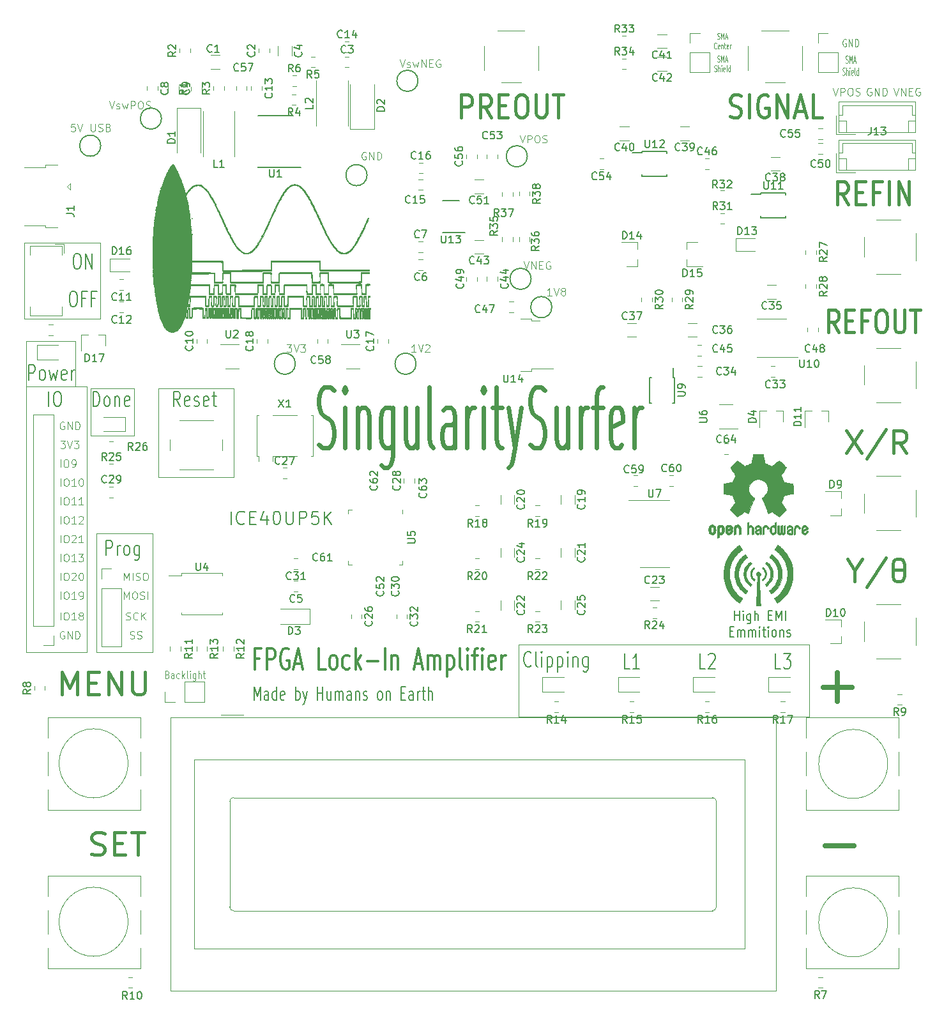
<source format=gbr>
G04 #@! TF.GenerationSoftware,KiCad,Pcbnew,5.1.4-e60b266~84~ubuntu18.04.1*
G04 #@! TF.CreationDate,2019-10-03T20:43:22+02:00*
G04 #@! TF.ProjectId,SingularitySurfer_V1,53696e67-756c-4617-9269-747953757266,rev?*
G04 #@! TF.SameCoordinates,Original*
G04 #@! TF.FileFunction,Legend,Top*
G04 #@! TF.FilePolarity,Positive*
%FSLAX46Y46*%
G04 Gerber Fmt 4.6, Leading zero omitted, Abs format (unit mm)*
G04 Created by KiCad (PCBNEW 5.1.4-e60b266~84~ubuntu18.04.1) date 2019-10-03 20:43:22*
%MOMM*%
%LPD*%
G04 APERTURE LIST*
%ADD10C,0.160000*%
%ADD11C,0.100000*%
%ADD12C,0.120000*%
%ADD13C,0.200000*%
%ADD14C,0.300000*%
%ADD15C,0.600000*%
%ADD16C,0.400000*%
%ADD17C,0.700000*%
%ADD18C,0.450000*%
%ADD19C,0.150000*%
%ADD20C,0.010000*%
G04 APERTURE END LIST*
D10*
X47861904Y-111769047D02*
X47861904Y-110069047D01*
X49642857Y-111607142D02*
X49561904Y-111688095D01*
X49319047Y-111769047D01*
X49157142Y-111769047D01*
X48914285Y-111688095D01*
X48752380Y-111526190D01*
X48671428Y-111364285D01*
X48590476Y-111040476D01*
X48590476Y-110797619D01*
X48671428Y-110473809D01*
X48752380Y-110311904D01*
X48914285Y-110150000D01*
X49157142Y-110069047D01*
X49319047Y-110069047D01*
X49561904Y-110150000D01*
X49642857Y-110230952D01*
X50371428Y-110878571D02*
X50938095Y-110878571D01*
X51180952Y-111769047D02*
X50371428Y-111769047D01*
X50371428Y-110069047D01*
X51180952Y-110069047D01*
X52638095Y-110635714D02*
X52638095Y-111769047D01*
X52233333Y-109988095D02*
X51828571Y-111202380D01*
X52880952Y-111202380D01*
X53852380Y-110069047D02*
X54014285Y-110069047D01*
X54176190Y-110150000D01*
X54257142Y-110230952D01*
X54338095Y-110392857D01*
X54419047Y-110716666D01*
X54419047Y-111121428D01*
X54338095Y-111445238D01*
X54257142Y-111607142D01*
X54176190Y-111688095D01*
X54014285Y-111769047D01*
X53852380Y-111769047D01*
X53690476Y-111688095D01*
X53609523Y-111607142D01*
X53528571Y-111445238D01*
X53447619Y-111121428D01*
X53447619Y-110716666D01*
X53528571Y-110392857D01*
X53609523Y-110230952D01*
X53690476Y-110150000D01*
X53852380Y-110069047D01*
X55147619Y-110069047D02*
X55147619Y-111445238D01*
X55228571Y-111607142D01*
X55309523Y-111688095D01*
X55471428Y-111769047D01*
X55795238Y-111769047D01*
X55957142Y-111688095D01*
X56038095Y-111607142D01*
X56119047Y-111445238D01*
X56119047Y-110069047D01*
X56928571Y-111769047D02*
X56928571Y-110069047D01*
X57576190Y-110069047D01*
X57738095Y-110150000D01*
X57819047Y-110230952D01*
X57900000Y-110392857D01*
X57900000Y-110635714D01*
X57819047Y-110797619D01*
X57738095Y-110878571D01*
X57576190Y-110959523D01*
X56928571Y-110959523D01*
X59438095Y-110069047D02*
X58628571Y-110069047D01*
X58547619Y-110878571D01*
X58628571Y-110797619D01*
X58790476Y-110716666D01*
X59195238Y-110716666D01*
X59357142Y-110797619D01*
X59438095Y-110878571D01*
X59519047Y-111040476D01*
X59519047Y-111445238D01*
X59438095Y-111607142D01*
X59357142Y-111688095D01*
X59195238Y-111769047D01*
X58790476Y-111769047D01*
X58628571Y-111688095D01*
X58547619Y-111607142D01*
X60247619Y-111769047D02*
X60247619Y-110069047D01*
X61219047Y-111769047D02*
X60490476Y-110797619D01*
X61219047Y-110069047D02*
X60247619Y-111040476D01*
D11*
X65738095Y-62500000D02*
X65642857Y-62452380D01*
X65500000Y-62452380D01*
X65357142Y-62500000D01*
X65261904Y-62595238D01*
X65214285Y-62690476D01*
X65166666Y-62880952D01*
X65166666Y-63023809D01*
X65214285Y-63214285D01*
X65261904Y-63309523D01*
X65357142Y-63404761D01*
X65500000Y-63452380D01*
X65595238Y-63452380D01*
X65738095Y-63404761D01*
X65785714Y-63357142D01*
X65785714Y-63023809D01*
X65595238Y-63023809D01*
X66214285Y-63452380D02*
X66214285Y-62452380D01*
X66785714Y-63452380D01*
X66785714Y-62452380D01*
X67261904Y-63452380D02*
X67261904Y-62452380D01*
X67500000Y-62452380D01*
X67642857Y-62500000D01*
X67738095Y-62595238D01*
X67785714Y-62690476D01*
X67833333Y-62880952D01*
X67833333Y-63023809D01*
X67785714Y-63214285D01*
X67738095Y-63309523D01*
X67642857Y-63404761D01*
X67500000Y-63452380D01*
X67261904Y-63452380D01*
X39426190Y-131678571D02*
X39540476Y-131726190D01*
X39578571Y-131773809D01*
X39616666Y-131869047D01*
X39616666Y-132011904D01*
X39578571Y-132107142D01*
X39540476Y-132154761D01*
X39464285Y-132202380D01*
X39159523Y-132202380D01*
X39159523Y-131202380D01*
X39426190Y-131202380D01*
X39502380Y-131250000D01*
X39540476Y-131297619D01*
X39578571Y-131392857D01*
X39578571Y-131488095D01*
X39540476Y-131583333D01*
X39502380Y-131630952D01*
X39426190Y-131678571D01*
X39159523Y-131678571D01*
X40302380Y-132202380D02*
X40302380Y-131678571D01*
X40264285Y-131583333D01*
X40188095Y-131535714D01*
X40035714Y-131535714D01*
X39959523Y-131583333D01*
X40302380Y-132154761D02*
X40226190Y-132202380D01*
X40035714Y-132202380D01*
X39959523Y-132154761D01*
X39921428Y-132059523D01*
X39921428Y-131964285D01*
X39959523Y-131869047D01*
X40035714Y-131821428D01*
X40226190Y-131821428D01*
X40302380Y-131773809D01*
X41026190Y-132154761D02*
X40950000Y-132202380D01*
X40797619Y-132202380D01*
X40721428Y-132154761D01*
X40683333Y-132107142D01*
X40645238Y-132011904D01*
X40645238Y-131726190D01*
X40683333Y-131630952D01*
X40721428Y-131583333D01*
X40797619Y-131535714D01*
X40950000Y-131535714D01*
X41026190Y-131583333D01*
X41369047Y-132202380D02*
X41369047Y-131202380D01*
X41445238Y-131821428D02*
X41673809Y-132202380D01*
X41673809Y-131535714D02*
X41369047Y-131916666D01*
X42130952Y-132202380D02*
X42054761Y-132154761D01*
X42016666Y-132059523D01*
X42016666Y-131202380D01*
X42435714Y-132202380D02*
X42435714Y-131535714D01*
X42435714Y-131202380D02*
X42397619Y-131250000D01*
X42435714Y-131297619D01*
X42473809Y-131250000D01*
X42435714Y-131202380D01*
X42435714Y-131297619D01*
X43159523Y-131535714D02*
X43159523Y-132345238D01*
X43121428Y-132440476D01*
X43083333Y-132488095D01*
X43007142Y-132535714D01*
X42892857Y-132535714D01*
X42816666Y-132488095D01*
X43159523Y-132154761D02*
X43083333Y-132202380D01*
X42930952Y-132202380D01*
X42854761Y-132154761D01*
X42816666Y-132107142D01*
X42778571Y-132011904D01*
X42778571Y-131726190D01*
X42816666Y-131630952D01*
X42854761Y-131583333D01*
X42930952Y-131535714D01*
X43083333Y-131535714D01*
X43159523Y-131583333D01*
X43540476Y-132202380D02*
X43540476Y-131202380D01*
X43883333Y-132202380D02*
X43883333Y-131678571D01*
X43845238Y-131583333D01*
X43769047Y-131535714D01*
X43654761Y-131535714D01*
X43578571Y-131583333D01*
X43540476Y-131630952D01*
X44150000Y-131535714D02*
X44454761Y-131535714D01*
X44264285Y-131202380D02*
X44264285Y-132059523D01*
X44302380Y-132154761D01*
X44378571Y-132202380D01*
X44454761Y-132202380D01*
X112357142Y-47423809D02*
X112428571Y-47461904D01*
X112547619Y-47461904D01*
X112595238Y-47423809D01*
X112619047Y-47385714D01*
X112642857Y-47309523D01*
X112642857Y-47233333D01*
X112619047Y-47157142D01*
X112595238Y-47119047D01*
X112547619Y-47080952D01*
X112452380Y-47042857D01*
X112404761Y-47004761D01*
X112380952Y-46966666D01*
X112357142Y-46890476D01*
X112357142Y-46814285D01*
X112380952Y-46738095D01*
X112404761Y-46700000D01*
X112452380Y-46661904D01*
X112571428Y-46661904D01*
X112642857Y-46700000D01*
X112857142Y-47461904D02*
X112857142Y-46661904D01*
X113023809Y-47233333D01*
X113190476Y-46661904D01*
X113190476Y-47461904D01*
X113404761Y-47233333D02*
X113642857Y-47233333D01*
X113357142Y-47461904D02*
X113523809Y-46661904D01*
X113690476Y-47461904D01*
X112202380Y-48685714D02*
X112178571Y-48723809D01*
X112107142Y-48761904D01*
X112059523Y-48761904D01*
X111988095Y-48723809D01*
X111940476Y-48647619D01*
X111916666Y-48571428D01*
X111892857Y-48419047D01*
X111892857Y-48304761D01*
X111916666Y-48152380D01*
X111940476Y-48076190D01*
X111988095Y-48000000D01*
X112059523Y-47961904D01*
X112107142Y-47961904D01*
X112178571Y-48000000D01*
X112202380Y-48038095D01*
X112607142Y-48723809D02*
X112559523Y-48761904D01*
X112464285Y-48761904D01*
X112416666Y-48723809D01*
X112392857Y-48647619D01*
X112392857Y-48342857D01*
X112416666Y-48266666D01*
X112464285Y-48228571D01*
X112559523Y-48228571D01*
X112607142Y-48266666D01*
X112630952Y-48342857D01*
X112630952Y-48419047D01*
X112392857Y-48495238D01*
X112845238Y-48228571D02*
X112845238Y-48761904D01*
X112845238Y-48304761D02*
X112869047Y-48266666D01*
X112916666Y-48228571D01*
X112988095Y-48228571D01*
X113035714Y-48266666D01*
X113059523Y-48342857D01*
X113059523Y-48761904D01*
X113226190Y-48228571D02*
X113416666Y-48228571D01*
X113297619Y-47961904D02*
X113297619Y-48647619D01*
X113321428Y-48723809D01*
X113369047Y-48761904D01*
X113416666Y-48761904D01*
X113773809Y-48723809D02*
X113726190Y-48761904D01*
X113630952Y-48761904D01*
X113583333Y-48723809D01*
X113559523Y-48647619D01*
X113559523Y-48342857D01*
X113583333Y-48266666D01*
X113630952Y-48228571D01*
X113726190Y-48228571D01*
X113773809Y-48266666D01*
X113797619Y-48342857D01*
X113797619Y-48419047D01*
X113559523Y-48495238D01*
X114011904Y-48761904D02*
X114011904Y-48228571D01*
X114011904Y-48380952D02*
X114035714Y-48304761D01*
X114059523Y-48266666D01*
X114107142Y-48228571D01*
X114154761Y-48228571D01*
X112357142Y-50423809D02*
X112428571Y-50461904D01*
X112547619Y-50461904D01*
X112595238Y-50423809D01*
X112619047Y-50385714D01*
X112642857Y-50309523D01*
X112642857Y-50233333D01*
X112619047Y-50157142D01*
X112595238Y-50119047D01*
X112547619Y-50080952D01*
X112452380Y-50042857D01*
X112404761Y-50004761D01*
X112380952Y-49966666D01*
X112357142Y-49890476D01*
X112357142Y-49814285D01*
X112380952Y-49738095D01*
X112404761Y-49700000D01*
X112452380Y-49661904D01*
X112571428Y-49661904D01*
X112642857Y-49700000D01*
X112857142Y-50461904D02*
X112857142Y-49661904D01*
X113023809Y-50233333D01*
X113190476Y-49661904D01*
X113190476Y-50461904D01*
X113404761Y-50233333D02*
X113642857Y-50233333D01*
X113357142Y-50461904D02*
X113523809Y-49661904D01*
X113690476Y-50461904D01*
X111940476Y-51723809D02*
X112011904Y-51761904D01*
X112130952Y-51761904D01*
X112178571Y-51723809D01*
X112202380Y-51685714D01*
X112226190Y-51609523D01*
X112226190Y-51533333D01*
X112202380Y-51457142D01*
X112178571Y-51419047D01*
X112130952Y-51380952D01*
X112035714Y-51342857D01*
X111988095Y-51304761D01*
X111964285Y-51266666D01*
X111940476Y-51190476D01*
X111940476Y-51114285D01*
X111964285Y-51038095D01*
X111988095Y-51000000D01*
X112035714Y-50961904D01*
X112154761Y-50961904D01*
X112226190Y-51000000D01*
X112440476Y-51761904D02*
X112440476Y-50961904D01*
X112654761Y-51761904D02*
X112654761Y-51342857D01*
X112630952Y-51266666D01*
X112583333Y-51228571D01*
X112511904Y-51228571D01*
X112464285Y-51266666D01*
X112440476Y-51304761D01*
X112892857Y-51761904D02*
X112892857Y-51228571D01*
X112892857Y-50961904D02*
X112869047Y-51000000D01*
X112892857Y-51038095D01*
X112916666Y-51000000D01*
X112892857Y-50961904D01*
X112892857Y-51038095D01*
X113321428Y-51723809D02*
X113273809Y-51761904D01*
X113178571Y-51761904D01*
X113130952Y-51723809D01*
X113107142Y-51647619D01*
X113107142Y-51342857D01*
X113130952Y-51266666D01*
X113178571Y-51228571D01*
X113273809Y-51228571D01*
X113321428Y-51266666D01*
X113345238Y-51342857D01*
X113345238Y-51419047D01*
X113107142Y-51495238D01*
X113630952Y-51761904D02*
X113583333Y-51723809D01*
X113559523Y-51647619D01*
X113559523Y-50961904D01*
X114035714Y-51761904D02*
X114035714Y-50961904D01*
X114035714Y-51723809D02*
X113988095Y-51761904D01*
X113892857Y-51761904D01*
X113845238Y-51723809D01*
X113821428Y-51685714D01*
X113797619Y-51609523D01*
X113797619Y-51380952D01*
X113821428Y-51304761D01*
X113845238Y-51266666D01*
X113892857Y-51228571D01*
X113988095Y-51228571D01*
X114035714Y-51266666D01*
X129390476Y-47500000D02*
X129314285Y-47452380D01*
X129200000Y-47452380D01*
X129085714Y-47500000D01*
X129009523Y-47595238D01*
X128971428Y-47690476D01*
X128933333Y-47880952D01*
X128933333Y-48023809D01*
X128971428Y-48214285D01*
X129009523Y-48309523D01*
X129085714Y-48404761D01*
X129200000Y-48452380D01*
X129276190Y-48452380D01*
X129390476Y-48404761D01*
X129428571Y-48357142D01*
X129428571Y-48023809D01*
X129276190Y-48023809D01*
X129771428Y-48452380D02*
X129771428Y-47452380D01*
X130228571Y-48452380D01*
X130228571Y-47452380D01*
X130609523Y-48452380D02*
X130609523Y-47452380D01*
X130800000Y-47452380D01*
X130914285Y-47500000D01*
X130990476Y-47595238D01*
X131028571Y-47690476D01*
X131066666Y-47880952D01*
X131066666Y-48023809D01*
X131028571Y-48214285D01*
X130990476Y-48309523D01*
X130914285Y-48404761D01*
X130800000Y-48452380D01*
X130609523Y-48452380D01*
X129357142Y-50604761D02*
X129428571Y-50652380D01*
X129547619Y-50652380D01*
X129595238Y-50604761D01*
X129619047Y-50557142D01*
X129642857Y-50461904D01*
X129642857Y-50366666D01*
X129619047Y-50271428D01*
X129595238Y-50223809D01*
X129547619Y-50176190D01*
X129452380Y-50128571D01*
X129404761Y-50080952D01*
X129380952Y-50033333D01*
X129357142Y-49938095D01*
X129357142Y-49842857D01*
X129380952Y-49747619D01*
X129404761Y-49700000D01*
X129452380Y-49652380D01*
X129571428Y-49652380D01*
X129642857Y-49700000D01*
X129857142Y-50652380D02*
X129857142Y-49652380D01*
X130023809Y-50366666D01*
X130190476Y-49652380D01*
X130190476Y-50652380D01*
X130404761Y-50366666D02*
X130642857Y-50366666D01*
X130357142Y-50652380D02*
X130523809Y-49652380D01*
X130690476Y-50652380D01*
X128940476Y-52204761D02*
X129011904Y-52252380D01*
X129130952Y-52252380D01*
X129178571Y-52204761D01*
X129202380Y-52157142D01*
X129226190Y-52061904D01*
X129226190Y-51966666D01*
X129202380Y-51871428D01*
X129178571Y-51823809D01*
X129130952Y-51776190D01*
X129035714Y-51728571D01*
X128988095Y-51680952D01*
X128964285Y-51633333D01*
X128940476Y-51538095D01*
X128940476Y-51442857D01*
X128964285Y-51347619D01*
X128988095Y-51300000D01*
X129035714Y-51252380D01*
X129154761Y-51252380D01*
X129226190Y-51300000D01*
X129440476Y-52252380D02*
X129440476Y-51252380D01*
X129654761Y-52252380D02*
X129654761Y-51728571D01*
X129630952Y-51633333D01*
X129583333Y-51585714D01*
X129511904Y-51585714D01*
X129464285Y-51633333D01*
X129440476Y-51680952D01*
X129892857Y-52252380D02*
X129892857Y-51585714D01*
X129892857Y-51252380D02*
X129869047Y-51300000D01*
X129892857Y-51347619D01*
X129916666Y-51300000D01*
X129892857Y-51252380D01*
X129892857Y-51347619D01*
X130321428Y-52204761D02*
X130273809Y-52252380D01*
X130178571Y-52252380D01*
X130130952Y-52204761D01*
X130107142Y-52109523D01*
X130107142Y-51728571D01*
X130130952Y-51633333D01*
X130178571Y-51585714D01*
X130273809Y-51585714D01*
X130321428Y-51633333D01*
X130345238Y-51728571D01*
X130345238Y-51823809D01*
X130107142Y-51919047D01*
X130630952Y-52252380D02*
X130583333Y-52204761D01*
X130559523Y-52109523D01*
X130559523Y-51252380D01*
X131035714Y-52252380D02*
X131035714Y-51252380D01*
X131035714Y-52204761D02*
X130988095Y-52252380D01*
X130892857Y-52252380D01*
X130845238Y-52204761D01*
X130821428Y-52157142D01*
X130797619Y-52061904D01*
X130797619Y-51776190D01*
X130821428Y-51680952D01*
X130845238Y-51633333D01*
X130892857Y-51585714D01*
X130988095Y-51585714D01*
X131035714Y-51633333D01*
D12*
X20750000Y-93500000D02*
X20750000Y-96500000D01*
X28750000Y-93750000D02*
X28750000Y-96500000D01*
X28750000Y-93750000D02*
X28750000Y-93500000D01*
D13*
X23714285Y-96154761D02*
X23714285Y-94154761D01*
X24714285Y-94154761D02*
X25000000Y-94154761D01*
X25142857Y-94250000D01*
X25285714Y-94440476D01*
X25357142Y-94821428D01*
X25357142Y-95488095D01*
X25285714Y-95869047D01*
X25142857Y-96059523D01*
X25000000Y-96154761D01*
X24714285Y-96154761D01*
X24571428Y-96059523D01*
X24428571Y-95869047D01*
X24357142Y-95488095D01*
X24357142Y-94821428D01*
X24428571Y-94440476D01*
X24571428Y-94250000D01*
X24714285Y-94154761D01*
D12*
X30000000Y-116750000D02*
X30000000Y-113000000D01*
X37500000Y-116750000D02*
X37500000Y-113000000D01*
D13*
X31285714Y-115904761D02*
X31285714Y-113904761D01*
X31857142Y-113904761D01*
X32000000Y-114000000D01*
X32071428Y-114095238D01*
X32142857Y-114285714D01*
X32142857Y-114571428D01*
X32071428Y-114761904D01*
X32000000Y-114857142D01*
X31857142Y-114952380D01*
X31285714Y-114952380D01*
X32785714Y-115904761D02*
X32785714Y-114571428D01*
X32785714Y-114952380D02*
X32857142Y-114761904D01*
X32928571Y-114666666D01*
X33071428Y-114571428D01*
X33214285Y-114571428D01*
X33928571Y-115904761D02*
X33785714Y-115809523D01*
X33714285Y-115714285D01*
X33642857Y-115523809D01*
X33642857Y-114952380D01*
X33714285Y-114761904D01*
X33785714Y-114666666D01*
X33928571Y-114571428D01*
X34142857Y-114571428D01*
X34285714Y-114666666D01*
X34357142Y-114761904D01*
X34428571Y-114952380D01*
X34428571Y-115523809D01*
X34357142Y-115714285D01*
X34285714Y-115809523D01*
X34142857Y-115904761D01*
X33928571Y-115904761D01*
X35714285Y-114571428D02*
X35714285Y-116190476D01*
X35642857Y-116380952D01*
X35571428Y-116476190D01*
X35428571Y-116571428D01*
X35214285Y-116571428D01*
X35071428Y-116476190D01*
X35714285Y-115809523D02*
X35571428Y-115904761D01*
X35285714Y-115904761D01*
X35142857Y-115809523D01*
X35071428Y-115714285D01*
X35000000Y-115523809D01*
X35000000Y-114952380D01*
X35071428Y-114761904D01*
X35142857Y-114666666D01*
X35285714Y-114571428D01*
X35571428Y-114571428D01*
X35714285Y-114666666D01*
D12*
X37500000Y-128750000D02*
X30000000Y-128750000D01*
X37500000Y-116750000D02*
X37500000Y-128750000D01*
X30000000Y-113000000D02*
X37500000Y-113000000D01*
X30000000Y-128750000D02*
X30000000Y-116750000D01*
X20750000Y-128750000D02*
X20750000Y-96500000D01*
X21000000Y-128750000D02*
X20750000Y-128750000D01*
X28750000Y-128750000D02*
X21000000Y-128750000D01*
X28750000Y-96500000D02*
X28750000Y-128750000D01*
X20750000Y-93500000D02*
X28750000Y-93500000D01*
D11*
X25273809Y-124452380D02*
X25273809Y-123452380D01*
X25940476Y-123452380D02*
X26130952Y-123452380D01*
X26226190Y-123500000D01*
X26321428Y-123595238D01*
X26369047Y-123785714D01*
X26369047Y-124119047D01*
X26321428Y-124309523D01*
X26226190Y-124404761D01*
X26130952Y-124452380D01*
X25940476Y-124452380D01*
X25845238Y-124404761D01*
X25750000Y-124309523D01*
X25702380Y-124119047D01*
X25702380Y-123785714D01*
X25750000Y-123595238D01*
X25845238Y-123500000D01*
X25940476Y-123452380D01*
X27321428Y-124452380D02*
X26750000Y-124452380D01*
X27035714Y-124452380D02*
X27035714Y-123452380D01*
X26940476Y-123595238D01*
X26845238Y-123690476D01*
X26750000Y-123738095D01*
X27892857Y-123880952D02*
X27797619Y-123833333D01*
X27750000Y-123785714D01*
X27702380Y-123690476D01*
X27702380Y-123642857D01*
X27750000Y-123547619D01*
X27797619Y-123500000D01*
X27892857Y-123452380D01*
X28083333Y-123452380D01*
X28178571Y-123500000D01*
X28226190Y-123547619D01*
X28273809Y-123642857D01*
X28273809Y-123690476D01*
X28226190Y-123785714D01*
X28178571Y-123833333D01*
X28083333Y-123880952D01*
X27892857Y-123880952D01*
X27797619Y-123928571D01*
X27750000Y-123976190D01*
X27702380Y-124071428D01*
X27702380Y-124261904D01*
X27750000Y-124357142D01*
X27797619Y-124404761D01*
X27892857Y-124452380D01*
X28083333Y-124452380D01*
X28178571Y-124404761D01*
X28226190Y-124357142D01*
X28273809Y-124261904D01*
X28273809Y-124071428D01*
X28226190Y-123976190D01*
X28178571Y-123928571D01*
X28083333Y-123880952D01*
X34488095Y-126904761D02*
X34630952Y-126952380D01*
X34869047Y-126952380D01*
X34964285Y-126904761D01*
X35011904Y-126857142D01*
X35059523Y-126761904D01*
X35059523Y-126666666D01*
X35011904Y-126571428D01*
X34964285Y-126523809D01*
X34869047Y-126476190D01*
X34678571Y-126428571D01*
X34583333Y-126380952D01*
X34535714Y-126333333D01*
X34488095Y-126238095D01*
X34488095Y-126142857D01*
X34535714Y-126047619D01*
X34583333Y-126000000D01*
X34678571Y-125952380D01*
X34916666Y-125952380D01*
X35059523Y-126000000D01*
X35440476Y-126904761D02*
X35583333Y-126952380D01*
X35821428Y-126952380D01*
X35916666Y-126904761D01*
X35964285Y-126857142D01*
X36011904Y-126761904D01*
X36011904Y-126666666D01*
X35964285Y-126571428D01*
X35916666Y-126523809D01*
X35821428Y-126476190D01*
X35630952Y-126428571D01*
X35535714Y-126380952D01*
X35488095Y-126333333D01*
X35440476Y-126238095D01*
X35440476Y-126142857D01*
X35488095Y-126047619D01*
X35535714Y-126000000D01*
X35630952Y-125952380D01*
X35869047Y-125952380D01*
X36011904Y-126000000D01*
X33964285Y-124404761D02*
X34107142Y-124452380D01*
X34345238Y-124452380D01*
X34440476Y-124404761D01*
X34488095Y-124357142D01*
X34535714Y-124261904D01*
X34535714Y-124166666D01*
X34488095Y-124071428D01*
X34440476Y-124023809D01*
X34345238Y-123976190D01*
X34154761Y-123928571D01*
X34059523Y-123880952D01*
X34011904Y-123833333D01*
X33964285Y-123738095D01*
X33964285Y-123642857D01*
X34011904Y-123547619D01*
X34059523Y-123500000D01*
X34154761Y-123452380D01*
X34392857Y-123452380D01*
X34535714Y-123500000D01*
X35535714Y-124357142D02*
X35488095Y-124404761D01*
X35345238Y-124452380D01*
X35250000Y-124452380D01*
X35107142Y-124404761D01*
X35011904Y-124309523D01*
X34964285Y-124214285D01*
X34916666Y-124023809D01*
X34916666Y-123880952D01*
X34964285Y-123690476D01*
X35011904Y-123595238D01*
X35107142Y-123500000D01*
X35250000Y-123452380D01*
X35345238Y-123452380D01*
X35488095Y-123500000D01*
X35535714Y-123547619D01*
X35964285Y-124452380D02*
X35964285Y-123452380D01*
X36535714Y-124452380D02*
X36107142Y-123880952D01*
X36535714Y-123452380D02*
X35964285Y-124023809D01*
X33678571Y-121702380D02*
X33678571Y-120702380D01*
X34011904Y-121416666D01*
X34345238Y-120702380D01*
X34345238Y-121702380D01*
X35011904Y-120702380D02*
X35202380Y-120702380D01*
X35297619Y-120750000D01*
X35392857Y-120845238D01*
X35440476Y-121035714D01*
X35440476Y-121369047D01*
X35392857Y-121559523D01*
X35297619Y-121654761D01*
X35202380Y-121702380D01*
X35011904Y-121702380D01*
X34916666Y-121654761D01*
X34821428Y-121559523D01*
X34773809Y-121369047D01*
X34773809Y-121035714D01*
X34821428Y-120845238D01*
X34916666Y-120750000D01*
X35011904Y-120702380D01*
X35821428Y-121654761D02*
X35964285Y-121702380D01*
X36202380Y-121702380D01*
X36297619Y-121654761D01*
X36345238Y-121607142D01*
X36392857Y-121511904D01*
X36392857Y-121416666D01*
X36345238Y-121321428D01*
X36297619Y-121273809D01*
X36202380Y-121226190D01*
X36011904Y-121178571D01*
X35916666Y-121130952D01*
X35869047Y-121083333D01*
X35821428Y-120988095D01*
X35821428Y-120892857D01*
X35869047Y-120797619D01*
X35916666Y-120750000D01*
X36011904Y-120702380D01*
X36250000Y-120702380D01*
X36392857Y-120750000D01*
X36821428Y-121702380D02*
X36821428Y-120702380D01*
X33678571Y-119202380D02*
X33678571Y-118202380D01*
X34011904Y-118916666D01*
X34345238Y-118202380D01*
X34345238Y-119202380D01*
X34821428Y-119202380D02*
X34821428Y-118202380D01*
X35250000Y-119154761D02*
X35392857Y-119202380D01*
X35630952Y-119202380D01*
X35726190Y-119154761D01*
X35773809Y-119107142D01*
X35821428Y-119011904D01*
X35821428Y-118916666D01*
X35773809Y-118821428D01*
X35726190Y-118773809D01*
X35630952Y-118726190D01*
X35440476Y-118678571D01*
X35345238Y-118630952D01*
X35297619Y-118583333D01*
X35250000Y-118488095D01*
X35250000Y-118392857D01*
X35297619Y-118297619D01*
X35345238Y-118250000D01*
X35440476Y-118202380D01*
X35678571Y-118202380D01*
X35821428Y-118250000D01*
X36440476Y-118202380D02*
X36630952Y-118202380D01*
X36726190Y-118250000D01*
X36821428Y-118345238D01*
X36869047Y-118535714D01*
X36869047Y-118869047D01*
X36821428Y-119059523D01*
X36726190Y-119154761D01*
X36630952Y-119202380D01*
X36440476Y-119202380D01*
X36345238Y-119154761D01*
X36250000Y-119059523D01*
X36202380Y-118869047D01*
X36202380Y-118535714D01*
X36250000Y-118345238D01*
X36345238Y-118250000D01*
X36440476Y-118202380D01*
X25738095Y-126000000D02*
X25642857Y-125952380D01*
X25500000Y-125952380D01*
X25357142Y-126000000D01*
X25261904Y-126095238D01*
X25214285Y-126190476D01*
X25166666Y-126380952D01*
X25166666Y-126523809D01*
X25214285Y-126714285D01*
X25261904Y-126809523D01*
X25357142Y-126904761D01*
X25500000Y-126952380D01*
X25595238Y-126952380D01*
X25738095Y-126904761D01*
X25785714Y-126857142D01*
X25785714Y-126523809D01*
X25595238Y-126523809D01*
X26214285Y-126952380D02*
X26214285Y-125952380D01*
X26785714Y-126952380D01*
X26785714Y-125952380D01*
X27261904Y-126952380D02*
X27261904Y-125952380D01*
X27500000Y-125952380D01*
X27642857Y-126000000D01*
X27738095Y-126095238D01*
X27785714Y-126190476D01*
X27833333Y-126380952D01*
X27833333Y-126523809D01*
X27785714Y-126714285D01*
X27738095Y-126809523D01*
X27642857Y-126904761D01*
X27500000Y-126952380D01*
X27261904Y-126952380D01*
X25273809Y-121702380D02*
X25273809Y-120702380D01*
X25940476Y-120702380D02*
X26130952Y-120702380D01*
X26226190Y-120750000D01*
X26321428Y-120845238D01*
X26369047Y-121035714D01*
X26369047Y-121369047D01*
X26321428Y-121559523D01*
X26226190Y-121654761D01*
X26130952Y-121702380D01*
X25940476Y-121702380D01*
X25845238Y-121654761D01*
X25750000Y-121559523D01*
X25702380Y-121369047D01*
X25702380Y-121035714D01*
X25750000Y-120845238D01*
X25845238Y-120750000D01*
X25940476Y-120702380D01*
X27321428Y-121702380D02*
X26750000Y-121702380D01*
X27035714Y-121702380D02*
X27035714Y-120702380D01*
X26940476Y-120845238D01*
X26845238Y-120940476D01*
X26750000Y-120988095D01*
X27797619Y-121702380D02*
X27988095Y-121702380D01*
X28083333Y-121654761D01*
X28130952Y-121607142D01*
X28226190Y-121464285D01*
X28273809Y-121273809D01*
X28273809Y-120892857D01*
X28226190Y-120797619D01*
X28178571Y-120750000D01*
X28083333Y-120702380D01*
X27892857Y-120702380D01*
X27797619Y-120750000D01*
X27750000Y-120797619D01*
X27702380Y-120892857D01*
X27702380Y-121130952D01*
X27750000Y-121226190D01*
X27797619Y-121273809D01*
X27892857Y-121321428D01*
X28083333Y-121321428D01*
X28178571Y-121273809D01*
X28226190Y-121226190D01*
X28273809Y-121130952D01*
X25273809Y-119202380D02*
X25273809Y-118202380D01*
X25940476Y-118202380D02*
X26130952Y-118202380D01*
X26226190Y-118250000D01*
X26321428Y-118345238D01*
X26369047Y-118535714D01*
X26369047Y-118869047D01*
X26321428Y-119059523D01*
X26226190Y-119154761D01*
X26130952Y-119202380D01*
X25940476Y-119202380D01*
X25845238Y-119154761D01*
X25750000Y-119059523D01*
X25702380Y-118869047D01*
X25702380Y-118535714D01*
X25750000Y-118345238D01*
X25845238Y-118250000D01*
X25940476Y-118202380D01*
X26750000Y-118297619D02*
X26797619Y-118250000D01*
X26892857Y-118202380D01*
X27130952Y-118202380D01*
X27226190Y-118250000D01*
X27273809Y-118297619D01*
X27321428Y-118392857D01*
X27321428Y-118488095D01*
X27273809Y-118630952D01*
X26702380Y-119202380D01*
X27321428Y-119202380D01*
X27940476Y-118202380D02*
X28035714Y-118202380D01*
X28130952Y-118250000D01*
X28178571Y-118297619D01*
X28226190Y-118392857D01*
X28273809Y-118583333D01*
X28273809Y-118821428D01*
X28226190Y-119011904D01*
X28178571Y-119107142D01*
X28130952Y-119154761D01*
X28035714Y-119202380D01*
X27940476Y-119202380D01*
X27845238Y-119154761D01*
X27797619Y-119107142D01*
X27750000Y-119011904D01*
X27702380Y-118821428D01*
X27702380Y-118583333D01*
X27750000Y-118392857D01*
X27797619Y-118297619D01*
X27845238Y-118250000D01*
X27940476Y-118202380D01*
X25273809Y-116702380D02*
X25273809Y-115702380D01*
X25940476Y-115702380D02*
X26130952Y-115702380D01*
X26226190Y-115750000D01*
X26321428Y-115845238D01*
X26369047Y-116035714D01*
X26369047Y-116369047D01*
X26321428Y-116559523D01*
X26226190Y-116654761D01*
X26130952Y-116702380D01*
X25940476Y-116702380D01*
X25845238Y-116654761D01*
X25750000Y-116559523D01*
X25702380Y-116369047D01*
X25702380Y-116035714D01*
X25750000Y-115845238D01*
X25845238Y-115750000D01*
X25940476Y-115702380D01*
X27321428Y-116702380D02*
X26750000Y-116702380D01*
X27035714Y-116702380D02*
X27035714Y-115702380D01*
X26940476Y-115845238D01*
X26845238Y-115940476D01*
X26750000Y-115988095D01*
X27654761Y-115702380D02*
X28273809Y-115702380D01*
X27940476Y-116083333D01*
X28083333Y-116083333D01*
X28178571Y-116130952D01*
X28226190Y-116178571D01*
X28273809Y-116273809D01*
X28273809Y-116511904D01*
X28226190Y-116607142D01*
X28178571Y-116654761D01*
X28083333Y-116702380D01*
X27797619Y-116702380D01*
X27702380Y-116654761D01*
X27654761Y-116607142D01*
X25273809Y-114202380D02*
X25273809Y-113202380D01*
X25940476Y-113202380D02*
X26130952Y-113202380D01*
X26226190Y-113250000D01*
X26321428Y-113345238D01*
X26369047Y-113535714D01*
X26369047Y-113869047D01*
X26321428Y-114059523D01*
X26226190Y-114154761D01*
X26130952Y-114202380D01*
X25940476Y-114202380D01*
X25845238Y-114154761D01*
X25750000Y-114059523D01*
X25702380Y-113869047D01*
X25702380Y-113535714D01*
X25750000Y-113345238D01*
X25845238Y-113250000D01*
X25940476Y-113202380D01*
X26750000Y-113297619D02*
X26797619Y-113250000D01*
X26892857Y-113202380D01*
X27130952Y-113202380D01*
X27226190Y-113250000D01*
X27273809Y-113297619D01*
X27321428Y-113392857D01*
X27321428Y-113488095D01*
X27273809Y-113630952D01*
X26702380Y-114202380D01*
X27321428Y-114202380D01*
X28273809Y-114202380D02*
X27702380Y-114202380D01*
X27988095Y-114202380D02*
X27988095Y-113202380D01*
X27892857Y-113345238D01*
X27797619Y-113440476D01*
X27702380Y-113488095D01*
X25273809Y-111702380D02*
X25273809Y-110702380D01*
X25940476Y-110702380D02*
X26130952Y-110702380D01*
X26226190Y-110750000D01*
X26321428Y-110845238D01*
X26369047Y-111035714D01*
X26369047Y-111369047D01*
X26321428Y-111559523D01*
X26226190Y-111654761D01*
X26130952Y-111702380D01*
X25940476Y-111702380D01*
X25845238Y-111654761D01*
X25750000Y-111559523D01*
X25702380Y-111369047D01*
X25702380Y-111035714D01*
X25750000Y-110845238D01*
X25845238Y-110750000D01*
X25940476Y-110702380D01*
X27321428Y-111702380D02*
X26750000Y-111702380D01*
X27035714Y-111702380D02*
X27035714Y-110702380D01*
X26940476Y-110845238D01*
X26845238Y-110940476D01*
X26750000Y-110988095D01*
X27702380Y-110797619D02*
X27750000Y-110750000D01*
X27845238Y-110702380D01*
X28083333Y-110702380D01*
X28178571Y-110750000D01*
X28226190Y-110797619D01*
X28273809Y-110892857D01*
X28273809Y-110988095D01*
X28226190Y-111130952D01*
X27654761Y-111702380D01*
X28273809Y-111702380D01*
X25273809Y-109202380D02*
X25273809Y-108202380D01*
X25940476Y-108202380D02*
X26130952Y-108202380D01*
X26226190Y-108250000D01*
X26321428Y-108345238D01*
X26369047Y-108535714D01*
X26369047Y-108869047D01*
X26321428Y-109059523D01*
X26226190Y-109154761D01*
X26130952Y-109202380D01*
X25940476Y-109202380D01*
X25845238Y-109154761D01*
X25750000Y-109059523D01*
X25702380Y-108869047D01*
X25702380Y-108535714D01*
X25750000Y-108345238D01*
X25845238Y-108250000D01*
X25940476Y-108202380D01*
X27321428Y-109202380D02*
X26750000Y-109202380D01*
X27035714Y-109202380D02*
X27035714Y-108202380D01*
X26940476Y-108345238D01*
X26845238Y-108440476D01*
X26750000Y-108488095D01*
X28273809Y-109202380D02*
X27702380Y-109202380D01*
X27988095Y-109202380D02*
X27988095Y-108202380D01*
X27892857Y-108345238D01*
X27797619Y-108440476D01*
X27702380Y-108488095D01*
X25273809Y-106702380D02*
X25273809Y-105702380D01*
X25940476Y-105702380D02*
X26130952Y-105702380D01*
X26226190Y-105750000D01*
X26321428Y-105845238D01*
X26369047Y-106035714D01*
X26369047Y-106369047D01*
X26321428Y-106559523D01*
X26226190Y-106654761D01*
X26130952Y-106702380D01*
X25940476Y-106702380D01*
X25845238Y-106654761D01*
X25750000Y-106559523D01*
X25702380Y-106369047D01*
X25702380Y-106035714D01*
X25750000Y-105845238D01*
X25845238Y-105750000D01*
X25940476Y-105702380D01*
X27321428Y-106702380D02*
X26750000Y-106702380D01*
X27035714Y-106702380D02*
X27035714Y-105702380D01*
X26940476Y-105845238D01*
X26845238Y-105940476D01*
X26750000Y-105988095D01*
X27940476Y-105702380D02*
X28035714Y-105702380D01*
X28130952Y-105750000D01*
X28178571Y-105797619D01*
X28226190Y-105892857D01*
X28273809Y-106083333D01*
X28273809Y-106321428D01*
X28226190Y-106511904D01*
X28178571Y-106607142D01*
X28130952Y-106654761D01*
X28035714Y-106702380D01*
X27940476Y-106702380D01*
X27845238Y-106654761D01*
X27797619Y-106607142D01*
X27750000Y-106511904D01*
X27702380Y-106321428D01*
X27702380Y-106083333D01*
X27750000Y-105892857D01*
X27797619Y-105797619D01*
X27845238Y-105750000D01*
X27940476Y-105702380D01*
X25250000Y-104202380D02*
X25250000Y-103202380D01*
X25916666Y-103202380D02*
X26107142Y-103202380D01*
X26202380Y-103250000D01*
X26297619Y-103345238D01*
X26345238Y-103535714D01*
X26345238Y-103869047D01*
X26297619Y-104059523D01*
X26202380Y-104154761D01*
X26107142Y-104202380D01*
X25916666Y-104202380D01*
X25821428Y-104154761D01*
X25726190Y-104059523D01*
X25678571Y-103869047D01*
X25678571Y-103535714D01*
X25726190Y-103345238D01*
X25821428Y-103250000D01*
X25916666Y-103202380D01*
X26821428Y-104202380D02*
X27011904Y-104202380D01*
X27107142Y-104154761D01*
X27154761Y-104107142D01*
X27250000Y-103964285D01*
X27297619Y-103773809D01*
X27297619Y-103392857D01*
X27250000Y-103297619D01*
X27202380Y-103250000D01*
X27107142Y-103202380D01*
X26916666Y-103202380D01*
X26821428Y-103250000D01*
X26773809Y-103297619D01*
X26726190Y-103392857D01*
X26726190Y-103630952D01*
X26773809Y-103726190D01*
X26821428Y-103773809D01*
X26916666Y-103821428D01*
X27107142Y-103821428D01*
X27202380Y-103773809D01*
X27250000Y-103726190D01*
X27297619Y-103630952D01*
X25261904Y-100702380D02*
X25880952Y-100702380D01*
X25547619Y-101083333D01*
X25690476Y-101083333D01*
X25785714Y-101130952D01*
X25833333Y-101178571D01*
X25880952Y-101273809D01*
X25880952Y-101511904D01*
X25833333Y-101607142D01*
X25785714Y-101654761D01*
X25690476Y-101702380D01*
X25404761Y-101702380D01*
X25309523Y-101654761D01*
X25261904Y-101607142D01*
X26166666Y-100702380D02*
X26500000Y-101702380D01*
X26833333Y-100702380D01*
X27071428Y-100702380D02*
X27690476Y-100702380D01*
X27357142Y-101083333D01*
X27500000Y-101083333D01*
X27595238Y-101130952D01*
X27642857Y-101178571D01*
X27690476Y-101273809D01*
X27690476Y-101511904D01*
X27642857Y-101607142D01*
X27595238Y-101654761D01*
X27500000Y-101702380D01*
X27214285Y-101702380D01*
X27119047Y-101654761D01*
X27071428Y-101607142D01*
X25738095Y-98250000D02*
X25642857Y-98202380D01*
X25500000Y-98202380D01*
X25357142Y-98250000D01*
X25261904Y-98345238D01*
X25214285Y-98440476D01*
X25166666Y-98630952D01*
X25166666Y-98773809D01*
X25214285Y-98964285D01*
X25261904Y-99059523D01*
X25357142Y-99154761D01*
X25500000Y-99202380D01*
X25595238Y-99202380D01*
X25738095Y-99154761D01*
X25785714Y-99107142D01*
X25785714Y-98773809D01*
X25595238Y-98773809D01*
X26214285Y-99202380D02*
X26214285Y-98202380D01*
X26785714Y-99202380D01*
X26785714Y-98202380D01*
X27261904Y-99202380D02*
X27261904Y-98202380D01*
X27500000Y-98202380D01*
X27642857Y-98250000D01*
X27738095Y-98345238D01*
X27785714Y-98440476D01*
X27833333Y-98630952D01*
X27833333Y-98773809D01*
X27785714Y-98964285D01*
X27738095Y-99059523D01*
X27642857Y-99154761D01*
X27500000Y-99202380D01*
X27261904Y-99202380D01*
X27178571Y-58702380D02*
X26702380Y-58702380D01*
X26654761Y-59178571D01*
X26702380Y-59130952D01*
X26797619Y-59083333D01*
X27035714Y-59083333D01*
X27130952Y-59130952D01*
X27178571Y-59178571D01*
X27226190Y-59273809D01*
X27226190Y-59511904D01*
X27178571Y-59607142D01*
X27130952Y-59654761D01*
X27035714Y-59702380D01*
X26797619Y-59702380D01*
X26702380Y-59654761D01*
X26654761Y-59607142D01*
X27511904Y-58702380D02*
X27845238Y-59702380D01*
X28178571Y-58702380D01*
X29273809Y-58702380D02*
X29273809Y-59511904D01*
X29321428Y-59607142D01*
X29369047Y-59654761D01*
X29464285Y-59702380D01*
X29654761Y-59702380D01*
X29750000Y-59654761D01*
X29797619Y-59607142D01*
X29845238Y-59511904D01*
X29845238Y-58702380D01*
X30273809Y-59654761D02*
X30416666Y-59702380D01*
X30654761Y-59702380D01*
X30750000Y-59654761D01*
X30797619Y-59607142D01*
X30845238Y-59511904D01*
X30845238Y-59416666D01*
X30797619Y-59321428D01*
X30750000Y-59273809D01*
X30654761Y-59226190D01*
X30464285Y-59178571D01*
X30369047Y-59130952D01*
X30321428Y-59083333D01*
X30273809Y-58988095D01*
X30273809Y-58892857D01*
X30321428Y-58797619D01*
X30369047Y-58750000D01*
X30464285Y-58702380D01*
X30702380Y-58702380D01*
X30845238Y-58750000D01*
X31607142Y-59178571D02*
X31750000Y-59226190D01*
X31797619Y-59273809D01*
X31845238Y-59369047D01*
X31845238Y-59511904D01*
X31797619Y-59607142D01*
X31750000Y-59654761D01*
X31654761Y-59702380D01*
X31273809Y-59702380D01*
X31273809Y-58702380D01*
X31607142Y-58702380D01*
X31702380Y-58750000D01*
X31750000Y-58797619D01*
X31797619Y-58892857D01*
X31797619Y-58988095D01*
X31750000Y-59083333D01*
X31702380Y-59130952D01*
X31607142Y-59178571D01*
X31273809Y-59178571D01*
X70261904Y-50202380D02*
X70595238Y-51202380D01*
X70928571Y-50202380D01*
X71214285Y-51154761D02*
X71309523Y-51202380D01*
X71500000Y-51202380D01*
X71595238Y-51154761D01*
X71642857Y-51059523D01*
X71642857Y-51011904D01*
X71595238Y-50916666D01*
X71500000Y-50869047D01*
X71357142Y-50869047D01*
X71261904Y-50821428D01*
X71214285Y-50726190D01*
X71214285Y-50678571D01*
X71261904Y-50583333D01*
X71357142Y-50535714D01*
X71500000Y-50535714D01*
X71595238Y-50583333D01*
X71976190Y-50535714D02*
X72166666Y-51202380D01*
X72357142Y-50726190D01*
X72547619Y-51202380D01*
X72738095Y-50535714D01*
X73119047Y-51202380D02*
X73119047Y-50202380D01*
X73690476Y-51202380D01*
X73690476Y-50202380D01*
X74166666Y-50678571D02*
X74500000Y-50678571D01*
X74642857Y-51202380D02*
X74166666Y-51202380D01*
X74166666Y-50202380D01*
X74642857Y-50202380D01*
X75595238Y-50250000D02*
X75500000Y-50202380D01*
X75357142Y-50202380D01*
X75214285Y-50250000D01*
X75119047Y-50345238D01*
X75071428Y-50440476D01*
X75023809Y-50630952D01*
X75023809Y-50773809D01*
X75071428Y-50964285D01*
X75119047Y-51059523D01*
X75214285Y-51154761D01*
X75357142Y-51202380D01*
X75452380Y-51202380D01*
X75595238Y-51154761D01*
X75642857Y-51107142D01*
X75642857Y-50773809D01*
X75452380Y-50773809D01*
X31738095Y-55702380D02*
X32071428Y-56702380D01*
X32404761Y-55702380D01*
X32690476Y-56654761D02*
X32785714Y-56702380D01*
X32976190Y-56702380D01*
X33071428Y-56654761D01*
X33119047Y-56559523D01*
X33119047Y-56511904D01*
X33071428Y-56416666D01*
X32976190Y-56369047D01*
X32833333Y-56369047D01*
X32738095Y-56321428D01*
X32690476Y-56226190D01*
X32690476Y-56178571D01*
X32738095Y-56083333D01*
X32833333Y-56035714D01*
X32976190Y-56035714D01*
X33071428Y-56083333D01*
X33452380Y-56035714D02*
X33642857Y-56702380D01*
X33833333Y-56226190D01*
X34023809Y-56702380D01*
X34214285Y-56035714D01*
X34595238Y-56702380D02*
X34595238Y-55702380D01*
X34976190Y-55702380D01*
X35071428Y-55750000D01*
X35119047Y-55797619D01*
X35166666Y-55892857D01*
X35166666Y-56035714D01*
X35119047Y-56130952D01*
X35071428Y-56178571D01*
X34976190Y-56226190D01*
X34595238Y-56226190D01*
X35785714Y-55702380D02*
X35976190Y-55702380D01*
X36071428Y-55750000D01*
X36166666Y-55845238D01*
X36214285Y-56035714D01*
X36214285Y-56369047D01*
X36166666Y-56559523D01*
X36071428Y-56654761D01*
X35976190Y-56702380D01*
X35785714Y-56702380D01*
X35690476Y-56654761D01*
X35595238Y-56559523D01*
X35547619Y-56369047D01*
X35547619Y-56035714D01*
X35595238Y-55845238D01*
X35690476Y-55750000D01*
X35785714Y-55702380D01*
X36595238Y-56654761D02*
X36738095Y-56702380D01*
X36976190Y-56702380D01*
X37071428Y-56654761D01*
X37119047Y-56607142D01*
X37166666Y-56511904D01*
X37166666Y-56416666D01*
X37119047Y-56321428D01*
X37071428Y-56273809D01*
X36976190Y-56226190D01*
X36785714Y-56178571D01*
X36690476Y-56130952D01*
X36642857Y-56083333D01*
X36595238Y-55988095D01*
X36595238Y-55892857D01*
X36642857Y-55797619D01*
X36690476Y-55750000D01*
X36785714Y-55702380D01*
X37023809Y-55702380D01*
X37166666Y-55750000D01*
X55261904Y-87952380D02*
X55880952Y-87952380D01*
X55547619Y-88333333D01*
X55690476Y-88333333D01*
X55785714Y-88380952D01*
X55833333Y-88428571D01*
X55880952Y-88523809D01*
X55880952Y-88761904D01*
X55833333Y-88857142D01*
X55785714Y-88904761D01*
X55690476Y-88952380D01*
X55404761Y-88952380D01*
X55309523Y-88904761D01*
X55261904Y-88857142D01*
X56166666Y-87952380D02*
X56500000Y-88952380D01*
X56833333Y-87952380D01*
X57071428Y-87952380D02*
X57690476Y-87952380D01*
X57357142Y-88333333D01*
X57500000Y-88333333D01*
X57595238Y-88380952D01*
X57642857Y-88428571D01*
X57690476Y-88523809D01*
X57690476Y-88761904D01*
X57642857Y-88857142D01*
X57595238Y-88904761D01*
X57500000Y-88952380D01*
X57214285Y-88952380D01*
X57119047Y-88904761D01*
X57071428Y-88857142D01*
X72380952Y-88952380D02*
X71809523Y-88952380D01*
X72095238Y-88952380D02*
X72095238Y-87952380D01*
X72000000Y-88095238D01*
X71904761Y-88190476D01*
X71809523Y-88238095D01*
X72666666Y-87952380D02*
X73000000Y-88952380D01*
X73333333Y-87952380D01*
X73619047Y-88047619D02*
X73666666Y-88000000D01*
X73761904Y-87952380D01*
X74000000Y-87952380D01*
X74095238Y-88000000D01*
X74142857Y-88047619D01*
X74190476Y-88142857D01*
X74190476Y-88238095D01*
X74142857Y-88380952D01*
X73571428Y-88952380D01*
X74190476Y-88952380D01*
X90380952Y-81452380D02*
X89809523Y-81452380D01*
X90095238Y-81452380D02*
X90095238Y-80452380D01*
X90000000Y-80595238D01*
X89904761Y-80690476D01*
X89809523Y-80738095D01*
X90666666Y-80452380D02*
X91000000Y-81452380D01*
X91333333Y-80452380D01*
X91809523Y-80880952D02*
X91714285Y-80833333D01*
X91666666Y-80785714D01*
X91619047Y-80690476D01*
X91619047Y-80642857D01*
X91666666Y-80547619D01*
X91714285Y-80500000D01*
X91809523Y-80452380D01*
X92000000Y-80452380D01*
X92095238Y-80500000D01*
X92142857Y-80547619D01*
X92190476Y-80642857D01*
X92190476Y-80690476D01*
X92142857Y-80785714D01*
X92095238Y-80833333D01*
X92000000Y-80880952D01*
X91809523Y-80880952D01*
X91714285Y-80928571D01*
X91666666Y-80976190D01*
X91619047Y-81071428D01*
X91619047Y-81261904D01*
X91666666Y-81357142D01*
X91714285Y-81404761D01*
X91809523Y-81452380D01*
X92000000Y-81452380D01*
X92095238Y-81404761D01*
X92142857Y-81357142D01*
X92190476Y-81261904D01*
X92190476Y-81071428D01*
X92142857Y-80976190D01*
X92095238Y-80928571D01*
X92000000Y-80880952D01*
X86166666Y-60202380D02*
X86500000Y-61202380D01*
X86833333Y-60202380D01*
X87166666Y-61202380D02*
X87166666Y-60202380D01*
X87547619Y-60202380D01*
X87642857Y-60250000D01*
X87690476Y-60297619D01*
X87738095Y-60392857D01*
X87738095Y-60535714D01*
X87690476Y-60630952D01*
X87642857Y-60678571D01*
X87547619Y-60726190D01*
X87166666Y-60726190D01*
X88357142Y-60202380D02*
X88547619Y-60202380D01*
X88642857Y-60250000D01*
X88738095Y-60345238D01*
X88785714Y-60535714D01*
X88785714Y-60869047D01*
X88738095Y-61059523D01*
X88642857Y-61154761D01*
X88547619Y-61202380D01*
X88357142Y-61202380D01*
X88261904Y-61154761D01*
X88166666Y-61059523D01*
X88119047Y-60869047D01*
X88119047Y-60535714D01*
X88166666Y-60345238D01*
X88261904Y-60250000D01*
X88357142Y-60202380D01*
X89166666Y-61154761D02*
X89309523Y-61202380D01*
X89547619Y-61202380D01*
X89642857Y-61154761D01*
X89690476Y-61107142D01*
X89738095Y-61011904D01*
X89738095Y-60916666D01*
X89690476Y-60821428D01*
X89642857Y-60773809D01*
X89547619Y-60726190D01*
X89357142Y-60678571D01*
X89261904Y-60630952D01*
X89214285Y-60583333D01*
X89166666Y-60488095D01*
X89166666Y-60392857D01*
X89214285Y-60297619D01*
X89261904Y-60250000D01*
X89357142Y-60202380D01*
X89595238Y-60202380D01*
X89738095Y-60250000D01*
X86690476Y-76952380D02*
X87023809Y-77952380D01*
X87357142Y-76952380D01*
X87690476Y-77952380D02*
X87690476Y-76952380D01*
X88261904Y-77952380D01*
X88261904Y-76952380D01*
X88738095Y-77428571D02*
X89071428Y-77428571D01*
X89214285Y-77952380D02*
X88738095Y-77952380D01*
X88738095Y-76952380D01*
X89214285Y-76952380D01*
X90166666Y-77000000D02*
X90071428Y-76952380D01*
X89928571Y-76952380D01*
X89785714Y-77000000D01*
X89690476Y-77095238D01*
X89642857Y-77190476D01*
X89595238Y-77380952D01*
X89595238Y-77523809D01*
X89642857Y-77714285D01*
X89690476Y-77809523D01*
X89785714Y-77904761D01*
X89928571Y-77952380D01*
X90023809Y-77952380D01*
X90166666Y-77904761D01*
X90214285Y-77857142D01*
X90214285Y-77523809D01*
X90023809Y-77523809D01*
D12*
X86000000Y-137250000D02*
X86500000Y-137250000D01*
X86000000Y-127750000D02*
X86500000Y-127750000D01*
X86500000Y-137250000D02*
X124500000Y-137250000D01*
X86000000Y-127750000D02*
X86000000Y-137250000D01*
X124500000Y-127750000D02*
X86500000Y-127750000D01*
X124500000Y-137250000D02*
X124500000Y-127750000D01*
D13*
X120750000Y-130904761D02*
X120035714Y-130904761D01*
X120035714Y-128904761D01*
X121107142Y-128904761D02*
X122035714Y-128904761D01*
X121535714Y-129666666D01*
X121750000Y-129666666D01*
X121892857Y-129761904D01*
X121964285Y-129857142D01*
X122035714Y-130047619D01*
X122035714Y-130523809D01*
X121964285Y-130714285D01*
X121892857Y-130809523D01*
X121750000Y-130904761D01*
X121321428Y-130904761D01*
X121178571Y-130809523D01*
X121107142Y-130714285D01*
X110750000Y-130904761D02*
X110035714Y-130904761D01*
X110035714Y-128904761D01*
X111178571Y-129095238D02*
X111250000Y-129000000D01*
X111392857Y-128904761D01*
X111750000Y-128904761D01*
X111892857Y-129000000D01*
X111964285Y-129095238D01*
X112035714Y-129285714D01*
X112035714Y-129476190D01*
X111964285Y-129761904D01*
X111107142Y-130904761D01*
X112035714Y-130904761D01*
X100750000Y-130904761D02*
X100035714Y-130904761D01*
X100035714Y-128904761D01*
X102035714Y-130904761D02*
X101178571Y-130904761D01*
X101607142Y-130904761D02*
X101607142Y-128904761D01*
X101464285Y-129190476D01*
X101321428Y-129380952D01*
X101178571Y-129476190D01*
X87642857Y-130464285D02*
X87571428Y-130559523D01*
X87357142Y-130654761D01*
X87214285Y-130654761D01*
X87000000Y-130559523D01*
X86857142Y-130369047D01*
X86785714Y-130178571D01*
X86714285Y-129797619D01*
X86714285Y-129511904D01*
X86785714Y-129130952D01*
X86857142Y-128940476D01*
X87000000Y-128750000D01*
X87214285Y-128654761D01*
X87357142Y-128654761D01*
X87571428Y-128750000D01*
X87642857Y-128845238D01*
X88500000Y-130654761D02*
X88357142Y-130559523D01*
X88285714Y-130369047D01*
X88285714Y-128654761D01*
X89071428Y-130654761D02*
X89071428Y-129321428D01*
X89071428Y-128654761D02*
X89000000Y-128750000D01*
X89071428Y-128845238D01*
X89142857Y-128750000D01*
X89071428Y-128654761D01*
X89071428Y-128845238D01*
X89785714Y-129321428D02*
X89785714Y-131321428D01*
X89785714Y-129416666D02*
X89928571Y-129321428D01*
X90214285Y-129321428D01*
X90357142Y-129416666D01*
X90428571Y-129511904D01*
X90500000Y-129702380D01*
X90500000Y-130273809D01*
X90428571Y-130464285D01*
X90357142Y-130559523D01*
X90214285Y-130654761D01*
X89928571Y-130654761D01*
X89785714Y-130559523D01*
X91142857Y-129321428D02*
X91142857Y-131321428D01*
X91142857Y-129416666D02*
X91285714Y-129321428D01*
X91571428Y-129321428D01*
X91714285Y-129416666D01*
X91785714Y-129511904D01*
X91857142Y-129702380D01*
X91857142Y-130273809D01*
X91785714Y-130464285D01*
X91714285Y-130559523D01*
X91571428Y-130654761D01*
X91285714Y-130654761D01*
X91142857Y-130559523D01*
X92500000Y-130654761D02*
X92500000Y-129321428D01*
X92500000Y-128654761D02*
X92428571Y-128750000D01*
X92500000Y-128845238D01*
X92571428Y-128750000D01*
X92500000Y-128654761D01*
X92500000Y-128845238D01*
X93214285Y-129321428D02*
X93214285Y-130654761D01*
X93214285Y-129511904D02*
X93285714Y-129416666D01*
X93428571Y-129321428D01*
X93642857Y-129321428D01*
X93785714Y-129416666D01*
X93857142Y-129607142D01*
X93857142Y-130654761D01*
X95214285Y-129321428D02*
X95214285Y-130940476D01*
X95142857Y-131130952D01*
X95071428Y-131226190D01*
X94928571Y-131321428D01*
X94714285Y-131321428D01*
X94571428Y-131226190D01*
X95214285Y-130559523D02*
X95071428Y-130654761D01*
X94785714Y-130654761D01*
X94642857Y-130559523D01*
X94571428Y-130464285D01*
X94500000Y-130273809D01*
X94500000Y-129702380D01*
X94571428Y-129511904D01*
X94642857Y-129416666D01*
X94785714Y-129321428D01*
X95071428Y-129321428D01*
X95214285Y-129416666D01*
D12*
X20500000Y-84500000D02*
X20500000Y-74500000D01*
X30500000Y-84500000D02*
X20500000Y-84500000D01*
X30500000Y-74500000D02*
X30500000Y-84500000D01*
X20500000Y-74500000D02*
X30500000Y-74500000D01*
D13*
X26821428Y-80904761D02*
X27107142Y-80904761D01*
X27250000Y-81000000D01*
X27392857Y-81190476D01*
X27464285Y-81571428D01*
X27464285Y-82238095D01*
X27392857Y-82619047D01*
X27250000Y-82809523D01*
X27107142Y-82904761D01*
X26821428Y-82904761D01*
X26678571Y-82809523D01*
X26535714Y-82619047D01*
X26464285Y-82238095D01*
X26464285Y-81571428D01*
X26535714Y-81190476D01*
X26678571Y-81000000D01*
X26821428Y-80904761D01*
X28607142Y-81857142D02*
X28107142Y-81857142D01*
X28107142Y-82904761D02*
X28107142Y-80904761D01*
X28821428Y-80904761D01*
X29892857Y-81857142D02*
X29392857Y-81857142D01*
X29392857Y-82904761D02*
X29392857Y-80904761D01*
X30107142Y-80904761D01*
X27321428Y-75904761D02*
X27607142Y-75904761D01*
X27750000Y-76000000D01*
X27892857Y-76190476D01*
X27964285Y-76571428D01*
X27964285Y-77238095D01*
X27892857Y-77619047D01*
X27750000Y-77809523D01*
X27607142Y-77904761D01*
X27321428Y-77904761D01*
X27178571Y-77809523D01*
X27035714Y-77619047D01*
X26964285Y-77238095D01*
X26964285Y-76571428D01*
X27035714Y-76190476D01*
X27178571Y-76000000D01*
X27321428Y-75904761D01*
X28607142Y-77904761D02*
X28607142Y-75904761D01*
X29464285Y-77904761D01*
X29464285Y-75904761D01*
D12*
X27250000Y-87500000D02*
X26750000Y-87500000D01*
X27250000Y-93500000D02*
X27250000Y-87500000D01*
X20750000Y-93500000D02*
X27250000Y-93500000D01*
X20750000Y-87500000D02*
X20750000Y-93500000D01*
X26750000Y-87500000D02*
X20750000Y-87500000D01*
X35000000Y-93750000D02*
X29250000Y-93750000D01*
X35000000Y-100000000D02*
X35000000Y-93750000D01*
X29250000Y-100000000D02*
X35000000Y-100000000D01*
X29250000Y-93750000D02*
X29250000Y-100000000D01*
X38250000Y-105500000D02*
X38250000Y-93750000D01*
X48250000Y-105500000D02*
X38250000Y-105500000D01*
X48250000Y-93750000D02*
X48250000Y-105500000D01*
X38250000Y-93750000D02*
X48250000Y-93750000D01*
D13*
X21035714Y-92654761D02*
X21035714Y-90654761D01*
X21607142Y-90654761D01*
X21750000Y-90750000D01*
X21821428Y-90845238D01*
X21892857Y-91035714D01*
X21892857Y-91321428D01*
X21821428Y-91511904D01*
X21750000Y-91607142D01*
X21607142Y-91702380D01*
X21035714Y-91702380D01*
X22750000Y-92654761D02*
X22607142Y-92559523D01*
X22535714Y-92464285D01*
X22464285Y-92273809D01*
X22464285Y-91702380D01*
X22535714Y-91511904D01*
X22607142Y-91416666D01*
X22750000Y-91321428D01*
X22964285Y-91321428D01*
X23107142Y-91416666D01*
X23178571Y-91511904D01*
X23250000Y-91702380D01*
X23250000Y-92273809D01*
X23178571Y-92464285D01*
X23107142Y-92559523D01*
X22964285Y-92654761D01*
X22750000Y-92654761D01*
X23750000Y-91321428D02*
X24035714Y-92654761D01*
X24321428Y-91702380D01*
X24607142Y-92654761D01*
X24892857Y-91321428D01*
X26035714Y-92559523D02*
X25892857Y-92654761D01*
X25607142Y-92654761D01*
X25464285Y-92559523D01*
X25392857Y-92369047D01*
X25392857Y-91607142D01*
X25464285Y-91416666D01*
X25607142Y-91321428D01*
X25892857Y-91321428D01*
X26035714Y-91416666D01*
X26107142Y-91607142D01*
X26107142Y-91797619D01*
X25392857Y-91988095D01*
X26750000Y-92654761D02*
X26750000Y-91321428D01*
X26750000Y-91702380D02*
X26821428Y-91511904D01*
X26892857Y-91416666D01*
X27035714Y-91321428D01*
X27178571Y-91321428D01*
X29607142Y-96154761D02*
X29607142Y-94154761D01*
X29964285Y-94154761D01*
X30178571Y-94250000D01*
X30321428Y-94440476D01*
X30392857Y-94630952D01*
X30464285Y-95011904D01*
X30464285Y-95297619D01*
X30392857Y-95678571D01*
X30321428Y-95869047D01*
X30178571Y-96059523D01*
X29964285Y-96154761D01*
X29607142Y-96154761D01*
X31321428Y-96154761D02*
X31178571Y-96059523D01*
X31107142Y-95964285D01*
X31035714Y-95773809D01*
X31035714Y-95202380D01*
X31107142Y-95011904D01*
X31178571Y-94916666D01*
X31321428Y-94821428D01*
X31535714Y-94821428D01*
X31678571Y-94916666D01*
X31750000Y-95011904D01*
X31821428Y-95202380D01*
X31821428Y-95773809D01*
X31750000Y-95964285D01*
X31678571Y-96059523D01*
X31535714Y-96154761D01*
X31321428Y-96154761D01*
X32464285Y-94821428D02*
X32464285Y-96154761D01*
X32464285Y-95011904D02*
X32535714Y-94916666D01*
X32678571Y-94821428D01*
X32892857Y-94821428D01*
X33035714Y-94916666D01*
X33107142Y-95107142D01*
X33107142Y-96154761D01*
X34392857Y-96059523D02*
X34250000Y-96154761D01*
X33964285Y-96154761D01*
X33821428Y-96059523D01*
X33750000Y-95869047D01*
X33750000Y-95107142D01*
X33821428Y-94916666D01*
X33964285Y-94821428D01*
X34250000Y-94821428D01*
X34392857Y-94916666D01*
X34464285Y-95107142D01*
X34464285Y-95297619D01*
X33750000Y-95488095D01*
X41142857Y-96154761D02*
X40642857Y-95202380D01*
X40285714Y-96154761D02*
X40285714Y-94154761D01*
X40857142Y-94154761D01*
X41000000Y-94250000D01*
X41071428Y-94345238D01*
X41142857Y-94535714D01*
X41142857Y-94821428D01*
X41071428Y-95011904D01*
X41000000Y-95107142D01*
X40857142Y-95202380D01*
X40285714Y-95202380D01*
X42357142Y-96059523D02*
X42214285Y-96154761D01*
X41928571Y-96154761D01*
X41785714Y-96059523D01*
X41714285Y-95869047D01*
X41714285Y-95107142D01*
X41785714Y-94916666D01*
X41928571Y-94821428D01*
X42214285Y-94821428D01*
X42357142Y-94916666D01*
X42428571Y-95107142D01*
X42428571Y-95297619D01*
X41714285Y-95488095D01*
X43000000Y-96059523D02*
X43142857Y-96154761D01*
X43428571Y-96154761D01*
X43571428Y-96059523D01*
X43642857Y-95869047D01*
X43642857Y-95773809D01*
X43571428Y-95583333D01*
X43428571Y-95488095D01*
X43214285Y-95488095D01*
X43071428Y-95392857D01*
X43000000Y-95202380D01*
X43000000Y-95107142D01*
X43071428Y-94916666D01*
X43214285Y-94821428D01*
X43428571Y-94821428D01*
X43571428Y-94916666D01*
X44857142Y-96059523D02*
X44714285Y-96154761D01*
X44428571Y-96154761D01*
X44285714Y-96059523D01*
X44214285Y-95869047D01*
X44214285Y-95107142D01*
X44285714Y-94916666D01*
X44428571Y-94821428D01*
X44714285Y-94821428D01*
X44857142Y-94916666D01*
X44928571Y-95107142D01*
X44928571Y-95297619D01*
X44214285Y-95488095D01*
X45357142Y-94821428D02*
X45928571Y-94821428D01*
X45571428Y-94154761D02*
X45571428Y-95869047D01*
X45642857Y-96059523D01*
X45785714Y-96154761D01*
X45928571Y-96154761D01*
D11*
X132738095Y-54000000D02*
X132642857Y-53952380D01*
X132500000Y-53952380D01*
X132357142Y-54000000D01*
X132261904Y-54095238D01*
X132214285Y-54190476D01*
X132166666Y-54380952D01*
X132166666Y-54523809D01*
X132214285Y-54714285D01*
X132261904Y-54809523D01*
X132357142Y-54904761D01*
X132500000Y-54952380D01*
X132595238Y-54952380D01*
X132738095Y-54904761D01*
X132785714Y-54857142D01*
X132785714Y-54523809D01*
X132595238Y-54523809D01*
X133214285Y-54952380D02*
X133214285Y-53952380D01*
X133785714Y-54952380D01*
X133785714Y-53952380D01*
X134261904Y-54952380D02*
X134261904Y-53952380D01*
X134500000Y-53952380D01*
X134642857Y-54000000D01*
X134738095Y-54095238D01*
X134785714Y-54190476D01*
X134833333Y-54380952D01*
X134833333Y-54523809D01*
X134785714Y-54714285D01*
X134738095Y-54809523D01*
X134642857Y-54904761D01*
X134500000Y-54952380D01*
X134261904Y-54952380D01*
X135690476Y-53952380D02*
X136023809Y-54952380D01*
X136357142Y-53952380D01*
X136690476Y-54952380D02*
X136690476Y-53952380D01*
X137261904Y-54952380D01*
X137261904Y-53952380D01*
X137738095Y-54428571D02*
X138071428Y-54428571D01*
X138214285Y-54952380D02*
X137738095Y-54952380D01*
X137738095Y-53952380D01*
X138214285Y-53952380D01*
X139166666Y-54000000D02*
X139071428Y-53952380D01*
X138928571Y-53952380D01*
X138785714Y-54000000D01*
X138690476Y-54095238D01*
X138642857Y-54190476D01*
X138595238Y-54380952D01*
X138595238Y-54523809D01*
X138642857Y-54714285D01*
X138690476Y-54809523D01*
X138785714Y-54904761D01*
X138928571Y-54952380D01*
X139023809Y-54952380D01*
X139166666Y-54904761D01*
X139214285Y-54857142D01*
X139214285Y-54523809D01*
X139023809Y-54523809D01*
X127666666Y-53952380D02*
X128000000Y-54952380D01*
X128333333Y-53952380D01*
X128666666Y-54952380D02*
X128666666Y-53952380D01*
X129047619Y-53952380D01*
X129142857Y-54000000D01*
X129190476Y-54047619D01*
X129238095Y-54142857D01*
X129238095Y-54285714D01*
X129190476Y-54380952D01*
X129142857Y-54428571D01*
X129047619Y-54476190D01*
X128666666Y-54476190D01*
X129857142Y-53952380D02*
X130047619Y-53952380D01*
X130142857Y-54000000D01*
X130238095Y-54095238D01*
X130285714Y-54285714D01*
X130285714Y-54619047D01*
X130238095Y-54809523D01*
X130142857Y-54904761D01*
X130047619Y-54952380D01*
X129857142Y-54952380D01*
X129761904Y-54904761D01*
X129666666Y-54809523D01*
X129619047Y-54619047D01*
X129619047Y-54285714D01*
X129666666Y-54095238D01*
X129761904Y-54000000D01*
X129857142Y-53952380D01*
X130666666Y-54904761D02*
X130809523Y-54952380D01*
X131047619Y-54952380D01*
X131142857Y-54904761D01*
X131190476Y-54857142D01*
X131238095Y-54761904D01*
X131238095Y-54666666D01*
X131190476Y-54571428D01*
X131142857Y-54523809D01*
X131047619Y-54476190D01*
X130857142Y-54428571D01*
X130761904Y-54380952D01*
X130714285Y-54333333D01*
X130666666Y-54238095D01*
X130666666Y-54142857D01*
X130714285Y-54047619D01*
X130761904Y-54000000D01*
X130857142Y-53952380D01*
X131095238Y-53952380D01*
X131238095Y-54000000D01*
D13*
X50949999Y-135064285D02*
X50949999Y-133264285D01*
X51349999Y-134550000D01*
X51749999Y-133264285D01*
X51749999Y-135064285D01*
X52835714Y-135064285D02*
X52835714Y-134121428D01*
X52778571Y-133950000D01*
X52664285Y-133864285D01*
X52435714Y-133864285D01*
X52321428Y-133950000D01*
X52835714Y-134978571D02*
X52721428Y-135064285D01*
X52435714Y-135064285D01*
X52321428Y-134978571D01*
X52264285Y-134807142D01*
X52264285Y-134635714D01*
X52321428Y-134464285D01*
X52435714Y-134378571D01*
X52721428Y-134378571D01*
X52835714Y-134292857D01*
X53921428Y-135064285D02*
X53921428Y-133264285D01*
X53921428Y-134978571D02*
X53807142Y-135064285D01*
X53578571Y-135064285D01*
X53464285Y-134978571D01*
X53407142Y-134892857D01*
X53349999Y-134721428D01*
X53349999Y-134207142D01*
X53407142Y-134035714D01*
X53464285Y-133950000D01*
X53578571Y-133864285D01*
X53807142Y-133864285D01*
X53921428Y-133950000D01*
X54949999Y-134978571D02*
X54835714Y-135064285D01*
X54607142Y-135064285D01*
X54492857Y-134978571D01*
X54435714Y-134807142D01*
X54435714Y-134121428D01*
X54492857Y-133950000D01*
X54607142Y-133864285D01*
X54835714Y-133864285D01*
X54949999Y-133950000D01*
X55007142Y-134121428D01*
X55007142Y-134292857D01*
X54435714Y-134464285D01*
X56435714Y-135064285D02*
X56435714Y-133264285D01*
X56435714Y-133950000D02*
X56549999Y-133864285D01*
X56778571Y-133864285D01*
X56892857Y-133950000D01*
X56949999Y-134035714D01*
X57007142Y-134207142D01*
X57007142Y-134721428D01*
X56949999Y-134892857D01*
X56892857Y-134978571D01*
X56778571Y-135064285D01*
X56549999Y-135064285D01*
X56435714Y-134978571D01*
X57407142Y-133864285D02*
X57692857Y-135064285D01*
X57978571Y-133864285D02*
X57692857Y-135064285D01*
X57578571Y-135492857D01*
X57521428Y-135578571D01*
X57407142Y-135664285D01*
X59349999Y-135064285D02*
X59349999Y-133264285D01*
X59349999Y-134121428D02*
X60035714Y-134121428D01*
X60035714Y-135064285D02*
X60035714Y-133264285D01*
X61121428Y-133864285D02*
X61121428Y-135064285D01*
X60607142Y-133864285D02*
X60607142Y-134807142D01*
X60664285Y-134978571D01*
X60778571Y-135064285D01*
X60949999Y-135064285D01*
X61064285Y-134978571D01*
X61121428Y-134892857D01*
X61692857Y-135064285D02*
X61692857Y-133864285D01*
X61692857Y-134035714D02*
X61749999Y-133950000D01*
X61864285Y-133864285D01*
X62035714Y-133864285D01*
X62149999Y-133950000D01*
X62207142Y-134121428D01*
X62207142Y-135064285D01*
X62207142Y-134121428D02*
X62264285Y-133950000D01*
X62378571Y-133864285D01*
X62549999Y-133864285D01*
X62664285Y-133950000D01*
X62721428Y-134121428D01*
X62721428Y-135064285D01*
X63807142Y-135064285D02*
X63807142Y-134121428D01*
X63749999Y-133950000D01*
X63635714Y-133864285D01*
X63407142Y-133864285D01*
X63292857Y-133950000D01*
X63807142Y-134978571D02*
X63692857Y-135064285D01*
X63407142Y-135064285D01*
X63292857Y-134978571D01*
X63235714Y-134807142D01*
X63235714Y-134635714D01*
X63292857Y-134464285D01*
X63407142Y-134378571D01*
X63692857Y-134378571D01*
X63807142Y-134292857D01*
X64378571Y-133864285D02*
X64378571Y-135064285D01*
X64378571Y-134035714D02*
X64435714Y-133950000D01*
X64549999Y-133864285D01*
X64721428Y-133864285D01*
X64835714Y-133950000D01*
X64892857Y-134121428D01*
X64892857Y-135064285D01*
X65407142Y-134978571D02*
X65521428Y-135064285D01*
X65749999Y-135064285D01*
X65864285Y-134978571D01*
X65921428Y-134807142D01*
X65921428Y-134721428D01*
X65864285Y-134550000D01*
X65749999Y-134464285D01*
X65578571Y-134464285D01*
X65464285Y-134378571D01*
X65407142Y-134207142D01*
X65407142Y-134121428D01*
X65464285Y-133950000D01*
X65578571Y-133864285D01*
X65749999Y-133864285D01*
X65864285Y-133950000D01*
X67521428Y-135064285D02*
X67407142Y-134978571D01*
X67350000Y-134892857D01*
X67292857Y-134721428D01*
X67292857Y-134207142D01*
X67350000Y-134035714D01*
X67407142Y-133950000D01*
X67521428Y-133864285D01*
X67692857Y-133864285D01*
X67807142Y-133950000D01*
X67864285Y-134035714D01*
X67921428Y-134207142D01*
X67921428Y-134721428D01*
X67864285Y-134892857D01*
X67807142Y-134978571D01*
X67692857Y-135064285D01*
X67521428Y-135064285D01*
X68435714Y-133864285D02*
X68435714Y-135064285D01*
X68435714Y-134035714D02*
X68492857Y-133950000D01*
X68607142Y-133864285D01*
X68778571Y-133864285D01*
X68892857Y-133950000D01*
X68950000Y-134121428D01*
X68950000Y-135064285D01*
X70435714Y-134121428D02*
X70835714Y-134121428D01*
X71007142Y-135064285D02*
X70435714Y-135064285D01*
X70435714Y-133264285D01*
X71007142Y-133264285D01*
X72035714Y-135064285D02*
X72035714Y-134121428D01*
X71978571Y-133950000D01*
X71864285Y-133864285D01*
X71635714Y-133864285D01*
X71521428Y-133950000D01*
X72035714Y-134978571D02*
X71921428Y-135064285D01*
X71635714Y-135064285D01*
X71521428Y-134978571D01*
X71464285Y-134807142D01*
X71464285Y-134635714D01*
X71521428Y-134464285D01*
X71635714Y-134378571D01*
X71921428Y-134378571D01*
X72035714Y-134292857D01*
X72607142Y-135064285D02*
X72607142Y-133864285D01*
X72607142Y-134207142D02*
X72664285Y-134035714D01*
X72721428Y-133950000D01*
X72835714Y-133864285D01*
X72950000Y-133864285D01*
X73178571Y-133864285D02*
X73635714Y-133864285D01*
X73350000Y-133264285D02*
X73350000Y-134807142D01*
X73407142Y-134978571D01*
X73521428Y-135064285D01*
X73635714Y-135064285D01*
X74035714Y-135064285D02*
X74035714Y-133264285D01*
X74550000Y-135064285D02*
X74550000Y-134121428D01*
X74492857Y-133950000D01*
X74378571Y-133864285D01*
X74207142Y-133864285D01*
X74092857Y-133950000D01*
X74035714Y-134035714D01*
X114621428Y-124513095D02*
X114621428Y-123213095D01*
X114621428Y-123832142D02*
X115250000Y-123832142D01*
X115250000Y-124513095D02*
X115250000Y-123213095D01*
X115773809Y-124513095D02*
X115773809Y-123646428D01*
X115773809Y-123213095D02*
X115721428Y-123275000D01*
X115773809Y-123336904D01*
X115826190Y-123275000D01*
X115773809Y-123213095D01*
X115773809Y-123336904D01*
X116769047Y-123646428D02*
X116769047Y-124698809D01*
X116716666Y-124822619D01*
X116664285Y-124884523D01*
X116559523Y-124946428D01*
X116402380Y-124946428D01*
X116297619Y-124884523D01*
X116769047Y-124451190D02*
X116664285Y-124513095D01*
X116454761Y-124513095D01*
X116350000Y-124451190D01*
X116297619Y-124389285D01*
X116245238Y-124265476D01*
X116245238Y-123894047D01*
X116297619Y-123770238D01*
X116350000Y-123708333D01*
X116454761Y-123646428D01*
X116664285Y-123646428D01*
X116769047Y-123708333D01*
X117292857Y-124513095D02*
X117292857Y-123213095D01*
X117764285Y-124513095D02*
X117764285Y-123832142D01*
X117711904Y-123708333D01*
X117607142Y-123646428D01*
X117450000Y-123646428D01*
X117345238Y-123708333D01*
X117292857Y-123770238D01*
X119126190Y-123832142D02*
X119492857Y-123832142D01*
X119650000Y-124513095D02*
X119126190Y-124513095D01*
X119126190Y-123213095D01*
X119650000Y-123213095D01*
X120121428Y-124513095D02*
X120121428Y-123213095D01*
X120488095Y-124141666D01*
X120854761Y-123213095D01*
X120854761Y-124513095D01*
X121378571Y-124513095D02*
X121378571Y-123213095D01*
X114019047Y-125982142D02*
X114385714Y-125982142D01*
X114542857Y-126663095D02*
X114019047Y-126663095D01*
X114019047Y-125363095D01*
X114542857Y-125363095D01*
X115014285Y-126663095D02*
X115014285Y-125796428D01*
X115014285Y-125920238D02*
X115066666Y-125858333D01*
X115171428Y-125796428D01*
X115328571Y-125796428D01*
X115433333Y-125858333D01*
X115485714Y-125982142D01*
X115485714Y-126663095D01*
X115485714Y-125982142D02*
X115538095Y-125858333D01*
X115642857Y-125796428D01*
X115800000Y-125796428D01*
X115904761Y-125858333D01*
X115957142Y-125982142D01*
X115957142Y-126663095D01*
X116480952Y-126663095D02*
X116480952Y-125796428D01*
X116480952Y-125920238D02*
X116533333Y-125858333D01*
X116638095Y-125796428D01*
X116795238Y-125796428D01*
X116900000Y-125858333D01*
X116952380Y-125982142D01*
X116952380Y-126663095D01*
X116952380Y-125982142D02*
X117004761Y-125858333D01*
X117109523Y-125796428D01*
X117266666Y-125796428D01*
X117371428Y-125858333D01*
X117423809Y-125982142D01*
X117423809Y-126663095D01*
X117947619Y-126663095D02*
X117947619Y-125796428D01*
X117947619Y-125363095D02*
X117895238Y-125425000D01*
X117947619Y-125486904D01*
X118000000Y-125425000D01*
X117947619Y-125363095D01*
X117947619Y-125486904D01*
X118314285Y-125796428D02*
X118733333Y-125796428D01*
X118471428Y-125363095D02*
X118471428Y-126477380D01*
X118523809Y-126601190D01*
X118628571Y-126663095D01*
X118733333Y-126663095D01*
X119100000Y-126663095D02*
X119100000Y-125796428D01*
X119100000Y-125363095D02*
X119047619Y-125425000D01*
X119100000Y-125486904D01*
X119152380Y-125425000D01*
X119100000Y-125363095D01*
X119100000Y-125486904D01*
X119780952Y-126663095D02*
X119676190Y-126601190D01*
X119623809Y-126539285D01*
X119571428Y-126415476D01*
X119571428Y-126044047D01*
X119623809Y-125920238D01*
X119676190Y-125858333D01*
X119780952Y-125796428D01*
X119938095Y-125796428D01*
X120042857Y-125858333D01*
X120095238Y-125920238D01*
X120147619Y-126044047D01*
X120147619Y-126415476D01*
X120095238Y-126539285D01*
X120042857Y-126601190D01*
X119938095Y-126663095D01*
X119780952Y-126663095D01*
X120619047Y-125796428D02*
X120619047Y-126663095D01*
X120619047Y-125920238D02*
X120671428Y-125858333D01*
X120776190Y-125796428D01*
X120933333Y-125796428D01*
X121038095Y-125858333D01*
X121090476Y-125982142D01*
X121090476Y-126663095D01*
X121561904Y-126601190D02*
X121666666Y-126663095D01*
X121876190Y-126663095D01*
X121980952Y-126601190D01*
X122033333Y-126477380D01*
X122033333Y-126415476D01*
X121980952Y-126291666D01*
X121876190Y-126229761D01*
X121719047Y-126229761D01*
X121614285Y-126167857D01*
X121561904Y-126044047D01*
X121561904Y-125982142D01*
X121614285Y-125858333D01*
X121719047Y-125796428D01*
X121876190Y-125796428D01*
X121980952Y-125858333D01*
D14*
X51621428Y-129550000D02*
X50988095Y-129550000D01*
X50988095Y-131016666D02*
X50988095Y-128216666D01*
X51892857Y-128216666D01*
X52616666Y-131016666D02*
X52616666Y-128216666D01*
X53340476Y-128216666D01*
X53521428Y-128350000D01*
X53611904Y-128483333D01*
X53702380Y-128750000D01*
X53702380Y-129150000D01*
X53611904Y-129416666D01*
X53521428Y-129550000D01*
X53340476Y-129683333D01*
X52616666Y-129683333D01*
X55511904Y-128350000D02*
X55330952Y-128216666D01*
X55059523Y-128216666D01*
X54788095Y-128350000D01*
X54607142Y-128616666D01*
X54516666Y-128883333D01*
X54426190Y-129416666D01*
X54426190Y-129816666D01*
X54516666Y-130350000D01*
X54607142Y-130616666D01*
X54788095Y-130883333D01*
X55059523Y-131016666D01*
X55240476Y-131016666D01*
X55511904Y-130883333D01*
X55602380Y-130750000D01*
X55602380Y-129816666D01*
X55240476Y-129816666D01*
X56326190Y-130216666D02*
X57230952Y-130216666D01*
X56145238Y-131016666D02*
X56778571Y-128216666D01*
X57411904Y-131016666D01*
X60397619Y-131016666D02*
X59492857Y-131016666D01*
X59492857Y-128216666D01*
X61302380Y-131016666D02*
X61121428Y-130883333D01*
X61030952Y-130750000D01*
X60940476Y-130483333D01*
X60940476Y-129683333D01*
X61030952Y-129416666D01*
X61121428Y-129283333D01*
X61302380Y-129150000D01*
X61573809Y-129150000D01*
X61754761Y-129283333D01*
X61845238Y-129416666D01*
X61935714Y-129683333D01*
X61935714Y-130483333D01*
X61845238Y-130750000D01*
X61754761Y-130883333D01*
X61573809Y-131016666D01*
X61302380Y-131016666D01*
X63564285Y-130883333D02*
X63383333Y-131016666D01*
X63021428Y-131016666D01*
X62840476Y-130883333D01*
X62750000Y-130750000D01*
X62659523Y-130483333D01*
X62659523Y-129683333D01*
X62750000Y-129416666D01*
X62840476Y-129283333D01*
X63021428Y-129150000D01*
X63383333Y-129150000D01*
X63564285Y-129283333D01*
X64378571Y-131016666D02*
X64378571Y-128216666D01*
X64559523Y-129950000D02*
X65102380Y-131016666D01*
X65102380Y-129150000D02*
X64378571Y-130216666D01*
X65916666Y-129950000D02*
X67364285Y-129950000D01*
X68269047Y-131016666D02*
X68269047Y-128216666D01*
X69173809Y-129150000D02*
X69173809Y-131016666D01*
X69173809Y-129416666D02*
X69264285Y-129283333D01*
X69445238Y-129150000D01*
X69716666Y-129150000D01*
X69897619Y-129283333D01*
X69988095Y-129550000D01*
X69988095Y-131016666D01*
X72250000Y-130216666D02*
X73154761Y-130216666D01*
X72069047Y-131016666D02*
X72702380Y-128216666D01*
X73335714Y-131016666D01*
X73969047Y-131016666D02*
X73969047Y-129150000D01*
X73969047Y-129416666D02*
X74059523Y-129283333D01*
X74240476Y-129150000D01*
X74511904Y-129150000D01*
X74692857Y-129283333D01*
X74783333Y-129550000D01*
X74783333Y-131016666D01*
X74783333Y-129550000D02*
X74873809Y-129283333D01*
X75054761Y-129150000D01*
X75326190Y-129150000D01*
X75507142Y-129283333D01*
X75597619Y-129550000D01*
X75597619Y-131016666D01*
X76502380Y-129150000D02*
X76502380Y-131950000D01*
X76502380Y-129283333D02*
X76683333Y-129150000D01*
X77045238Y-129150000D01*
X77226190Y-129283333D01*
X77316666Y-129416666D01*
X77407142Y-129683333D01*
X77407142Y-130483333D01*
X77316666Y-130750000D01*
X77226190Y-130883333D01*
X77045238Y-131016666D01*
X76683333Y-131016666D01*
X76502380Y-130883333D01*
X78492857Y-131016666D02*
X78311904Y-130883333D01*
X78221428Y-130616666D01*
X78221428Y-128216666D01*
X79216666Y-131016666D02*
X79216666Y-129150000D01*
X79216666Y-128216666D02*
X79126190Y-128350000D01*
X79216666Y-128483333D01*
X79307142Y-128350000D01*
X79216666Y-128216666D01*
X79216666Y-128483333D01*
X79850000Y-129150000D02*
X80573809Y-129150000D01*
X80121428Y-131016666D02*
X80121428Y-128616666D01*
X80211904Y-128350000D01*
X80392857Y-128216666D01*
X80573809Y-128216666D01*
X81207142Y-131016666D02*
X81207142Y-129150000D01*
X81207142Y-128216666D02*
X81116666Y-128350000D01*
X81207142Y-128483333D01*
X81297619Y-128350000D01*
X81207142Y-128216666D01*
X81207142Y-128483333D01*
X82835714Y-130883333D02*
X82654761Y-131016666D01*
X82292857Y-131016666D01*
X82111904Y-130883333D01*
X82021428Y-130616666D01*
X82021428Y-129550000D01*
X82111904Y-129283333D01*
X82292857Y-129150000D01*
X82654761Y-129150000D01*
X82835714Y-129283333D01*
X82926190Y-129550000D01*
X82926190Y-129816666D01*
X82021428Y-130083333D01*
X83740476Y-131016666D02*
X83740476Y-129150000D01*
X83740476Y-129683333D02*
X83830952Y-129416666D01*
X83921428Y-129283333D01*
X84102380Y-129150000D01*
X84283333Y-129150000D01*
D15*
X59500000Y-101238095D02*
X60000000Y-101619047D01*
X60833333Y-101619047D01*
X61166666Y-101238095D01*
X61333333Y-100857142D01*
X61500000Y-100095238D01*
X61500000Y-99333333D01*
X61333333Y-98571428D01*
X61166666Y-98190476D01*
X60833333Y-97809523D01*
X60166666Y-97428571D01*
X59833333Y-97047619D01*
X59666666Y-96666666D01*
X59500000Y-95904761D01*
X59500000Y-95142857D01*
X59666666Y-94380952D01*
X59833333Y-94000000D01*
X60166666Y-93619047D01*
X61000000Y-93619047D01*
X61500000Y-94000000D01*
X63000000Y-101619047D02*
X63000000Y-96285714D01*
X63000000Y-93619047D02*
X62833333Y-94000000D01*
X63000000Y-94380952D01*
X63166666Y-94000000D01*
X63000000Y-93619047D01*
X63000000Y-94380952D01*
X64666666Y-96285714D02*
X64666666Y-101619047D01*
X64666666Y-97047619D02*
X64833333Y-96666666D01*
X65166666Y-96285714D01*
X65666666Y-96285714D01*
X66000000Y-96666666D01*
X66166666Y-97428571D01*
X66166666Y-101619047D01*
X69333333Y-96285714D02*
X69333333Y-102761904D01*
X69166666Y-103523809D01*
X69000000Y-103904761D01*
X68666666Y-104285714D01*
X68166666Y-104285714D01*
X67833333Y-103904761D01*
X69333333Y-101238095D02*
X69000000Y-101619047D01*
X68333333Y-101619047D01*
X68000000Y-101238095D01*
X67833333Y-100857142D01*
X67666666Y-100095238D01*
X67666666Y-97809523D01*
X67833333Y-97047619D01*
X68000000Y-96666666D01*
X68333333Y-96285714D01*
X69000000Y-96285714D01*
X69333333Y-96666666D01*
X72500000Y-96285714D02*
X72500000Y-101619047D01*
X71000000Y-96285714D02*
X71000000Y-100476190D01*
X71166666Y-101238095D01*
X71500000Y-101619047D01*
X72000000Y-101619047D01*
X72333333Y-101238095D01*
X72500000Y-100857142D01*
X74666666Y-101619047D02*
X74333333Y-101238095D01*
X74166666Y-100476190D01*
X74166666Y-93619047D01*
X77500000Y-101619047D02*
X77500000Y-97428571D01*
X77333333Y-96666666D01*
X77000000Y-96285714D01*
X76333333Y-96285714D01*
X76000000Y-96666666D01*
X77500000Y-101238095D02*
X77166666Y-101619047D01*
X76333333Y-101619047D01*
X76000000Y-101238095D01*
X75833333Y-100476190D01*
X75833333Y-99714285D01*
X76000000Y-98952380D01*
X76333333Y-98571428D01*
X77166666Y-98571428D01*
X77500000Y-98190476D01*
X79166666Y-101619047D02*
X79166666Y-96285714D01*
X79166666Y-97809523D02*
X79333333Y-97047619D01*
X79500000Y-96666666D01*
X79833333Y-96285714D01*
X80166666Y-96285714D01*
X81333333Y-101619047D02*
X81333333Y-96285714D01*
X81333333Y-93619047D02*
X81166666Y-94000000D01*
X81333333Y-94380952D01*
X81500000Y-94000000D01*
X81333333Y-93619047D01*
X81333333Y-94380952D01*
X82500000Y-96285714D02*
X83833333Y-96285714D01*
X83000000Y-93619047D02*
X83000000Y-100476190D01*
X83166666Y-101238095D01*
X83500000Y-101619047D01*
X83833333Y-101619047D01*
X84666666Y-96285714D02*
X85500000Y-101619047D01*
X86333333Y-96285714D02*
X85500000Y-101619047D01*
X85166666Y-103523809D01*
X85000000Y-103904761D01*
X84666666Y-104285714D01*
X87500000Y-101238095D02*
X88000000Y-101619047D01*
X88833333Y-101619047D01*
X89166666Y-101238095D01*
X89333333Y-100857142D01*
X89500000Y-100095238D01*
X89500000Y-99333333D01*
X89333333Y-98571428D01*
X89166666Y-98190476D01*
X88833333Y-97809523D01*
X88166666Y-97428571D01*
X87833333Y-97047619D01*
X87666666Y-96666666D01*
X87500000Y-95904761D01*
X87500000Y-95142857D01*
X87666666Y-94380952D01*
X87833333Y-94000000D01*
X88166666Y-93619047D01*
X89000000Y-93619047D01*
X89500000Y-94000000D01*
X92500000Y-96285714D02*
X92500000Y-101619047D01*
X91000000Y-96285714D02*
X91000000Y-100476190D01*
X91166666Y-101238095D01*
X91500000Y-101619047D01*
X92000000Y-101619047D01*
X92333333Y-101238095D01*
X92500000Y-100857142D01*
X94166666Y-101619047D02*
X94166666Y-96285714D01*
X94166666Y-97809523D02*
X94333333Y-97047619D01*
X94500000Y-96666666D01*
X94833333Y-96285714D01*
X95166666Y-96285714D01*
X95833333Y-96285714D02*
X97166666Y-96285714D01*
X96333333Y-101619047D02*
X96333333Y-94761904D01*
X96500000Y-94000000D01*
X96833333Y-93619047D01*
X97166666Y-93619047D01*
X99666666Y-101238095D02*
X99333333Y-101619047D01*
X98666666Y-101619047D01*
X98333333Y-101238095D01*
X98166666Y-100476190D01*
X98166666Y-97428571D01*
X98333333Y-96666666D01*
X98666666Y-96285714D01*
X99333333Y-96285714D01*
X99666666Y-96666666D01*
X99833333Y-97428571D01*
X99833333Y-98190476D01*
X98166666Y-98952380D01*
X101333333Y-101619047D02*
X101333333Y-96285714D01*
X101333333Y-97809523D02*
X101500000Y-97047619D01*
X101666666Y-96666666D01*
X102000000Y-96285714D01*
X102333333Y-96285714D01*
D16*
X78392857Y-57857142D02*
X78392857Y-54857142D01*
X79345238Y-54857142D01*
X79583333Y-55000000D01*
X79702380Y-55142857D01*
X79821428Y-55428571D01*
X79821428Y-55857142D01*
X79702380Y-56142857D01*
X79583333Y-56285714D01*
X79345238Y-56428571D01*
X78392857Y-56428571D01*
X82321428Y-57857142D02*
X81488095Y-56428571D01*
X80892857Y-57857142D02*
X80892857Y-54857142D01*
X81845238Y-54857142D01*
X82083333Y-55000000D01*
X82202380Y-55142857D01*
X82321428Y-55428571D01*
X82321428Y-55857142D01*
X82202380Y-56142857D01*
X82083333Y-56285714D01*
X81845238Y-56428571D01*
X80892857Y-56428571D01*
X83392857Y-56285714D02*
X84226190Y-56285714D01*
X84583333Y-57857142D02*
X83392857Y-57857142D01*
X83392857Y-54857142D01*
X84583333Y-54857142D01*
X86130952Y-54857142D02*
X86607142Y-54857142D01*
X86845238Y-55000000D01*
X87083333Y-55285714D01*
X87202380Y-55857142D01*
X87202380Y-56857142D01*
X87083333Y-57428571D01*
X86845238Y-57714285D01*
X86607142Y-57857142D01*
X86130952Y-57857142D01*
X85892857Y-57714285D01*
X85654761Y-57428571D01*
X85535714Y-56857142D01*
X85535714Y-55857142D01*
X85654761Y-55285714D01*
X85892857Y-55000000D01*
X86130952Y-54857142D01*
X88273809Y-54857142D02*
X88273809Y-57285714D01*
X88392857Y-57571428D01*
X88511904Y-57714285D01*
X88750000Y-57857142D01*
X89226190Y-57857142D01*
X89464285Y-57714285D01*
X89583333Y-57571428D01*
X89702380Y-57285714D01*
X89702380Y-54857142D01*
X90535714Y-54857142D02*
X91964285Y-54857142D01*
X91250000Y-57857142D02*
X91250000Y-54857142D01*
X114047619Y-57714285D02*
X114404761Y-57857142D01*
X115000000Y-57857142D01*
X115238095Y-57714285D01*
X115357142Y-57571428D01*
X115476190Y-57285714D01*
X115476190Y-57000000D01*
X115357142Y-56714285D01*
X115238095Y-56571428D01*
X115000000Y-56428571D01*
X114523809Y-56285714D01*
X114285714Y-56142857D01*
X114166666Y-56000000D01*
X114047619Y-55714285D01*
X114047619Y-55428571D01*
X114166666Y-55142857D01*
X114285714Y-55000000D01*
X114523809Y-54857142D01*
X115119047Y-54857142D01*
X115476190Y-55000000D01*
X116547619Y-57857142D02*
X116547619Y-54857142D01*
X119047619Y-55000000D02*
X118809523Y-54857142D01*
X118452380Y-54857142D01*
X118095238Y-55000000D01*
X117857142Y-55285714D01*
X117738095Y-55571428D01*
X117619047Y-56142857D01*
X117619047Y-56571428D01*
X117738095Y-57142857D01*
X117857142Y-57428571D01*
X118095238Y-57714285D01*
X118452380Y-57857142D01*
X118690476Y-57857142D01*
X119047619Y-57714285D01*
X119166666Y-57571428D01*
X119166666Y-56571428D01*
X118690476Y-56571428D01*
X120238095Y-57857142D02*
X120238095Y-54857142D01*
X121666666Y-57857142D01*
X121666666Y-54857142D01*
X122738095Y-57000000D02*
X123928571Y-57000000D01*
X122500000Y-57857142D02*
X123333333Y-54857142D01*
X124166666Y-57857142D01*
X126190476Y-57857142D02*
X125000000Y-57857142D01*
X125000000Y-54857142D01*
X129666666Y-69357142D02*
X128833333Y-67928571D01*
X128238095Y-69357142D02*
X128238095Y-66357142D01*
X129190476Y-66357142D01*
X129428571Y-66500000D01*
X129547619Y-66642857D01*
X129666666Y-66928571D01*
X129666666Y-67357142D01*
X129547619Y-67642857D01*
X129428571Y-67785714D01*
X129190476Y-67928571D01*
X128238095Y-67928571D01*
X130738095Y-67785714D02*
X131571428Y-67785714D01*
X131928571Y-69357142D02*
X130738095Y-69357142D01*
X130738095Y-66357142D01*
X131928571Y-66357142D01*
X133833333Y-67785714D02*
X133000000Y-67785714D01*
X133000000Y-69357142D02*
X133000000Y-66357142D01*
X134190476Y-66357142D01*
X135142857Y-69357142D02*
X135142857Y-66357142D01*
X136333333Y-69357142D02*
X136333333Y-66357142D01*
X137761904Y-69357142D01*
X137761904Y-66357142D01*
X128400000Y-86357142D02*
X127633333Y-84928571D01*
X127085714Y-86357142D02*
X127085714Y-83357142D01*
X127961904Y-83357142D01*
X128180952Y-83500000D01*
X128290476Y-83642857D01*
X128400000Y-83928571D01*
X128400000Y-84357142D01*
X128290476Y-84642857D01*
X128180952Y-84785714D01*
X127961904Y-84928571D01*
X127085714Y-84928571D01*
X129385714Y-84785714D02*
X130152380Y-84785714D01*
X130480952Y-86357142D02*
X129385714Y-86357142D01*
X129385714Y-83357142D01*
X130480952Y-83357142D01*
X132233333Y-84785714D02*
X131466666Y-84785714D01*
X131466666Y-86357142D02*
X131466666Y-83357142D01*
X132561904Y-83357142D01*
X133876190Y-83357142D02*
X134314285Y-83357142D01*
X134533333Y-83500000D01*
X134752380Y-83785714D01*
X134861904Y-84357142D01*
X134861904Y-85357142D01*
X134752380Y-85928571D01*
X134533333Y-86214285D01*
X134314285Y-86357142D01*
X133876190Y-86357142D01*
X133657142Y-86214285D01*
X133438095Y-85928571D01*
X133328571Y-85357142D01*
X133328571Y-84357142D01*
X133438095Y-83785714D01*
X133657142Y-83500000D01*
X133876190Y-83357142D01*
X135847619Y-83357142D02*
X135847619Y-85785714D01*
X135957142Y-86071428D01*
X136066666Y-86214285D01*
X136285714Y-86357142D01*
X136723809Y-86357142D01*
X136942857Y-86214285D01*
X137052380Y-86071428D01*
X137161904Y-85785714D01*
X137161904Y-83357142D01*
X137928571Y-83357142D02*
X139242857Y-83357142D01*
X138585714Y-86357142D02*
X138585714Y-83357142D01*
X129428571Y-99357142D02*
X131428571Y-102357142D01*
X131428571Y-99357142D02*
X129428571Y-102357142D01*
X134714285Y-99214285D02*
X132142857Y-103071428D01*
X137428571Y-102357142D02*
X136428571Y-100928571D01*
X135714285Y-102357142D02*
X135714285Y-99357142D01*
X136857142Y-99357142D01*
X137142857Y-99500000D01*
X137285714Y-99642857D01*
X137428571Y-99928571D01*
X137428571Y-100357142D01*
X137285714Y-100642857D01*
X137142857Y-100785714D01*
X136857142Y-100928571D01*
X135714285Y-100928571D01*
X130571428Y-117928571D02*
X130571428Y-119357142D01*
X129571428Y-116357142D02*
X130571428Y-117928571D01*
X131571428Y-116357142D01*
X134714285Y-116214285D02*
X132142857Y-120071428D01*
X135571428Y-117785714D02*
X137142857Y-117785714D01*
X136142857Y-116357142D02*
X136571428Y-116357142D01*
X136857142Y-116500000D01*
X137000000Y-116642857D01*
X137142857Y-117071428D01*
X137142857Y-118642857D01*
X137000000Y-119071428D01*
X136857142Y-119214285D01*
X136571428Y-119357142D01*
X136142857Y-119357142D01*
X135857142Y-119214285D01*
X135714285Y-119071428D01*
X135571428Y-118642857D01*
X135571428Y-117071428D01*
X135714285Y-116642857D01*
X135857142Y-116500000D01*
X136142857Y-116357142D01*
D17*
X126345238Y-133357142D02*
X130154761Y-133357142D01*
X128250000Y-135261904D02*
X128250000Y-131452380D01*
X126595238Y-154357142D02*
X130404761Y-154357142D01*
D18*
X25500000Y-134357142D02*
X25500000Y-131357142D01*
X26500000Y-133500000D01*
X27500000Y-131357142D01*
X27500000Y-134357142D01*
X28928571Y-132785714D02*
X29928571Y-132785714D01*
X30357142Y-134357142D02*
X28928571Y-134357142D01*
X28928571Y-131357142D01*
X30357142Y-131357142D01*
X31642857Y-134357142D02*
X31642857Y-131357142D01*
X33357142Y-134357142D01*
X33357142Y-131357142D01*
X34785714Y-131357142D02*
X34785714Y-133785714D01*
X34928571Y-134071428D01*
X35071428Y-134214285D01*
X35357142Y-134357142D01*
X35928571Y-134357142D01*
X36214285Y-134214285D01*
X36357142Y-134071428D01*
X36500000Y-133785714D01*
X36500000Y-131357142D01*
X29392857Y-155464285D02*
X29821428Y-155607142D01*
X30535714Y-155607142D01*
X30821428Y-155464285D01*
X30964285Y-155321428D01*
X31107142Y-155035714D01*
X31107142Y-154750000D01*
X30964285Y-154464285D01*
X30821428Y-154321428D01*
X30535714Y-154178571D01*
X29964285Y-154035714D01*
X29678571Y-153892857D01*
X29535714Y-153750000D01*
X29392857Y-153464285D01*
X29392857Y-153178571D01*
X29535714Y-152892857D01*
X29678571Y-152750000D01*
X29964285Y-152607142D01*
X30678571Y-152607142D01*
X31107142Y-152750000D01*
X32392857Y-154035714D02*
X33392857Y-154035714D01*
X33821428Y-155607142D02*
X32392857Y-155607142D01*
X32392857Y-152607142D01*
X33821428Y-152607142D01*
X34678571Y-152607142D02*
X36392857Y-152607142D01*
X35535714Y-155607142D02*
X35535714Y-152607142D01*
D19*
X65900000Y-65500000D02*
G75*
G03X65900000Y-65500000I-1400000J0D01*
G01*
D20*
G36*
X118477199Y-117571445D02*
G01*
X118586555Y-117688601D01*
X118676276Y-117814863D01*
X118744163Y-117946684D01*
X118784893Y-118067619D01*
X118815892Y-118238836D01*
X118821750Y-118404489D01*
X118802711Y-118563687D01*
X118759015Y-118715539D01*
X118690904Y-118859156D01*
X118598622Y-118993647D01*
X118505145Y-119096434D01*
X118450663Y-119147716D01*
X118402533Y-119189175D01*
X118364295Y-119217977D01*
X118339491Y-119231288D01*
X118335945Y-119231862D01*
X118325878Y-119221893D01*
X118306373Y-119195845D01*
X118285009Y-119164410D01*
X118240795Y-119096872D01*
X118270604Y-119076487D01*
X118326309Y-119032449D01*
X118388060Y-118974168D01*
X118448196Y-118909552D01*
X118499053Y-118846511D01*
X118513761Y-118825504D01*
X118572424Y-118717927D01*
X118617799Y-118593907D01*
X118647245Y-118460780D01*
X118648743Y-118450592D01*
X118653593Y-118367750D01*
X118648334Y-118271642D01*
X118634240Y-118172440D01*
X118612583Y-118080311D01*
X118596429Y-118032512D01*
X118546019Y-117927967D01*
X118478738Y-117823635D01*
X118401678Y-117729950D01*
X118367497Y-117695720D01*
X118322652Y-117651690D01*
X118297043Y-117618368D01*
X118289640Y-117590094D01*
X118299410Y-117561208D01*
X118325321Y-117526052D01*
X118334586Y-117515174D01*
X118371694Y-117472194D01*
X118477199Y-117571445D01*
X118477199Y-117571445D01*
G37*
X118477199Y-117571445D02*
X118586555Y-117688601D01*
X118676276Y-117814863D01*
X118744163Y-117946684D01*
X118784893Y-118067619D01*
X118815892Y-118238836D01*
X118821750Y-118404489D01*
X118802711Y-118563687D01*
X118759015Y-118715539D01*
X118690904Y-118859156D01*
X118598622Y-118993647D01*
X118505145Y-119096434D01*
X118450663Y-119147716D01*
X118402533Y-119189175D01*
X118364295Y-119217977D01*
X118339491Y-119231288D01*
X118335945Y-119231862D01*
X118325878Y-119221893D01*
X118306373Y-119195845D01*
X118285009Y-119164410D01*
X118240795Y-119096872D01*
X118270604Y-119076487D01*
X118326309Y-119032449D01*
X118388060Y-118974168D01*
X118448196Y-118909552D01*
X118499053Y-118846511D01*
X118513761Y-118825504D01*
X118572424Y-118717927D01*
X118617799Y-118593907D01*
X118647245Y-118460780D01*
X118648743Y-118450592D01*
X118653593Y-118367750D01*
X118648334Y-118271642D01*
X118634240Y-118172440D01*
X118612583Y-118080311D01*
X118596429Y-118032512D01*
X118546019Y-117927967D01*
X118478738Y-117823635D01*
X118401678Y-117729950D01*
X118367497Y-117695720D01*
X118322652Y-117651690D01*
X118297043Y-117618368D01*
X118289640Y-117590094D01*
X118299410Y-117561208D01*
X118325321Y-117526052D01*
X118334586Y-117515174D01*
X118371694Y-117472194D01*
X118477199Y-117571445D01*
G36*
X117184668Y-117496309D02*
G01*
X117207627Y-117520726D01*
X117232813Y-117552307D01*
X117254423Y-117583593D01*
X117266659Y-117607129D01*
X117267648Y-117612385D01*
X117257817Y-117625609D01*
X117232897Y-117648230D01*
X117209155Y-117667042D01*
X117138008Y-117730660D01*
X117067952Y-117811068D01*
X117005648Y-117899608D01*
X116957757Y-117987621D01*
X116951465Y-118002058D01*
X116907791Y-118126470D01*
X116884312Y-118245769D01*
X116879390Y-118369050D01*
X116880518Y-118395520D01*
X116900742Y-118547419D01*
X116944101Y-118687538D01*
X117010717Y-118816085D01*
X117100713Y-118933271D01*
X117214212Y-119039304D01*
X117291806Y-119096419D01*
X117289683Y-119109035D01*
X117276411Y-119135554D01*
X117256136Y-119168789D01*
X117233003Y-119201555D01*
X117226232Y-119210090D01*
X117196067Y-119246846D01*
X117098546Y-119162941D01*
X116989667Y-119061214D01*
X116902842Y-118961015D01*
X116834853Y-118857546D01*
X116782484Y-118746010D01*
X116747290Y-118639282D01*
X116715495Y-118477842D01*
X116709087Y-118317026D01*
X116727446Y-118158948D01*
X116769951Y-118005722D01*
X116835980Y-117859460D01*
X116924914Y-117722277D01*
X117036130Y-117596285D01*
X117060601Y-117572978D01*
X117102115Y-117535955D01*
X117137652Y-117506852D01*
X117162280Y-117489576D01*
X117169736Y-117486512D01*
X117184668Y-117496309D01*
X117184668Y-117496309D01*
G37*
X117184668Y-117496309D02*
X117207627Y-117520726D01*
X117232813Y-117552307D01*
X117254423Y-117583593D01*
X117266659Y-117607129D01*
X117267648Y-117612385D01*
X117257817Y-117625609D01*
X117232897Y-117648230D01*
X117209155Y-117667042D01*
X117138008Y-117730660D01*
X117067952Y-117811068D01*
X117005648Y-117899608D01*
X116957757Y-117987621D01*
X116951465Y-118002058D01*
X116907791Y-118126470D01*
X116884312Y-118245769D01*
X116879390Y-118369050D01*
X116880518Y-118395520D01*
X116900742Y-118547419D01*
X116944101Y-118687538D01*
X117010717Y-118816085D01*
X117100713Y-118933271D01*
X117214212Y-119039304D01*
X117291806Y-119096419D01*
X117289683Y-119109035D01*
X117276411Y-119135554D01*
X117256136Y-119168789D01*
X117233003Y-119201555D01*
X117226232Y-119210090D01*
X117196067Y-119246846D01*
X117098546Y-119162941D01*
X116989667Y-119061214D01*
X116902842Y-118961015D01*
X116834853Y-118857546D01*
X116782484Y-118746010D01*
X116747290Y-118639282D01*
X116715495Y-118477842D01*
X116709087Y-118317026D01*
X116727446Y-118158948D01*
X116769951Y-118005722D01*
X116835980Y-117859460D01*
X116924914Y-117722277D01*
X117036130Y-117596285D01*
X117060601Y-117572978D01*
X117102115Y-117535955D01*
X117137652Y-117506852D01*
X117162280Y-117489576D01*
X117169736Y-117486512D01*
X117184668Y-117496309D01*
G36*
X118862281Y-116765539D02*
G01*
X118897601Y-116788133D01*
X118943362Y-116821793D01*
X118995299Y-116863124D01*
X119049147Y-116908734D01*
X119100642Y-116955226D01*
X119145519Y-116999206D01*
X119145732Y-116999427D01*
X119298021Y-117174351D01*
X119425955Y-117358288D01*
X119529832Y-117551829D01*
X119609949Y-117755566D01*
X119666602Y-117970087D01*
X119684428Y-118069695D01*
X119696849Y-118184317D01*
X119702009Y-118312894D01*
X119700145Y-118446750D01*
X119691495Y-118577210D01*
X119676297Y-118695595D01*
X119665776Y-118750000D01*
X119604255Y-118970427D01*
X119520912Y-119176674D01*
X119415579Y-119369049D01*
X119288086Y-119547857D01*
X119138263Y-119713406D01*
X119129006Y-119722489D01*
X119084211Y-119764525D01*
X119032953Y-119810020D01*
X118979309Y-119855666D01*
X118927357Y-119898149D01*
X118881173Y-119934159D01*
X118844835Y-119960385D01*
X118822420Y-119973515D01*
X118818826Y-119974410D01*
X118809020Y-119964046D01*
X118789575Y-119936410D01*
X118764061Y-119896684D01*
X118753806Y-119879974D01*
X118723685Y-119831946D01*
X118695060Y-119789104D01*
X118673129Y-119759161D01*
X118669399Y-119754705D01*
X118651696Y-119732712D01*
X118651075Y-119720563D01*
X118666676Y-119709116D01*
X118686339Y-119695118D01*
X118720865Y-119668521D01*
X118765081Y-119633372D01*
X118805685Y-119600395D01*
X118956167Y-119460336D01*
X119087281Y-119303185D01*
X119198191Y-119130163D01*
X119288060Y-118942488D01*
X119324529Y-118844460D01*
X119354553Y-118733426D01*
X119376595Y-118605192D01*
X119390081Y-118467533D01*
X119394439Y-118328225D01*
X119389095Y-118195043D01*
X119378886Y-118107103D01*
X119336618Y-117916804D01*
X119270729Y-117731602D01*
X119183154Y-117554708D01*
X119075824Y-117389338D01*
X118950673Y-117238703D01*
X118809632Y-117106019D01*
X118747669Y-117057558D01*
X118675444Y-117004203D01*
X118750030Y-116880969D01*
X118781579Y-116831223D01*
X118809808Y-116791032D01*
X118831313Y-116764989D01*
X118841666Y-116757406D01*
X118862281Y-116765539D01*
X118862281Y-116765539D01*
G37*
X118862281Y-116765539D02*
X118897601Y-116788133D01*
X118943362Y-116821793D01*
X118995299Y-116863124D01*
X119049147Y-116908734D01*
X119100642Y-116955226D01*
X119145519Y-116999206D01*
X119145732Y-116999427D01*
X119298021Y-117174351D01*
X119425955Y-117358288D01*
X119529832Y-117551829D01*
X119609949Y-117755566D01*
X119666602Y-117970087D01*
X119684428Y-118069695D01*
X119696849Y-118184317D01*
X119702009Y-118312894D01*
X119700145Y-118446750D01*
X119691495Y-118577210D01*
X119676297Y-118695595D01*
X119665776Y-118750000D01*
X119604255Y-118970427D01*
X119520912Y-119176674D01*
X119415579Y-119369049D01*
X119288086Y-119547857D01*
X119138263Y-119713406D01*
X119129006Y-119722489D01*
X119084211Y-119764525D01*
X119032953Y-119810020D01*
X118979309Y-119855666D01*
X118927357Y-119898149D01*
X118881173Y-119934159D01*
X118844835Y-119960385D01*
X118822420Y-119973515D01*
X118818826Y-119974410D01*
X118809020Y-119964046D01*
X118789575Y-119936410D01*
X118764061Y-119896684D01*
X118753806Y-119879974D01*
X118723685Y-119831946D01*
X118695060Y-119789104D01*
X118673129Y-119759161D01*
X118669399Y-119754705D01*
X118651696Y-119732712D01*
X118651075Y-119720563D01*
X118666676Y-119709116D01*
X118686339Y-119695118D01*
X118720865Y-119668521D01*
X118765081Y-119633372D01*
X118805685Y-119600395D01*
X118956167Y-119460336D01*
X119087281Y-119303185D01*
X119198191Y-119130163D01*
X119288060Y-118942488D01*
X119324529Y-118844460D01*
X119354553Y-118733426D01*
X119376595Y-118605192D01*
X119390081Y-118467533D01*
X119394439Y-118328225D01*
X119389095Y-118195043D01*
X119378886Y-118107103D01*
X119336618Y-117916804D01*
X119270729Y-117731602D01*
X119183154Y-117554708D01*
X119075824Y-117389338D01*
X118950673Y-117238703D01*
X118809632Y-117106019D01*
X118747669Y-117057558D01*
X118675444Y-117004203D01*
X118750030Y-116880969D01*
X118781579Y-116831223D01*
X118809808Y-116791032D01*
X118831313Y-116764989D01*
X118841666Y-116757406D01*
X118862281Y-116765539D01*
G36*
X116707698Y-116767206D02*
G01*
X116728303Y-116794014D01*
X116755535Y-116832134D01*
X116785768Y-116876197D01*
X116815376Y-116920836D01*
X116840735Y-116960682D01*
X116858218Y-116990367D01*
X116864233Y-117004187D01*
X116854145Y-117014335D01*
X116828161Y-117033248D01*
X116803253Y-117049589D01*
X116770543Y-117073623D01*
X116725401Y-117111334D01*
X116673567Y-117157730D01*
X116620778Y-117207819D01*
X116616103Y-117212409D01*
X116480338Y-117364032D01*
X116365020Y-117530496D01*
X116271429Y-117709366D01*
X116200840Y-117898204D01*
X116154934Y-118092205D01*
X116140501Y-118214312D01*
X116136079Y-118346651D01*
X116141105Y-118482827D01*
X116155014Y-118616444D01*
X116177246Y-118741107D01*
X116207236Y-118850422D01*
X116226018Y-118899794D01*
X116236673Y-118924746D01*
X116253760Y-118964895D01*
X116273141Y-119010512D01*
X116310844Y-119088195D01*
X116361411Y-119176654D01*
X116419678Y-119267854D01*
X116480483Y-119353766D01*
X116538661Y-119426354D01*
X116545128Y-119433684D01*
X116589033Y-119479138D01*
X116645534Y-119532405D01*
X116706280Y-119585811D01*
X116747025Y-119619298D01*
X116794850Y-119658353D01*
X116834082Y-119692551D01*
X116860720Y-119718252D01*
X116870765Y-119731814D01*
X116870769Y-119731937D01*
X116864106Y-119750111D01*
X116846518Y-119782813D01*
X116821608Y-119824472D01*
X116792978Y-119869518D01*
X116764231Y-119912380D01*
X116738969Y-119947487D01*
X116720796Y-119969268D01*
X116714461Y-119973640D01*
X116698108Y-119965957D01*
X116667738Y-119946508D01*
X116629916Y-119919499D01*
X116629795Y-119919408D01*
X116450248Y-119771040D01*
X116293877Y-119611103D01*
X116160062Y-119438636D01*
X116048186Y-119252677D01*
X115957630Y-119052265D01*
X115887775Y-118836438D01*
X115860740Y-118723948D01*
X115844748Y-118625407D01*
X115834332Y-118509744D01*
X115829587Y-118385198D01*
X115830605Y-118260012D01*
X115837481Y-118142424D01*
X115850309Y-118040676D01*
X115852793Y-118027076D01*
X115908107Y-117804340D01*
X115986013Y-117593761D01*
X116086039Y-117396233D01*
X116207709Y-117212648D01*
X116350550Y-117043897D01*
X116403887Y-116990028D01*
X116452246Y-116944911D01*
X116505474Y-116898253D01*
X116559410Y-116853358D01*
X116609893Y-116813529D01*
X116652761Y-116782069D01*
X116683852Y-116762282D01*
X116697344Y-116757076D01*
X116707698Y-116767206D01*
X116707698Y-116767206D01*
G37*
X116707698Y-116767206D02*
X116728303Y-116794014D01*
X116755535Y-116832134D01*
X116785768Y-116876197D01*
X116815376Y-116920836D01*
X116840735Y-116960682D01*
X116858218Y-116990367D01*
X116864233Y-117004187D01*
X116854145Y-117014335D01*
X116828161Y-117033248D01*
X116803253Y-117049589D01*
X116770543Y-117073623D01*
X116725401Y-117111334D01*
X116673567Y-117157730D01*
X116620778Y-117207819D01*
X116616103Y-117212409D01*
X116480338Y-117364032D01*
X116365020Y-117530496D01*
X116271429Y-117709366D01*
X116200840Y-117898204D01*
X116154934Y-118092205D01*
X116140501Y-118214312D01*
X116136079Y-118346651D01*
X116141105Y-118482827D01*
X116155014Y-118616444D01*
X116177246Y-118741107D01*
X116207236Y-118850422D01*
X116226018Y-118899794D01*
X116236673Y-118924746D01*
X116253760Y-118964895D01*
X116273141Y-119010512D01*
X116310844Y-119088195D01*
X116361411Y-119176654D01*
X116419678Y-119267854D01*
X116480483Y-119353766D01*
X116538661Y-119426354D01*
X116545128Y-119433684D01*
X116589033Y-119479138D01*
X116645534Y-119532405D01*
X116706280Y-119585811D01*
X116747025Y-119619298D01*
X116794850Y-119658353D01*
X116834082Y-119692551D01*
X116860720Y-119718252D01*
X116870765Y-119731814D01*
X116870769Y-119731937D01*
X116864106Y-119750111D01*
X116846518Y-119782813D01*
X116821608Y-119824472D01*
X116792978Y-119869518D01*
X116764231Y-119912380D01*
X116738969Y-119947487D01*
X116720796Y-119969268D01*
X116714461Y-119973640D01*
X116698108Y-119965957D01*
X116667738Y-119946508D01*
X116629916Y-119919499D01*
X116629795Y-119919408D01*
X116450248Y-119771040D01*
X116293877Y-119611103D01*
X116160062Y-119438636D01*
X116048186Y-119252677D01*
X115957630Y-119052265D01*
X115887775Y-118836438D01*
X115860740Y-118723948D01*
X115844748Y-118625407D01*
X115834332Y-118509744D01*
X115829587Y-118385198D01*
X115830605Y-118260012D01*
X115837481Y-118142424D01*
X115850309Y-118040676D01*
X115852793Y-118027076D01*
X115908107Y-117804340D01*
X115986013Y-117593761D01*
X116086039Y-117396233D01*
X116207709Y-117212648D01*
X116350550Y-117043897D01*
X116403887Y-116990028D01*
X116452246Y-116944911D01*
X116505474Y-116898253D01*
X116559410Y-116853358D01*
X116609893Y-116813529D01*
X116652761Y-116782069D01*
X116683852Y-116762282D01*
X116697344Y-116757076D01*
X116707698Y-116767206D01*
G36*
X119530728Y-115763032D02*
G01*
X119568646Y-115786546D01*
X119618866Y-115822536D01*
X119678039Y-115868329D01*
X119742816Y-115921251D01*
X119809846Y-115978631D01*
X119875781Y-116037796D01*
X119937271Y-116096071D01*
X119941613Y-116100334D01*
X120091945Y-116256887D01*
X120225228Y-116414945D01*
X120346712Y-116581454D01*
X120461645Y-116763363D01*
X120521366Y-116867794D01*
X120568757Y-116959309D01*
X120617344Y-117063901D01*
X120665100Y-117176222D01*
X120709994Y-117290925D01*
X120749997Y-117402663D01*
X120783080Y-117506087D01*
X120807213Y-117595851D01*
X120817958Y-117649333D01*
X120826497Y-117694561D01*
X120836434Y-117736347D01*
X120837611Y-117740512D01*
X120852374Y-117805405D01*
X120865653Y-117891056D01*
X120876968Y-117992195D01*
X120885841Y-118103547D01*
X120891793Y-118219841D01*
X120894346Y-118335804D01*
X120894392Y-118365743D01*
X120883211Y-118638247D01*
X120850747Y-118899093D01*
X120796010Y-119152959D01*
X120718013Y-119404523D01*
X120625830Y-119635743D01*
X120518397Y-119853308D01*
X120389786Y-120067221D01*
X120243471Y-120272898D01*
X120082928Y-120465756D01*
X119911631Y-120641210D01*
X119768974Y-120766133D01*
X119717677Y-120806883D01*
X119662674Y-120849179D01*
X119608153Y-120889967D01*
X119558300Y-120926195D01*
X119517302Y-120954808D01*
X119489345Y-120972755D01*
X119479298Y-120977384D01*
X119471158Y-120967039D01*
X119451132Y-120938292D01*
X119421543Y-120894574D01*
X119384715Y-120839317D01*
X119345209Y-120779368D01*
X119303764Y-120715588D01*
X119267790Y-120659150D01*
X119239561Y-120613708D01*
X119221346Y-120582913D01*
X119215384Y-120570608D01*
X119225365Y-120558647D01*
X119251843Y-120536525D01*
X119289619Y-120508503D01*
X119300051Y-120501192D01*
X119413117Y-120415472D01*
X119531886Y-120312207D01*
X119650475Y-120197186D01*
X119763002Y-120076196D01*
X119863581Y-119955026D01*
X119888464Y-119922307D01*
X120014081Y-119735714D01*
X120123653Y-119534409D01*
X120218528Y-119315609D01*
X120300058Y-119076530D01*
X120302332Y-119068946D01*
X120330505Y-118966649D01*
X120352251Y-118867643D01*
X120368367Y-118765931D01*
X120379649Y-118655511D01*
X120386895Y-118530387D01*
X120390536Y-118404820D01*
X120392026Y-118302008D01*
X120391886Y-118218911D01*
X120389819Y-118149227D01*
X120385527Y-118086654D01*
X120378711Y-118024888D01*
X120369524Y-117960557D01*
X120338891Y-117790790D01*
X120300170Y-117632457D01*
X120251152Y-117479170D01*
X120189625Y-117324545D01*
X120113377Y-117162195D01*
X120052523Y-117045117D01*
X120032298Y-117009750D01*
X120004404Y-116963949D01*
X119972388Y-116913186D01*
X119939797Y-116862934D01*
X119910180Y-116818663D01*
X119887084Y-116785847D01*
X119874229Y-116770102D01*
X119862674Y-116756923D01*
X119840789Y-116729747D01*
X119821452Y-116704974D01*
X119777916Y-116650654D01*
X119731265Y-116597235D01*
X119676570Y-116539381D01*
X119608901Y-116471755D01*
X119580102Y-116443687D01*
X119533301Y-116399079D01*
X119488294Y-116358181D01*
X119440084Y-116316760D01*
X119383671Y-116270583D01*
X119314056Y-116215416D01*
X119268855Y-116180117D01*
X119231147Y-116150771D01*
X119360035Y-115952793D01*
X119402436Y-115889239D01*
X119441124Y-115834197D01*
X119473504Y-115791127D01*
X119496985Y-115763489D01*
X119508461Y-115754667D01*
X119530728Y-115763032D01*
X119530728Y-115763032D01*
G37*
X119530728Y-115763032D02*
X119568646Y-115786546D01*
X119618866Y-115822536D01*
X119678039Y-115868329D01*
X119742816Y-115921251D01*
X119809846Y-115978631D01*
X119875781Y-116037796D01*
X119937271Y-116096071D01*
X119941613Y-116100334D01*
X120091945Y-116256887D01*
X120225228Y-116414945D01*
X120346712Y-116581454D01*
X120461645Y-116763363D01*
X120521366Y-116867794D01*
X120568757Y-116959309D01*
X120617344Y-117063901D01*
X120665100Y-117176222D01*
X120709994Y-117290925D01*
X120749997Y-117402663D01*
X120783080Y-117506087D01*
X120807213Y-117595851D01*
X120817958Y-117649333D01*
X120826497Y-117694561D01*
X120836434Y-117736347D01*
X120837611Y-117740512D01*
X120852374Y-117805405D01*
X120865653Y-117891056D01*
X120876968Y-117992195D01*
X120885841Y-118103547D01*
X120891793Y-118219841D01*
X120894346Y-118335804D01*
X120894392Y-118365743D01*
X120883211Y-118638247D01*
X120850747Y-118899093D01*
X120796010Y-119152959D01*
X120718013Y-119404523D01*
X120625830Y-119635743D01*
X120518397Y-119853308D01*
X120389786Y-120067221D01*
X120243471Y-120272898D01*
X120082928Y-120465756D01*
X119911631Y-120641210D01*
X119768974Y-120766133D01*
X119717677Y-120806883D01*
X119662674Y-120849179D01*
X119608153Y-120889967D01*
X119558300Y-120926195D01*
X119517302Y-120954808D01*
X119489345Y-120972755D01*
X119479298Y-120977384D01*
X119471158Y-120967039D01*
X119451132Y-120938292D01*
X119421543Y-120894574D01*
X119384715Y-120839317D01*
X119345209Y-120779368D01*
X119303764Y-120715588D01*
X119267790Y-120659150D01*
X119239561Y-120613708D01*
X119221346Y-120582913D01*
X119215384Y-120570608D01*
X119225365Y-120558647D01*
X119251843Y-120536525D01*
X119289619Y-120508503D01*
X119300051Y-120501192D01*
X119413117Y-120415472D01*
X119531886Y-120312207D01*
X119650475Y-120197186D01*
X119763002Y-120076196D01*
X119863581Y-119955026D01*
X119888464Y-119922307D01*
X120014081Y-119735714D01*
X120123653Y-119534409D01*
X120218528Y-119315609D01*
X120300058Y-119076530D01*
X120302332Y-119068946D01*
X120330505Y-118966649D01*
X120352251Y-118867643D01*
X120368367Y-118765931D01*
X120379649Y-118655511D01*
X120386895Y-118530387D01*
X120390536Y-118404820D01*
X120392026Y-118302008D01*
X120391886Y-118218911D01*
X120389819Y-118149227D01*
X120385527Y-118086654D01*
X120378711Y-118024888D01*
X120369524Y-117960557D01*
X120338891Y-117790790D01*
X120300170Y-117632457D01*
X120251152Y-117479170D01*
X120189625Y-117324545D01*
X120113377Y-117162195D01*
X120052523Y-117045117D01*
X120032298Y-117009750D01*
X120004404Y-116963949D01*
X119972388Y-116913186D01*
X119939797Y-116862934D01*
X119910180Y-116818663D01*
X119887084Y-116785847D01*
X119874229Y-116770102D01*
X119862674Y-116756923D01*
X119840789Y-116729747D01*
X119821452Y-116704974D01*
X119777916Y-116650654D01*
X119731265Y-116597235D01*
X119676570Y-116539381D01*
X119608901Y-116471755D01*
X119580102Y-116443687D01*
X119533301Y-116399079D01*
X119488294Y-116358181D01*
X119440084Y-116316760D01*
X119383671Y-116270583D01*
X119314056Y-116215416D01*
X119268855Y-116180117D01*
X119231147Y-116150771D01*
X119360035Y-115952793D01*
X119402436Y-115889239D01*
X119441124Y-115834197D01*
X119473504Y-115791127D01*
X119496985Y-115763489D01*
X119508461Y-115754667D01*
X119530728Y-115763032D01*
G36*
X116046558Y-115765543D02*
G01*
X116070104Y-115794057D01*
X116100651Y-115836061D01*
X116134820Y-115887141D01*
X116172936Y-115946090D01*
X116210594Y-116003887D01*
X116242948Y-116053119D01*
X116261820Y-116081450D01*
X116284728Y-116117198D01*
X116300101Y-116144572D01*
X116304154Y-116155284D01*
X116294118Y-116167255D01*
X116267433Y-116189363D01*
X116229230Y-116217454D01*
X116216231Y-116226467D01*
X116092964Y-116320278D01*
X115966445Y-116434005D01*
X115841114Y-116562676D01*
X115721412Y-116701317D01*
X115611778Y-116844956D01*
X115516654Y-116988620D01*
X115480765Y-117050153D01*
X115453255Y-117099365D01*
X115427699Y-117144828D01*
X115409127Y-117177600D01*
X115407518Y-117180410D01*
X115371570Y-117251505D01*
X115333050Y-117342429D01*
X115293936Y-117447361D01*
X115256207Y-117560479D01*
X115221840Y-117675962D01*
X115192815Y-117787988D01*
X115177594Y-117856961D01*
X115153180Y-118013160D01*
X115138898Y-118185581D01*
X115134792Y-118366426D01*
X115140908Y-118547899D01*
X115157291Y-118722200D01*
X115172056Y-118820035D01*
X115209882Y-118993692D01*
X115263212Y-119177184D01*
X115329254Y-119361799D01*
X115395782Y-119518512D01*
X115409221Y-119545087D01*
X115430253Y-119583866D01*
X115455265Y-119628521D01*
X115480645Y-119672725D01*
X115502779Y-119710150D01*
X115518055Y-119734469D01*
X115522207Y-119739948D01*
X115532688Y-119755244D01*
X115546656Y-119780457D01*
X115568473Y-119816176D01*
X115603729Y-119866371D01*
X115648518Y-119926077D01*
X115698939Y-119990331D01*
X115751087Y-120054168D01*
X115801059Y-120112623D01*
X115844951Y-120160731D01*
X115848736Y-120164658D01*
X115947061Y-120262089D01*
X116046400Y-120353174D01*
X116141366Y-120433184D01*
X116226571Y-120497390D01*
X116232513Y-120501502D01*
X116274394Y-120530341D01*
X116307198Y-120553053D01*
X116325684Y-120566003D01*
X116327841Y-120567590D01*
X116323091Y-120579472D01*
X116305981Y-120608524D01*
X116279264Y-120650696D01*
X116245693Y-120701935D01*
X116208018Y-120758192D01*
X116168993Y-120815416D01*
X116131369Y-120869556D01*
X116097899Y-120916560D01*
X116071334Y-120952379D01*
X116054426Y-120972961D01*
X116050154Y-120976322D01*
X116031867Y-120968837D01*
X116003870Y-120950950D01*
X115998969Y-120947353D01*
X115972782Y-120927733D01*
X115931931Y-120897124D01*
X115882601Y-120860160D01*
X115843812Y-120831092D01*
X115775314Y-120776285D01*
X115695876Y-120707102D01*
X115611350Y-120629084D01*
X115527588Y-120547773D01*
X115450440Y-120468712D01*
X115385759Y-120397442D01*
X115384868Y-120396407D01*
X115277517Y-120262001D01*
X115171532Y-120111202D01*
X115070714Y-119950439D01*
X114978864Y-119786140D01*
X114899784Y-119624736D01*
X114837274Y-119472655D01*
X114835011Y-119466410D01*
X114814437Y-119406435D01*
X114791073Y-119333767D01*
X114766756Y-119254627D01*
X114743322Y-119175239D01*
X114722609Y-119101827D01*
X114706451Y-119040613D01*
X114696687Y-118997820D01*
X114696624Y-118997487D01*
X114655271Y-118715376D01*
X114636972Y-118434280D01*
X114641701Y-118157172D01*
X114669431Y-117887022D01*
X114708390Y-117676877D01*
X114775238Y-117430400D01*
X114863687Y-117186356D01*
X114971654Y-116948769D01*
X115097055Y-116721657D01*
X115237808Y-116509043D01*
X115391830Y-116314948D01*
X115443932Y-116257025D01*
X115511400Y-116186696D01*
X115584458Y-116114583D01*
X115660339Y-116043044D01*
X115736274Y-115974439D01*
X115809495Y-115911125D01*
X115877236Y-115855460D01*
X115936727Y-115809802D01*
X115985200Y-115776511D01*
X116019889Y-115757943D01*
X116033344Y-115754864D01*
X116046558Y-115765543D01*
X116046558Y-115765543D01*
G37*
X116046558Y-115765543D02*
X116070104Y-115794057D01*
X116100651Y-115836061D01*
X116134820Y-115887141D01*
X116172936Y-115946090D01*
X116210594Y-116003887D01*
X116242948Y-116053119D01*
X116261820Y-116081450D01*
X116284728Y-116117198D01*
X116300101Y-116144572D01*
X116304154Y-116155284D01*
X116294118Y-116167255D01*
X116267433Y-116189363D01*
X116229230Y-116217454D01*
X116216231Y-116226467D01*
X116092964Y-116320278D01*
X115966445Y-116434005D01*
X115841114Y-116562676D01*
X115721412Y-116701317D01*
X115611778Y-116844956D01*
X115516654Y-116988620D01*
X115480765Y-117050153D01*
X115453255Y-117099365D01*
X115427699Y-117144828D01*
X115409127Y-117177600D01*
X115407518Y-117180410D01*
X115371570Y-117251505D01*
X115333050Y-117342429D01*
X115293936Y-117447361D01*
X115256207Y-117560479D01*
X115221840Y-117675962D01*
X115192815Y-117787988D01*
X115177594Y-117856961D01*
X115153180Y-118013160D01*
X115138898Y-118185581D01*
X115134792Y-118366426D01*
X115140908Y-118547899D01*
X115157291Y-118722200D01*
X115172056Y-118820035D01*
X115209882Y-118993692D01*
X115263212Y-119177184D01*
X115329254Y-119361799D01*
X115395782Y-119518512D01*
X115409221Y-119545087D01*
X115430253Y-119583866D01*
X115455265Y-119628521D01*
X115480645Y-119672725D01*
X115502779Y-119710150D01*
X115518055Y-119734469D01*
X115522207Y-119739948D01*
X115532688Y-119755244D01*
X115546656Y-119780457D01*
X115568473Y-119816176D01*
X115603729Y-119866371D01*
X115648518Y-119926077D01*
X115698939Y-119990331D01*
X115751087Y-120054168D01*
X115801059Y-120112623D01*
X115844951Y-120160731D01*
X115848736Y-120164658D01*
X115947061Y-120262089D01*
X116046400Y-120353174D01*
X116141366Y-120433184D01*
X116226571Y-120497390D01*
X116232513Y-120501502D01*
X116274394Y-120530341D01*
X116307198Y-120553053D01*
X116325684Y-120566003D01*
X116327841Y-120567590D01*
X116323091Y-120579472D01*
X116305981Y-120608524D01*
X116279264Y-120650696D01*
X116245693Y-120701935D01*
X116208018Y-120758192D01*
X116168993Y-120815416D01*
X116131369Y-120869556D01*
X116097899Y-120916560D01*
X116071334Y-120952379D01*
X116054426Y-120972961D01*
X116050154Y-120976322D01*
X116031867Y-120968837D01*
X116003870Y-120950950D01*
X115998969Y-120947353D01*
X115972782Y-120927733D01*
X115931931Y-120897124D01*
X115882601Y-120860160D01*
X115843812Y-120831092D01*
X115775314Y-120776285D01*
X115695876Y-120707102D01*
X115611350Y-120629084D01*
X115527588Y-120547773D01*
X115450440Y-120468712D01*
X115385759Y-120397442D01*
X115384868Y-120396407D01*
X115277517Y-120262001D01*
X115171532Y-120111202D01*
X115070714Y-119950439D01*
X114978864Y-119786140D01*
X114899784Y-119624736D01*
X114837274Y-119472655D01*
X114835011Y-119466410D01*
X114814437Y-119406435D01*
X114791073Y-119333767D01*
X114766756Y-119254627D01*
X114743322Y-119175239D01*
X114722609Y-119101827D01*
X114706451Y-119040613D01*
X114696687Y-118997820D01*
X114696624Y-118997487D01*
X114655271Y-118715376D01*
X114636972Y-118434280D01*
X114641701Y-118157172D01*
X114669431Y-117887022D01*
X114708390Y-117676877D01*
X114775238Y-117430400D01*
X114863687Y-117186356D01*
X114971654Y-116948769D01*
X115097055Y-116721657D01*
X115237808Y-116509043D01*
X115391830Y-116314948D01*
X115443932Y-116257025D01*
X115511400Y-116186696D01*
X115584458Y-116114583D01*
X115660339Y-116043044D01*
X115736274Y-115974439D01*
X115809495Y-115911125D01*
X115877236Y-115855460D01*
X115936727Y-115809802D01*
X115985200Y-115776511D01*
X116019889Y-115757943D01*
X116033344Y-115754864D01*
X116046558Y-115765543D01*
G36*
X120336156Y-114542663D02*
G01*
X120379582Y-114567653D01*
X120439453Y-114608617D01*
X120479118Y-114637616D01*
X120583677Y-114718454D01*
X120699486Y-114813548D01*
X120820439Y-114917729D01*
X120940426Y-115025828D01*
X120967261Y-115050718D01*
X120990253Y-115073573D01*
X121026555Y-115111279D01*
X121071997Y-115159374D01*
X121122404Y-115213396D01*
X121173605Y-115268882D01*
X121221427Y-115321371D01*
X121248186Y-115351164D01*
X121395709Y-115529814D01*
X121539921Y-115729863D01*
X121678328Y-115946673D01*
X121808436Y-116175604D01*
X121927753Y-116412017D01*
X122033784Y-116651272D01*
X122124036Y-116888732D01*
X122192982Y-117108769D01*
X122221616Y-117221442D01*
X122250535Y-117352778D01*
X122278362Y-117495439D01*
X122303723Y-117642089D01*
X122325244Y-117785392D01*
X122336994Y-117877282D01*
X122343934Y-117955902D01*
X122349014Y-118053877D01*
X122352271Y-118166000D01*
X122353741Y-118287062D01*
X122353463Y-118411858D01*
X122351473Y-118535179D01*
X122347808Y-118651818D01*
X122342505Y-118756569D01*
X122335603Y-118844222D01*
X122329742Y-118893282D01*
X122320255Y-118958707D01*
X122311497Y-119019945D01*
X122304562Y-119069302D01*
X122301046Y-119095179D01*
X122293716Y-119139478D01*
X122280539Y-119206172D01*
X122262116Y-119292417D01*
X122239045Y-119395365D01*
X122224169Y-119459897D01*
X122207731Y-119526194D01*
X122186373Y-119606216D01*
X122163128Y-119688884D01*
X122142150Y-119759487D01*
X122127276Y-119803457D01*
X122104912Y-119864350D01*
X122077818Y-119935141D01*
X122048754Y-120008802D01*
X122020478Y-120078307D01*
X121995751Y-120136629D01*
X121982396Y-120166264D01*
X121963085Y-120209526D01*
X121949250Y-120244674D01*
X121943914Y-120263956D01*
X121937842Y-120282398D01*
X121921968Y-120317117D01*
X121899290Y-120361701D01*
X121890435Y-120378205D01*
X121858755Y-120436491D01*
X121825250Y-120498202D01*
X121796790Y-120550683D01*
X121794966Y-120554051D01*
X121714679Y-120693401D01*
X121620331Y-120842318D01*
X121516456Y-120994444D01*
X121407590Y-121143425D01*
X121298269Y-121282904D01*
X121193028Y-121406525D01*
X121163592Y-121438855D01*
X121086808Y-121519247D01*
X121001290Y-121604600D01*
X120911470Y-121690807D01*
X120821781Y-121773763D01*
X120736655Y-121849360D01*
X120660524Y-121913493D01*
X120602615Y-121958564D01*
X120565582Y-121986237D01*
X120537489Y-122008188D01*
X120524461Y-122019623D01*
X120512078Y-122029426D01*
X120483658Y-122049656D01*
X120444522Y-122076719D01*
X120399986Y-122107021D01*
X120355370Y-122136969D01*
X120315992Y-122162970D01*
X120287169Y-122181431D01*
X120274222Y-122188758D01*
X120274114Y-122188769D01*
X120265624Y-122178750D01*
X120246698Y-122152259D01*
X120221134Y-122114643D01*
X120216290Y-122107359D01*
X120137570Y-121988086D01*
X120067906Y-121881485D01*
X120008192Y-121788970D01*
X119959324Y-121711953D01*
X119922194Y-121651850D01*
X119897698Y-121610072D01*
X119886731Y-121588034D01*
X119886205Y-121585661D01*
X119896488Y-121570908D01*
X119923609Y-121547636D01*
X119961975Y-121520576D01*
X119967027Y-121517325D01*
X120059772Y-121453139D01*
X120163712Y-121372439D01*
X120274239Y-121279421D01*
X120386745Y-121178282D01*
X120496623Y-121073218D01*
X120599263Y-120968427D01*
X120690059Y-120868104D01*
X120723501Y-120828374D01*
X120907565Y-120589132D01*
X121067368Y-120349259D01*
X121204611Y-120105968D01*
X121320994Y-119856467D01*
X121331640Y-119830849D01*
X121442341Y-119528725D01*
X121527145Y-119223912D01*
X121586062Y-118916302D01*
X121619102Y-118605788D01*
X121626275Y-118292264D01*
X121607592Y-117975622D01*
X121563063Y-117655754D01*
X121545778Y-117564666D01*
X121474989Y-117274688D01*
X121380130Y-116990633D01*
X121260815Y-116711681D01*
X121116654Y-116437012D01*
X120947261Y-116165806D01*
X120765436Y-115914280D01*
X120696968Y-115831460D01*
X120612501Y-115738836D01*
X120516370Y-115640449D01*
X120412912Y-115540337D01*
X120306463Y-115442543D01*
X120201358Y-115351105D01*
X120101933Y-115270065D01*
X120012525Y-115203462D01*
X119976481Y-115179126D01*
X119942037Y-115155101D01*
X119918726Y-115135578D01*
X119912256Y-115126648D01*
X119919021Y-115113566D01*
X119937809Y-115082219D01*
X119966359Y-115036127D01*
X120002408Y-114978810D01*
X120043697Y-114913790D01*
X120087963Y-114844587D01*
X120132945Y-114774722D01*
X120176382Y-114707715D01*
X120216014Y-114647087D01*
X120249577Y-114596358D01*
X120274812Y-114559050D01*
X120289457Y-114538683D01*
X120291225Y-114536624D01*
X120307321Y-114532652D01*
X120336156Y-114542663D01*
X120336156Y-114542663D01*
G37*
X120336156Y-114542663D02*
X120379582Y-114567653D01*
X120439453Y-114608617D01*
X120479118Y-114637616D01*
X120583677Y-114718454D01*
X120699486Y-114813548D01*
X120820439Y-114917729D01*
X120940426Y-115025828D01*
X120967261Y-115050718D01*
X120990253Y-115073573D01*
X121026555Y-115111279D01*
X121071997Y-115159374D01*
X121122404Y-115213396D01*
X121173605Y-115268882D01*
X121221427Y-115321371D01*
X121248186Y-115351164D01*
X121395709Y-115529814D01*
X121539921Y-115729863D01*
X121678328Y-115946673D01*
X121808436Y-116175604D01*
X121927753Y-116412017D01*
X122033784Y-116651272D01*
X122124036Y-116888732D01*
X122192982Y-117108769D01*
X122221616Y-117221442D01*
X122250535Y-117352778D01*
X122278362Y-117495439D01*
X122303723Y-117642089D01*
X122325244Y-117785392D01*
X122336994Y-117877282D01*
X122343934Y-117955902D01*
X122349014Y-118053877D01*
X122352271Y-118166000D01*
X122353741Y-118287062D01*
X122353463Y-118411858D01*
X122351473Y-118535179D01*
X122347808Y-118651818D01*
X122342505Y-118756569D01*
X122335603Y-118844222D01*
X122329742Y-118893282D01*
X122320255Y-118958707D01*
X122311497Y-119019945D01*
X122304562Y-119069302D01*
X122301046Y-119095179D01*
X122293716Y-119139478D01*
X122280539Y-119206172D01*
X122262116Y-119292417D01*
X122239045Y-119395365D01*
X122224169Y-119459897D01*
X122207731Y-119526194D01*
X122186373Y-119606216D01*
X122163128Y-119688884D01*
X122142150Y-119759487D01*
X122127276Y-119803457D01*
X122104912Y-119864350D01*
X122077818Y-119935141D01*
X122048754Y-120008802D01*
X122020478Y-120078307D01*
X121995751Y-120136629D01*
X121982396Y-120166264D01*
X121963085Y-120209526D01*
X121949250Y-120244674D01*
X121943914Y-120263956D01*
X121937842Y-120282398D01*
X121921968Y-120317117D01*
X121899290Y-120361701D01*
X121890435Y-120378205D01*
X121858755Y-120436491D01*
X121825250Y-120498202D01*
X121796790Y-120550683D01*
X121794966Y-120554051D01*
X121714679Y-120693401D01*
X121620331Y-120842318D01*
X121516456Y-120994444D01*
X121407590Y-121143425D01*
X121298269Y-121282904D01*
X121193028Y-121406525D01*
X121163592Y-121438855D01*
X121086808Y-121519247D01*
X121001290Y-121604600D01*
X120911470Y-121690807D01*
X120821781Y-121773763D01*
X120736655Y-121849360D01*
X120660524Y-121913493D01*
X120602615Y-121958564D01*
X120565582Y-121986237D01*
X120537489Y-122008188D01*
X120524461Y-122019623D01*
X120512078Y-122029426D01*
X120483658Y-122049656D01*
X120444522Y-122076719D01*
X120399986Y-122107021D01*
X120355370Y-122136969D01*
X120315992Y-122162970D01*
X120287169Y-122181431D01*
X120274222Y-122188758D01*
X120274114Y-122188769D01*
X120265624Y-122178750D01*
X120246698Y-122152259D01*
X120221134Y-122114643D01*
X120216290Y-122107359D01*
X120137570Y-121988086D01*
X120067906Y-121881485D01*
X120008192Y-121788970D01*
X119959324Y-121711953D01*
X119922194Y-121651850D01*
X119897698Y-121610072D01*
X119886731Y-121588034D01*
X119886205Y-121585661D01*
X119896488Y-121570908D01*
X119923609Y-121547636D01*
X119961975Y-121520576D01*
X119967027Y-121517325D01*
X120059772Y-121453139D01*
X120163712Y-121372439D01*
X120274239Y-121279421D01*
X120386745Y-121178282D01*
X120496623Y-121073218D01*
X120599263Y-120968427D01*
X120690059Y-120868104D01*
X120723501Y-120828374D01*
X120907565Y-120589132D01*
X121067368Y-120349259D01*
X121204611Y-120105968D01*
X121320994Y-119856467D01*
X121331640Y-119830849D01*
X121442341Y-119528725D01*
X121527145Y-119223912D01*
X121586062Y-118916302D01*
X121619102Y-118605788D01*
X121626275Y-118292264D01*
X121607592Y-117975622D01*
X121563063Y-117655754D01*
X121545778Y-117564666D01*
X121474989Y-117274688D01*
X121380130Y-116990633D01*
X121260815Y-116711681D01*
X121116654Y-116437012D01*
X120947261Y-116165806D01*
X120765436Y-115914280D01*
X120696968Y-115831460D01*
X120612501Y-115738836D01*
X120516370Y-115640449D01*
X120412912Y-115540337D01*
X120306463Y-115442543D01*
X120201358Y-115351105D01*
X120101933Y-115270065D01*
X120012525Y-115203462D01*
X119976481Y-115179126D01*
X119942037Y-115155101D01*
X119918726Y-115135578D01*
X119912256Y-115126648D01*
X119919021Y-115113566D01*
X119937809Y-115082219D01*
X119966359Y-115036127D01*
X120002408Y-114978810D01*
X120043697Y-114913790D01*
X120087963Y-114844587D01*
X120132945Y-114774722D01*
X120176382Y-114707715D01*
X120216014Y-114647087D01*
X120249577Y-114596358D01*
X120274812Y-114559050D01*
X120289457Y-114538683D01*
X120291225Y-114536624D01*
X120307321Y-114532652D01*
X120336156Y-114542663D01*
G36*
X115243689Y-114538801D02*
G01*
X115263176Y-114559600D01*
X115280641Y-114582298D01*
X115287720Y-114596475D01*
X115294738Y-114609191D01*
X115314199Y-114640468D01*
X115344101Y-114687190D01*
X115382437Y-114746242D01*
X115427204Y-114814506D01*
X115457487Y-114860360D01*
X115505270Y-114932979D01*
X115547830Y-114998542D01*
X115583163Y-115053889D01*
X115609263Y-115095858D01*
X115624127Y-115121289D01*
X115626820Y-115127360D01*
X115616768Y-115139190D01*
X115589784Y-115161632D01*
X115550627Y-115190870D01*
X115525872Y-115208297D01*
X115473761Y-115245425D01*
X115423114Y-115283490D01*
X115382602Y-115315918D01*
X115372820Y-115324363D01*
X115330349Y-115360567D01*
X115284955Y-115396903D01*
X115269412Y-115408671D01*
X115231522Y-115439926D01*
X115180207Y-115486923D01*
X115119217Y-115545818D01*
X115052304Y-115612766D01*
X114983220Y-115683924D01*
X114915715Y-115755447D01*
X114853541Y-115823492D01*
X114800450Y-115884214D01*
X114773401Y-115916923D01*
X114735885Y-115964846D01*
X114693015Y-116021448D01*
X114647464Y-116082981D01*
X114601909Y-116145698D01*
X114559023Y-116205853D01*
X114521482Y-116259696D01*
X114491961Y-116303483D01*
X114473136Y-116333464D01*
X114467538Y-116345383D01*
X114461192Y-116359236D01*
X114444352Y-116389345D01*
X114420320Y-116429867D01*
X114413553Y-116440975D01*
X114383503Y-116493419D01*
X114346081Y-116563926D01*
X114304215Y-116646629D01*
X114260832Y-116735662D01*
X114218859Y-116825158D01*
X114190826Y-116887333D01*
X114173199Y-116931422D01*
X114150346Y-116994686D01*
X114124174Y-117071244D01*
X114096588Y-117155218D01*
X114069496Y-117240725D01*
X114044804Y-117321886D01*
X114024420Y-117392819D01*
X114013442Y-117434410D01*
X113988727Y-117544768D01*
X113964772Y-117672100D01*
X113943101Y-117807336D01*
X113925239Y-117941411D01*
X113919393Y-117993723D01*
X113913889Y-118068815D01*
X113910602Y-118163203D01*
X113909407Y-118271196D01*
X113910180Y-118387107D01*
X113912797Y-118505245D01*
X113917132Y-118619923D01*
X113923061Y-118725451D01*
X113930461Y-118816141D01*
X113938886Y-118884309D01*
X113996259Y-119183146D01*
X114071494Y-119470262D01*
X114163793Y-119743431D01*
X114272355Y-120000427D01*
X114396378Y-120239024D01*
X114469008Y-120358666D01*
X114613587Y-120573971D01*
X114758501Y-120767808D01*
X114907853Y-120944486D01*
X115065744Y-121108314D01*
X115236277Y-121263603D01*
X115423555Y-121414661D01*
X115591000Y-121537341D01*
X115624336Y-121562449D01*
X115646799Y-121582421D01*
X115652872Y-121591036D01*
X115646020Y-121604792D01*
X115627095Y-121636278D01*
X115598540Y-121681591D01*
X115562796Y-121736830D01*
X115538036Y-121774444D01*
X115491135Y-121845311D01*
X115442074Y-121919553D01*
X115395886Y-121989550D01*
X115357599Y-122047684D01*
X115348631Y-122061330D01*
X115316649Y-122109119D01*
X115289257Y-122148381D01*
X115269959Y-122174188D01*
X115263061Y-122181663D01*
X115248173Y-122177823D01*
X115217240Y-122161916D01*
X115175556Y-122136823D01*
X115149620Y-122119920D01*
X114971692Y-121991952D01*
X114789945Y-121844505D01*
X114609683Y-121682502D01*
X114436213Y-121510864D01*
X114274839Y-121334514D01*
X114177878Y-121218359D01*
X114163102Y-121200366D01*
X114139912Y-121172526D01*
X114134659Y-121166256D01*
X114109510Y-121133917D01*
X114078144Y-121090419D01*
X114054302Y-121055538D01*
X114022746Y-121009305D01*
X113990652Y-120964293D01*
X113971164Y-120938307D01*
X113942180Y-120898447D01*
X113915910Y-120858096D01*
X113911751Y-120851030D01*
X113894795Y-120821743D01*
X113867786Y-120775479D01*
X113833923Y-120717686D01*
X113796410Y-120653815D01*
X113758446Y-120589313D01*
X113723234Y-120529631D01*
X113693975Y-120480218D01*
X113687536Y-120469384D01*
X113657970Y-120414649D01*
X113622250Y-120340540D01*
X113582571Y-120252360D01*
X113541128Y-120155413D01*
X113500116Y-120055002D01*
X113461729Y-119956430D01*
X113428163Y-119865000D01*
X113401613Y-119786017D01*
X113393168Y-119758129D01*
X113379728Y-119715236D01*
X113367512Y-119682159D01*
X113360577Y-119668307D01*
X113353908Y-119651132D01*
X113343329Y-119613890D01*
X113330277Y-119562014D01*
X113316190Y-119500932D01*
X113315757Y-119498974D01*
X113301268Y-119434512D01*
X113287607Y-119375928D01*
X113276351Y-119329848D01*
X113269290Y-119303589D01*
X113260764Y-119267658D01*
X113250053Y-119209562D01*
X113237728Y-119133038D01*
X113224359Y-119041826D01*
X113210518Y-118939665D01*
X113196774Y-118830295D01*
X113195731Y-118821641D01*
X113184693Y-118712195D01*
X113176249Y-118592519D01*
X113170562Y-118468903D01*
X113167796Y-118347640D01*
X113168114Y-118235021D01*
X113171680Y-118137338D01*
X113176418Y-118079179D01*
X113184486Y-118004573D01*
X113193592Y-117918944D01*
X113202155Y-117837189D01*
X113204741Y-117812153D01*
X113218607Y-117703523D01*
X113238987Y-117578724D01*
X113264177Y-117446310D01*
X113292471Y-117314834D01*
X113322167Y-117192849D01*
X113343582Y-117115282D01*
X113361306Y-117054599D01*
X113376203Y-117002714D01*
X113386780Y-116964892D01*
X113391543Y-116946397D01*
X113391622Y-116945948D01*
X113399973Y-116922788D01*
X113401619Y-116919897D01*
X113408981Y-116902118D01*
X113421640Y-116866135D01*
X113437267Y-116818657D01*
X113442784Y-116801276D01*
X113465555Y-116735657D01*
X113496760Y-116654998D01*
X113532979Y-116567453D01*
X113570788Y-116481178D01*
X113606766Y-116404327D01*
X113622567Y-116372820D01*
X113640428Y-116338035D01*
X113665830Y-116288276D01*
X113694556Y-116231816D01*
X113708932Y-116203487D01*
X113738949Y-116146187D01*
X113769461Y-116091105D01*
X113795670Y-116046785D01*
X113805338Y-116031806D01*
X113826539Y-115999160D01*
X113839912Y-115975836D01*
X113842308Y-115969551D01*
X113849386Y-115954978D01*
X113868705Y-115923414D01*
X113897391Y-115879088D01*
X113932570Y-115826228D01*
X113971370Y-115769061D01*
X114010916Y-115711815D01*
X114048334Y-115658719D01*
X114080752Y-115614000D01*
X114105295Y-115581887D01*
X114108255Y-115578256D01*
X114143603Y-115534638D01*
X114178160Y-115490689D01*
X114197300Y-115465492D01*
X114244471Y-115406644D01*
X114307974Y-115334636D01*
X114384189Y-115253059D01*
X114469494Y-115165503D01*
X114560270Y-115075561D01*
X114652896Y-114986821D01*
X114743752Y-114902876D01*
X114829218Y-114827316D01*
X114901273Y-114767250D01*
X114970859Y-114712312D01*
X115038526Y-114660469D01*
X115100956Y-114614118D01*
X115154828Y-114575652D01*
X115196825Y-114547466D01*
X115223626Y-114531955D01*
X115230559Y-114529692D01*
X115243689Y-114538801D01*
X115243689Y-114538801D01*
G37*
X115243689Y-114538801D02*
X115263176Y-114559600D01*
X115280641Y-114582298D01*
X115287720Y-114596475D01*
X115294738Y-114609191D01*
X115314199Y-114640468D01*
X115344101Y-114687190D01*
X115382437Y-114746242D01*
X115427204Y-114814506D01*
X115457487Y-114860360D01*
X115505270Y-114932979D01*
X115547830Y-114998542D01*
X115583163Y-115053889D01*
X115609263Y-115095858D01*
X115624127Y-115121289D01*
X115626820Y-115127360D01*
X115616768Y-115139190D01*
X115589784Y-115161632D01*
X115550627Y-115190870D01*
X115525872Y-115208297D01*
X115473761Y-115245425D01*
X115423114Y-115283490D01*
X115382602Y-115315918D01*
X115372820Y-115324363D01*
X115330349Y-115360567D01*
X115284955Y-115396903D01*
X115269412Y-115408671D01*
X115231522Y-115439926D01*
X115180207Y-115486923D01*
X115119217Y-115545818D01*
X115052304Y-115612766D01*
X114983220Y-115683924D01*
X114915715Y-115755447D01*
X114853541Y-115823492D01*
X114800450Y-115884214D01*
X114773401Y-115916923D01*
X114735885Y-115964846D01*
X114693015Y-116021448D01*
X114647464Y-116082981D01*
X114601909Y-116145698D01*
X114559023Y-116205853D01*
X114521482Y-116259696D01*
X114491961Y-116303483D01*
X114473136Y-116333464D01*
X114467538Y-116345383D01*
X114461192Y-116359236D01*
X114444352Y-116389345D01*
X114420320Y-116429867D01*
X114413553Y-116440975D01*
X114383503Y-116493419D01*
X114346081Y-116563926D01*
X114304215Y-116646629D01*
X114260832Y-116735662D01*
X114218859Y-116825158D01*
X114190826Y-116887333D01*
X114173199Y-116931422D01*
X114150346Y-116994686D01*
X114124174Y-117071244D01*
X114096588Y-117155218D01*
X114069496Y-117240725D01*
X114044804Y-117321886D01*
X114024420Y-117392819D01*
X114013442Y-117434410D01*
X113988727Y-117544768D01*
X113964772Y-117672100D01*
X113943101Y-117807336D01*
X113925239Y-117941411D01*
X113919393Y-117993723D01*
X113913889Y-118068815D01*
X113910602Y-118163203D01*
X113909407Y-118271196D01*
X113910180Y-118387107D01*
X113912797Y-118505245D01*
X113917132Y-118619923D01*
X113923061Y-118725451D01*
X113930461Y-118816141D01*
X113938886Y-118884309D01*
X113996259Y-119183146D01*
X114071494Y-119470262D01*
X114163793Y-119743431D01*
X114272355Y-120000427D01*
X114396378Y-120239024D01*
X114469008Y-120358666D01*
X114613587Y-120573971D01*
X114758501Y-120767808D01*
X114907853Y-120944486D01*
X115065744Y-121108314D01*
X115236277Y-121263603D01*
X115423555Y-121414661D01*
X115591000Y-121537341D01*
X115624336Y-121562449D01*
X115646799Y-121582421D01*
X115652872Y-121591036D01*
X115646020Y-121604792D01*
X115627095Y-121636278D01*
X115598540Y-121681591D01*
X115562796Y-121736830D01*
X115538036Y-121774444D01*
X115491135Y-121845311D01*
X115442074Y-121919553D01*
X115395886Y-121989550D01*
X115357599Y-122047684D01*
X115348631Y-122061330D01*
X115316649Y-122109119D01*
X115289257Y-122148381D01*
X115269959Y-122174188D01*
X115263061Y-122181663D01*
X115248173Y-122177823D01*
X115217240Y-122161916D01*
X115175556Y-122136823D01*
X115149620Y-122119920D01*
X114971692Y-121991952D01*
X114789945Y-121844505D01*
X114609683Y-121682502D01*
X114436213Y-121510864D01*
X114274839Y-121334514D01*
X114177878Y-121218359D01*
X114163102Y-121200366D01*
X114139912Y-121172526D01*
X114134659Y-121166256D01*
X114109510Y-121133917D01*
X114078144Y-121090419D01*
X114054302Y-121055538D01*
X114022746Y-121009305D01*
X113990652Y-120964293D01*
X113971164Y-120938307D01*
X113942180Y-120898447D01*
X113915910Y-120858096D01*
X113911751Y-120851030D01*
X113894795Y-120821743D01*
X113867786Y-120775479D01*
X113833923Y-120717686D01*
X113796410Y-120653815D01*
X113758446Y-120589313D01*
X113723234Y-120529631D01*
X113693975Y-120480218D01*
X113687536Y-120469384D01*
X113657970Y-120414649D01*
X113622250Y-120340540D01*
X113582571Y-120252360D01*
X113541128Y-120155413D01*
X113500116Y-120055002D01*
X113461729Y-119956430D01*
X113428163Y-119865000D01*
X113401613Y-119786017D01*
X113393168Y-119758129D01*
X113379728Y-119715236D01*
X113367512Y-119682159D01*
X113360577Y-119668307D01*
X113353908Y-119651132D01*
X113343329Y-119613890D01*
X113330277Y-119562014D01*
X113316190Y-119500932D01*
X113315757Y-119498974D01*
X113301268Y-119434512D01*
X113287607Y-119375928D01*
X113276351Y-119329848D01*
X113269290Y-119303589D01*
X113260764Y-119267658D01*
X113250053Y-119209562D01*
X113237728Y-119133038D01*
X113224359Y-119041826D01*
X113210518Y-118939665D01*
X113196774Y-118830295D01*
X113195731Y-118821641D01*
X113184693Y-118712195D01*
X113176249Y-118592519D01*
X113170562Y-118468903D01*
X113167796Y-118347640D01*
X113168114Y-118235021D01*
X113171680Y-118137338D01*
X113176418Y-118079179D01*
X113184486Y-118004573D01*
X113193592Y-117918944D01*
X113202155Y-117837189D01*
X113204741Y-117812153D01*
X113218607Y-117703523D01*
X113238987Y-117578724D01*
X113264177Y-117446310D01*
X113292471Y-117314834D01*
X113322167Y-117192849D01*
X113343582Y-117115282D01*
X113361306Y-117054599D01*
X113376203Y-117002714D01*
X113386780Y-116964892D01*
X113391543Y-116946397D01*
X113391622Y-116945948D01*
X113399973Y-116922788D01*
X113401619Y-116919897D01*
X113408981Y-116902118D01*
X113421640Y-116866135D01*
X113437267Y-116818657D01*
X113442784Y-116801276D01*
X113465555Y-116735657D01*
X113496760Y-116654998D01*
X113532979Y-116567453D01*
X113570788Y-116481178D01*
X113606766Y-116404327D01*
X113622567Y-116372820D01*
X113640428Y-116338035D01*
X113665830Y-116288276D01*
X113694556Y-116231816D01*
X113708932Y-116203487D01*
X113738949Y-116146187D01*
X113769461Y-116091105D01*
X113795670Y-116046785D01*
X113805338Y-116031806D01*
X113826539Y-115999160D01*
X113839912Y-115975836D01*
X113842308Y-115969551D01*
X113849386Y-115954978D01*
X113868705Y-115923414D01*
X113897391Y-115879088D01*
X113932570Y-115826228D01*
X113971370Y-115769061D01*
X114010916Y-115711815D01*
X114048334Y-115658719D01*
X114080752Y-115614000D01*
X114105295Y-115581887D01*
X114108255Y-115578256D01*
X114143603Y-115534638D01*
X114178160Y-115490689D01*
X114197300Y-115465492D01*
X114244471Y-115406644D01*
X114307974Y-115334636D01*
X114384189Y-115253059D01*
X114469494Y-115165503D01*
X114560270Y-115075561D01*
X114652896Y-114986821D01*
X114743752Y-114902876D01*
X114829218Y-114827316D01*
X114901273Y-114767250D01*
X114970859Y-114712312D01*
X115038526Y-114660469D01*
X115100956Y-114614118D01*
X115154828Y-114575652D01*
X115196825Y-114547466D01*
X115223626Y-114531955D01*
X115230559Y-114529692D01*
X115243689Y-114538801D01*
G36*
X117857569Y-118098991D02*
G01*
X117887496Y-118110260D01*
X117953918Y-118153892D01*
X118007034Y-118215352D01*
X118043454Y-118288520D01*
X118059786Y-118367276D01*
X118058083Y-118418131D01*
X118046562Y-118470160D01*
X118024965Y-118515683D01*
X117989054Y-118561639D01*
X117942141Y-118608048D01*
X117877208Y-118667993D01*
X117892336Y-119018355D01*
X117903357Y-119270402D01*
X117915399Y-119540069D01*
X117928078Y-119818963D01*
X117941008Y-120098691D01*
X117953807Y-120370861D01*
X117965075Y-120606153D01*
X117971080Y-120730993D01*
X117977872Y-120873327D01*
X117985047Y-121024624D01*
X117992202Y-121176354D01*
X117998933Y-121319986D01*
X118004202Y-121433282D01*
X118010037Y-121557940D01*
X118016514Y-121693967D01*
X118023271Y-121833880D01*
X118029943Y-121970196D01*
X118036166Y-122095430D01*
X118041562Y-122201794D01*
X118046090Y-122294122D01*
X118049772Y-122377864D01*
X118052487Y-122449514D01*
X118054116Y-122505562D01*
X118054539Y-122542499D01*
X118053688Y-122556743D01*
X118039601Y-122559555D01*
X118003232Y-122562050D01*
X117948350Y-122564105D01*
X117878723Y-122565598D01*
X117798119Y-122566405D01*
X117754599Y-122566512D01*
X117461146Y-122566512D01*
X117468564Y-122517666D01*
X117470941Y-122493012D01*
X117474227Y-122445838D01*
X117478225Y-122379653D01*
X117482738Y-122297964D01*
X117487569Y-122204280D01*
X117492521Y-122102109D01*
X117495434Y-122038974D01*
X117500864Y-121920941D01*
X117506670Y-121798222D01*
X117512561Y-121676683D01*
X117518251Y-121562190D01*
X117523450Y-121460608D01*
X117527869Y-121377803D01*
X117528766Y-121361641D01*
X117534138Y-121263305D01*
X117540128Y-121149418D01*
X117546199Y-121030451D01*
X117551815Y-120916878D01*
X117555143Y-120847128D01*
X117564656Y-120643508D01*
X117573162Y-120460625D01*
X117580904Y-120293195D01*
X117588125Y-120135934D01*
X117595066Y-119983556D01*
X117601969Y-119830779D01*
X117609077Y-119672317D01*
X117613036Y-119583641D01*
X117618015Y-119472552D01*
X117622946Y-119363667D01*
X117627628Y-119261317D01*
X117631862Y-119169831D01*
X117635448Y-119093540D01*
X117638186Y-119036774D01*
X117639177Y-119017025D01*
X117644394Y-118907040D01*
X117647397Y-118820253D01*
X117648078Y-118753898D01*
X117646334Y-118705205D01*
X117642059Y-118671410D01*
X117635147Y-118649743D01*
X117625493Y-118637438D01*
X117624708Y-118636853D01*
X117550957Y-118570663D01*
X117501072Y-118495592D01*
X117475598Y-118412614D01*
X117472193Y-118363473D01*
X117484823Y-118289360D01*
X117518760Y-118216912D01*
X117569835Y-118154698D01*
X117629583Y-118115341D01*
X117702689Y-118092205D01*
X117781303Y-118086389D01*
X117857569Y-118098991D01*
X117857569Y-118098991D01*
G37*
X117857569Y-118098991D02*
X117887496Y-118110260D01*
X117953918Y-118153892D01*
X118007034Y-118215352D01*
X118043454Y-118288520D01*
X118059786Y-118367276D01*
X118058083Y-118418131D01*
X118046562Y-118470160D01*
X118024965Y-118515683D01*
X117989054Y-118561639D01*
X117942141Y-118608048D01*
X117877208Y-118667993D01*
X117892336Y-119018355D01*
X117903357Y-119270402D01*
X117915399Y-119540069D01*
X117928078Y-119818963D01*
X117941008Y-120098691D01*
X117953807Y-120370861D01*
X117965075Y-120606153D01*
X117971080Y-120730993D01*
X117977872Y-120873327D01*
X117985047Y-121024624D01*
X117992202Y-121176354D01*
X117998933Y-121319986D01*
X118004202Y-121433282D01*
X118010037Y-121557940D01*
X118016514Y-121693967D01*
X118023271Y-121833880D01*
X118029943Y-121970196D01*
X118036166Y-122095430D01*
X118041562Y-122201794D01*
X118046090Y-122294122D01*
X118049772Y-122377864D01*
X118052487Y-122449514D01*
X118054116Y-122505562D01*
X118054539Y-122542499D01*
X118053688Y-122556743D01*
X118039601Y-122559555D01*
X118003232Y-122562050D01*
X117948350Y-122564105D01*
X117878723Y-122565598D01*
X117798119Y-122566405D01*
X117754599Y-122566512D01*
X117461146Y-122566512D01*
X117468564Y-122517666D01*
X117470941Y-122493012D01*
X117474227Y-122445838D01*
X117478225Y-122379653D01*
X117482738Y-122297964D01*
X117487569Y-122204280D01*
X117492521Y-122102109D01*
X117495434Y-122038974D01*
X117500864Y-121920941D01*
X117506670Y-121798222D01*
X117512561Y-121676683D01*
X117518251Y-121562190D01*
X117523450Y-121460608D01*
X117527869Y-121377803D01*
X117528766Y-121361641D01*
X117534138Y-121263305D01*
X117540128Y-121149418D01*
X117546199Y-121030451D01*
X117551815Y-120916878D01*
X117555143Y-120847128D01*
X117564656Y-120643508D01*
X117573162Y-120460625D01*
X117580904Y-120293195D01*
X117588125Y-120135934D01*
X117595066Y-119983556D01*
X117601969Y-119830779D01*
X117609077Y-119672317D01*
X117613036Y-119583641D01*
X117618015Y-119472552D01*
X117622946Y-119363667D01*
X117627628Y-119261317D01*
X117631862Y-119169831D01*
X117635448Y-119093540D01*
X117638186Y-119036774D01*
X117639177Y-119017025D01*
X117644394Y-118907040D01*
X117647397Y-118820253D01*
X117648078Y-118753898D01*
X117646334Y-118705205D01*
X117642059Y-118671410D01*
X117635147Y-118649743D01*
X117625493Y-118637438D01*
X117624708Y-118636853D01*
X117550957Y-118570663D01*
X117501072Y-118495592D01*
X117475598Y-118412614D01*
X117472193Y-118363473D01*
X117484823Y-118289360D01*
X117518760Y-118216912D01*
X117569835Y-118154698D01*
X117629583Y-118115341D01*
X117702689Y-118092205D01*
X117781303Y-118086389D01*
X117857569Y-118098991D01*
G36*
X117959014Y-102452998D02*
G01*
X118117006Y-102453863D01*
X118231347Y-102456205D01*
X118309407Y-102460762D01*
X118358554Y-102468270D01*
X118386159Y-102479466D01*
X118399592Y-102495088D01*
X118406221Y-102515873D01*
X118406865Y-102518563D01*
X118416935Y-102567113D01*
X118435575Y-102662905D01*
X118460845Y-102795743D01*
X118490807Y-102955431D01*
X118523522Y-103131774D01*
X118524664Y-103137967D01*
X118557433Y-103310782D01*
X118588093Y-103463469D01*
X118614664Y-103586871D01*
X118635167Y-103671831D01*
X118647626Y-103709190D01*
X118648220Y-103709852D01*
X118684919Y-103728095D01*
X118760586Y-103758497D01*
X118858878Y-103794493D01*
X118859425Y-103794685D01*
X118983233Y-103841222D01*
X119129196Y-103900504D01*
X119266781Y-103960109D01*
X119273293Y-103963056D01*
X119497390Y-104064765D01*
X119993619Y-103725897D01*
X120145846Y-103622592D01*
X120283741Y-103530237D01*
X120399315Y-103454084D01*
X120484579Y-103399385D01*
X120531544Y-103371393D01*
X120536004Y-103369317D01*
X120570134Y-103378560D01*
X120633881Y-103423156D01*
X120729731Y-103505209D01*
X120860169Y-103626821D01*
X120993328Y-103756205D01*
X121121694Y-103883702D01*
X121236581Y-104000046D01*
X121331073Y-104098052D01*
X121398253Y-104170536D01*
X121431206Y-104210313D01*
X121432432Y-104212361D01*
X121436074Y-104239656D01*
X121422350Y-104284234D01*
X121387869Y-104352112D01*
X121329239Y-104449311D01*
X121243070Y-104581851D01*
X121128200Y-104752476D01*
X121026254Y-104902655D01*
X120935123Y-105037350D01*
X120860073Y-105148740D01*
X120806369Y-105229005D01*
X120779280Y-105270325D01*
X120777574Y-105273130D01*
X120780882Y-105312721D01*
X120805953Y-105389669D01*
X120847798Y-105489432D01*
X120862712Y-105521291D01*
X120927786Y-105663226D01*
X120997212Y-105824273D01*
X121053609Y-105963621D01*
X121094247Y-106067044D01*
X121126526Y-106145642D01*
X121145178Y-106186720D01*
X121147497Y-106189885D01*
X121181803Y-106195128D01*
X121262669Y-106209494D01*
X121379343Y-106230937D01*
X121521075Y-106257413D01*
X121677110Y-106286877D01*
X121836698Y-106317283D01*
X121989085Y-106346588D01*
X122123521Y-106372745D01*
X122229252Y-106393710D01*
X122295526Y-106407439D01*
X122311782Y-106411320D01*
X122328573Y-106420900D01*
X122341249Y-106442536D01*
X122350378Y-106483531D01*
X122356531Y-106551189D01*
X122360280Y-106652812D01*
X122362192Y-106795703D01*
X122362840Y-106987165D01*
X122362874Y-107065645D01*
X122362874Y-107703906D01*
X122209598Y-107734160D01*
X122124322Y-107750564D01*
X121997070Y-107774509D01*
X121843315Y-107803107D01*
X121678534Y-107833467D01*
X121632989Y-107841806D01*
X121480932Y-107871370D01*
X121348468Y-107900442D01*
X121246714Y-107926329D01*
X121186788Y-107946337D01*
X121176805Y-107952301D01*
X121152293Y-107994534D01*
X121117148Y-108076370D01*
X121078173Y-108181683D01*
X121070442Y-108204368D01*
X121019360Y-108345018D01*
X120955954Y-108503714D01*
X120893904Y-108646225D01*
X120893598Y-108646886D01*
X120790267Y-108870440D01*
X121469961Y-109870232D01*
X121033621Y-110307300D01*
X120901649Y-110437381D01*
X120781279Y-110552048D01*
X120679273Y-110645181D01*
X120602391Y-110710658D01*
X120557393Y-110742357D01*
X120550938Y-110744368D01*
X120513040Y-110728529D01*
X120435708Y-110684496D01*
X120327389Y-110617490D01*
X120196532Y-110532734D01*
X120055052Y-110437816D01*
X119911461Y-110340998D01*
X119783435Y-110256751D01*
X119679105Y-110190258D01*
X119606600Y-110146702D01*
X119574158Y-110131264D01*
X119534576Y-110144328D01*
X119459519Y-110178750D01*
X119364468Y-110227380D01*
X119354392Y-110232785D01*
X119226391Y-110296980D01*
X119138618Y-110328463D01*
X119084028Y-110328798D01*
X119055575Y-110299548D01*
X119055410Y-110299138D01*
X119041188Y-110264498D01*
X119007269Y-110182269D01*
X118956284Y-110058814D01*
X118890862Y-109900498D01*
X118813634Y-109713686D01*
X118727229Y-109504742D01*
X118643551Y-109302446D01*
X118551588Y-109079200D01*
X118467150Y-108872392D01*
X118392769Y-108688362D01*
X118330974Y-108533451D01*
X118284297Y-108413996D01*
X118255268Y-108336339D01*
X118246322Y-108307356D01*
X118268756Y-108274110D01*
X118327439Y-108221123D01*
X118405689Y-108162704D01*
X118628534Y-107977952D01*
X118802718Y-107766182D01*
X118926154Y-107531856D01*
X118996754Y-107279434D01*
X119012431Y-107013377D01*
X119001036Y-106890575D01*
X118938950Y-106635793D01*
X118832023Y-106410801D01*
X118686889Y-106217817D01*
X118510178Y-106059061D01*
X118308522Y-105936750D01*
X118088554Y-105853105D01*
X117856906Y-105810344D01*
X117620209Y-105810687D01*
X117385095Y-105856352D01*
X117158196Y-105949559D01*
X116946144Y-106092527D01*
X116857636Y-106173383D01*
X116687889Y-106381007D01*
X116569699Y-106607895D01*
X116502278Y-106847433D01*
X116484840Y-107093007D01*
X116516598Y-107338003D01*
X116596765Y-107575808D01*
X116724555Y-107799807D01*
X116899180Y-108003387D01*
X117094312Y-108162704D01*
X117175591Y-108223602D01*
X117233009Y-108276015D01*
X117253678Y-108307406D01*
X117242856Y-108341639D01*
X117212077Y-108423419D01*
X117163874Y-108546407D01*
X117100778Y-108704263D01*
X117025322Y-108890649D01*
X116940038Y-109099226D01*
X116856219Y-109302496D01*
X116763745Y-109525933D01*
X116678089Y-109732984D01*
X116601882Y-109917286D01*
X116537753Y-110072475D01*
X116488332Y-110192188D01*
X116456248Y-110270061D01*
X116444359Y-110299138D01*
X116416274Y-110328677D01*
X116361949Y-110328591D01*
X116274395Y-110297326D01*
X116146619Y-110233329D01*
X116145608Y-110232785D01*
X116049402Y-110183121D01*
X115971631Y-110146945D01*
X115927777Y-110131408D01*
X115925842Y-110131264D01*
X115892829Y-110147024D01*
X115819946Y-110190850D01*
X115715322Y-110257557D01*
X115587090Y-110341964D01*
X115444948Y-110437816D01*
X115300233Y-110534867D01*
X115169804Y-110619270D01*
X115062110Y-110685801D01*
X114985598Y-110729238D01*
X114949062Y-110744368D01*
X114915418Y-110724482D01*
X114847776Y-110668903D01*
X114752893Y-110583754D01*
X114637530Y-110475153D01*
X114508445Y-110349221D01*
X114466229Y-110307149D01*
X114029739Y-109869931D01*
X114361977Y-109382340D01*
X114462946Y-109232605D01*
X114551562Y-109098220D01*
X114622854Y-108986969D01*
X114671850Y-108906639D01*
X114693578Y-108865014D01*
X114694215Y-108862053D01*
X114682760Y-108822818D01*
X114651949Y-108743895D01*
X114607116Y-108638509D01*
X114575647Y-108567954D01*
X114516808Y-108432876D01*
X114461396Y-108296409D01*
X114418436Y-108181103D01*
X114406766Y-108145977D01*
X114373611Y-108052174D01*
X114341201Y-107979694D01*
X114323399Y-107952301D01*
X114284114Y-107935536D01*
X114198374Y-107911770D01*
X114077303Y-107883697D01*
X113932027Y-107854009D01*
X113867012Y-107841806D01*
X113701913Y-107811468D01*
X113543552Y-107782093D01*
X113407404Y-107756569D01*
X113308943Y-107737785D01*
X113290402Y-107734160D01*
X113137127Y-107703906D01*
X113137127Y-107065645D01*
X113137471Y-106855770D01*
X113138884Y-106696980D01*
X113141936Y-106581973D01*
X113147197Y-106503446D01*
X113155237Y-106454096D01*
X113166627Y-106426619D01*
X113181937Y-106413713D01*
X113188218Y-106411320D01*
X113226104Y-106402833D01*
X113309805Y-106385900D01*
X113428567Y-106362566D01*
X113571639Y-106334875D01*
X113728268Y-106304873D01*
X113887703Y-106274604D01*
X114039191Y-106246115D01*
X114171981Y-106221449D01*
X114275319Y-106202651D01*
X114338455Y-106191767D01*
X114352503Y-106189885D01*
X114365230Y-106164704D01*
X114393400Y-106097622D01*
X114431748Y-106001333D01*
X114446391Y-105963621D01*
X114505452Y-105817921D01*
X114575000Y-105656951D01*
X114637288Y-105521291D01*
X114683121Y-105417561D01*
X114713613Y-105332326D01*
X114723792Y-105280126D01*
X114722169Y-105273130D01*
X114700657Y-105240102D01*
X114651535Y-105166643D01*
X114580077Y-105060577D01*
X114491555Y-104929726D01*
X114391241Y-104781912D01*
X114371406Y-104752734D01*
X114255012Y-104579863D01*
X114169452Y-104448226D01*
X114111316Y-104351761D01*
X114077192Y-104284408D01*
X114063669Y-104240106D01*
X114067336Y-104212794D01*
X114067430Y-104212620D01*
X114096293Y-104176746D01*
X114160133Y-104107391D01*
X114252031Y-104011745D01*
X114365067Y-103896999D01*
X114492321Y-103770341D01*
X114506672Y-103756205D01*
X114667043Y-103600903D01*
X114790805Y-103486870D01*
X114880445Y-103412002D01*
X114938448Y-103374196D01*
X114963996Y-103369317D01*
X115001282Y-103390603D01*
X115078657Y-103439773D01*
X115188133Y-103511575D01*
X115321720Y-103600755D01*
X115471430Y-103702063D01*
X115506382Y-103725897D01*
X116002610Y-104064765D01*
X116226707Y-103963056D01*
X116362989Y-103903783D01*
X116509276Y-103844170D01*
X116635035Y-103796640D01*
X116640575Y-103794685D01*
X116738943Y-103758677D01*
X116814771Y-103728229D01*
X116851718Y-103709905D01*
X116851780Y-103709852D01*
X116863504Y-103676729D01*
X116883432Y-103595267D01*
X116909587Y-103474625D01*
X116939990Y-103323959D01*
X116972663Y-103152428D01*
X116975336Y-103137967D01*
X117008110Y-102961235D01*
X117038198Y-102800810D01*
X117063661Y-102666888D01*
X117082559Y-102569663D01*
X117092953Y-102519332D01*
X117093135Y-102518563D01*
X117099461Y-102497153D01*
X117111761Y-102480988D01*
X117137406Y-102469331D01*
X117183765Y-102461445D01*
X117258208Y-102456593D01*
X117368105Y-102454039D01*
X117520825Y-102453045D01*
X117723738Y-102452874D01*
X117750000Y-102452874D01*
X117959014Y-102452998D01*
X117959014Y-102452998D01*
G37*
X117959014Y-102452998D02*
X118117006Y-102453863D01*
X118231347Y-102456205D01*
X118309407Y-102460762D01*
X118358554Y-102468270D01*
X118386159Y-102479466D01*
X118399592Y-102495088D01*
X118406221Y-102515873D01*
X118406865Y-102518563D01*
X118416935Y-102567113D01*
X118435575Y-102662905D01*
X118460845Y-102795743D01*
X118490807Y-102955431D01*
X118523522Y-103131774D01*
X118524664Y-103137967D01*
X118557433Y-103310782D01*
X118588093Y-103463469D01*
X118614664Y-103586871D01*
X118635167Y-103671831D01*
X118647626Y-103709190D01*
X118648220Y-103709852D01*
X118684919Y-103728095D01*
X118760586Y-103758497D01*
X118858878Y-103794493D01*
X118859425Y-103794685D01*
X118983233Y-103841222D01*
X119129196Y-103900504D01*
X119266781Y-103960109D01*
X119273293Y-103963056D01*
X119497390Y-104064765D01*
X119993619Y-103725897D01*
X120145846Y-103622592D01*
X120283741Y-103530237D01*
X120399315Y-103454084D01*
X120484579Y-103399385D01*
X120531544Y-103371393D01*
X120536004Y-103369317D01*
X120570134Y-103378560D01*
X120633881Y-103423156D01*
X120729731Y-103505209D01*
X120860169Y-103626821D01*
X120993328Y-103756205D01*
X121121694Y-103883702D01*
X121236581Y-104000046D01*
X121331073Y-104098052D01*
X121398253Y-104170536D01*
X121431206Y-104210313D01*
X121432432Y-104212361D01*
X121436074Y-104239656D01*
X121422350Y-104284234D01*
X121387869Y-104352112D01*
X121329239Y-104449311D01*
X121243070Y-104581851D01*
X121128200Y-104752476D01*
X121026254Y-104902655D01*
X120935123Y-105037350D01*
X120860073Y-105148740D01*
X120806369Y-105229005D01*
X120779280Y-105270325D01*
X120777574Y-105273130D01*
X120780882Y-105312721D01*
X120805953Y-105389669D01*
X120847798Y-105489432D01*
X120862712Y-105521291D01*
X120927786Y-105663226D01*
X120997212Y-105824273D01*
X121053609Y-105963621D01*
X121094247Y-106067044D01*
X121126526Y-106145642D01*
X121145178Y-106186720D01*
X121147497Y-106189885D01*
X121181803Y-106195128D01*
X121262669Y-106209494D01*
X121379343Y-106230937D01*
X121521075Y-106257413D01*
X121677110Y-106286877D01*
X121836698Y-106317283D01*
X121989085Y-106346588D01*
X122123521Y-106372745D01*
X122229252Y-106393710D01*
X122295526Y-106407439D01*
X122311782Y-106411320D01*
X122328573Y-106420900D01*
X122341249Y-106442536D01*
X122350378Y-106483531D01*
X122356531Y-106551189D01*
X122360280Y-106652812D01*
X122362192Y-106795703D01*
X122362840Y-106987165D01*
X122362874Y-107065645D01*
X122362874Y-107703906D01*
X122209598Y-107734160D01*
X122124322Y-107750564D01*
X121997070Y-107774509D01*
X121843315Y-107803107D01*
X121678534Y-107833467D01*
X121632989Y-107841806D01*
X121480932Y-107871370D01*
X121348468Y-107900442D01*
X121246714Y-107926329D01*
X121186788Y-107946337D01*
X121176805Y-107952301D01*
X121152293Y-107994534D01*
X121117148Y-108076370D01*
X121078173Y-108181683D01*
X121070442Y-108204368D01*
X121019360Y-108345018D01*
X120955954Y-108503714D01*
X120893904Y-108646225D01*
X120893598Y-108646886D01*
X120790267Y-108870440D01*
X121469961Y-109870232D01*
X121033621Y-110307300D01*
X120901649Y-110437381D01*
X120781279Y-110552048D01*
X120679273Y-110645181D01*
X120602391Y-110710658D01*
X120557393Y-110742357D01*
X120550938Y-110744368D01*
X120513040Y-110728529D01*
X120435708Y-110684496D01*
X120327389Y-110617490D01*
X120196532Y-110532734D01*
X120055052Y-110437816D01*
X119911461Y-110340998D01*
X119783435Y-110256751D01*
X119679105Y-110190258D01*
X119606600Y-110146702D01*
X119574158Y-110131264D01*
X119534576Y-110144328D01*
X119459519Y-110178750D01*
X119364468Y-110227380D01*
X119354392Y-110232785D01*
X119226391Y-110296980D01*
X119138618Y-110328463D01*
X119084028Y-110328798D01*
X119055575Y-110299548D01*
X119055410Y-110299138D01*
X119041188Y-110264498D01*
X119007269Y-110182269D01*
X118956284Y-110058814D01*
X118890862Y-109900498D01*
X118813634Y-109713686D01*
X118727229Y-109504742D01*
X118643551Y-109302446D01*
X118551588Y-109079200D01*
X118467150Y-108872392D01*
X118392769Y-108688362D01*
X118330974Y-108533451D01*
X118284297Y-108413996D01*
X118255268Y-108336339D01*
X118246322Y-108307356D01*
X118268756Y-108274110D01*
X118327439Y-108221123D01*
X118405689Y-108162704D01*
X118628534Y-107977952D01*
X118802718Y-107766182D01*
X118926154Y-107531856D01*
X118996754Y-107279434D01*
X119012431Y-107013377D01*
X119001036Y-106890575D01*
X118938950Y-106635793D01*
X118832023Y-106410801D01*
X118686889Y-106217817D01*
X118510178Y-106059061D01*
X118308522Y-105936750D01*
X118088554Y-105853105D01*
X117856906Y-105810344D01*
X117620209Y-105810687D01*
X117385095Y-105856352D01*
X117158196Y-105949559D01*
X116946144Y-106092527D01*
X116857636Y-106173383D01*
X116687889Y-106381007D01*
X116569699Y-106607895D01*
X116502278Y-106847433D01*
X116484840Y-107093007D01*
X116516598Y-107338003D01*
X116596765Y-107575808D01*
X116724555Y-107799807D01*
X116899180Y-108003387D01*
X117094312Y-108162704D01*
X117175591Y-108223602D01*
X117233009Y-108276015D01*
X117253678Y-108307406D01*
X117242856Y-108341639D01*
X117212077Y-108423419D01*
X117163874Y-108546407D01*
X117100778Y-108704263D01*
X117025322Y-108890649D01*
X116940038Y-109099226D01*
X116856219Y-109302496D01*
X116763745Y-109525933D01*
X116678089Y-109732984D01*
X116601882Y-109917286D01*
X116537753Y-110072475D01*
X116488332Y-110192188D01*
X116456248Y-110270061D01*
X116444359Y-110299138D01*
X116416274Y-110328677D01*
X116361949Y-110328591D01*
X116274395Y-110297326D01*
X116146619Y-110233329D01*
X116145608Y-110232785D01*
X116049402Y-110183121D01*
X115971631Y-110146945D01*
X115927777Y-110131408D01*
X115925842Y-110131264D01*
X115892829Y-110147024D01*
X115819946Y-110190850D01*
X115715322Y-110257557D01*
X115587090Y-110341964D01*
X115444948Y-110437816D01*
X115300233Y-110534867D01*
X115169804Y-110619270D01*
X115062110Y-110685801D01*
X114985598Y-110729238D01*
X114949062Y-110744368D01*
X114915418Y-110724482D01*
X114847776Y-110668903D01*
X114752893Y-110583754D01*
X114637530Y-110475153D01*
X114508445Y-110349221D01*
X114466229Y-110307149D01*
X114029739Y-109869931D01*
X114361977Y-109382340D01*
X114462946Y-109232605D01*
X114551562Y-109098220D01*
X114622854Y-108986969D01*
X114671850Y-108906639D01*
X114693578Y-108865014D01*
X114694215Y-108862053D01*
X114682760Y-108822818D01*
X114651949Y-108743895D01*
X114607116Y-108638509D01*
X114575647Y-108567954D01*
X114516808Y-108432876D01*
X114461396Y-108296409D01*
X114418436Y-108181103D01*
X114406766Y-108145977D01*
X114373611Y-108052174D01*
X114341201Y-107979694D01*
X114323399Y-107952301D01*
X114284114Y-107935536D01*
X114198374Y-107911770D01*
X114077303Y-107883697D01*
X113932027Y-107854009D01*
X113867012Y-107841806D01*
X113701913Y-107811468D01*
X113543552Y-107782093D01*
X113407404Y-107756569D01*
X113308943Y-107737785D01*
X113290402Y-107734160D01*
X113137127Y-107703906D01*
X113137127Y-107065645D01*
X113137471Y-106855770D01*
X113138884Y-106696980D01*
X113141936Y-106581973D01*
X113147197Y-106503446D01*
X113155237Y-106454096D01*
X113166627Y-106426619D01*
X113181937Y-106413713D01*
X113188218Y-106411320D01*
X113226104Y-106402833D01*
X113309805Y-106385900D01*
X113428567Y-106362566D01*
X113571639Y-106334875D01*
X113728268Y-106304873D01*
X113887703Y-106274604D01*
X114039191Y-106246115D01*
X114171981Y-106221449D01*
X114275319Y-106202651D01*
X114338455Y-106191767D01*
X114352503Y-106189885D01*
X114365230Y-106164704D01*
X114393400Y-106097622D01*
X114431748Y-106001333D01*
X114446391Y-105963621D01*
X114505452Y-105817921D01*
X114575000Y-105656951D01*
X114637288Y-105521291D01*
X114683121Y-105417561D01*
X114713613Y-105332326D01*
X114723792Y-105280126D01*
X114722169Y-105273130D01*
X114700657Y-105240102D01*
X114651535Y-105166643D01*
X114580077Y-105060577D01*
X114491555Y-104929726D01*
X114391241Y-104781912D01*
X114371406Y-104752734D01*
X114255012Y-104579863D01*
X114169452Y-104448226D01*
X114111316Y-104351761D01*
X114077192Y-104284408D01*
X114063669Y-104240106D01*
X114067336Y-104212794D01*
X114067430Y-104212620D01*
X114096293Y-104176746D01*
X114160133Y-104107391D01*
X114252031Y-104011745D01*
X114365067Y-103896999D01*
X114492321Y-103770341D01*
X114506672Y-103756205D01*
X114667043Y-103600903D01*
X114790805Y-103486870D01*
X114880445Y-103412002D01*
X114938448Y-103374196D01*
X114963996Y-103369317D01*
X115001282Y-103390603D01*
X115078657Y-103439773D01*
X115188133Y-103511575D01*
X115321720Y-103600755D01*
X115471430Y-103702063D01*
X115506382Y-103725897D01*
X116002610Y-104064765D01*
X116226707Y-103963056D01*
X116362989Y-103903783D01*
X116509276Y-103844170D01*
X116635035Y-103796640D01*
X116640575Y-103794685D01*
X116738943Y-103758677D01*
X116814771Y-103728229D01*
X116851718Y-103709905D01*
X116851780Y-103709852D01*
X116863504Y-103676729D01*
X116883432Y-103595267D01*
X116909587Y-103474625D01*
X116939990Y-103323959D01*
X116972663Y-103152428D01*
X116975336Y-103137967D01*
X117008110Y-102961235D01*
X117038198Y-102800810D01*
X117063661Y-102666888D01*
X117082559Y-102569663D01*
X117092953Y-102519332D01*
X117093135Y-102518563D01*
X117099461Y-102497153D01*
X117111761Y-102480988D01*
X117137406Y-102469331D01*
X117183765Y-102461445D01*
X117258208Y-102456593D01*
X117368105Y-102454039D01*
X117520825Y-102453045D01*
X117723738Y-102452874D01*
X117750000Y-102452874D01*
X117959014Y-102452998D01*
G36*
X124093439Y-111956540D02*
G01*
X124208950Y-112032034D01*
X124264664Y-112099617D01*
X124308804Y-112222255D01*
X124312309Y-112319298D01*
X124304368Y-112449056D01*
X124005115Y-112580039D01*
X123859611Y-112646958D01*
X123764537Y-112700790D01*
X123715101Y-112747416D01*
X123706511Y-112792720D01*
X123733972Y-112842582D01*
X123764253Y-112875632D01*
X123852363Y-112928633D01*
X123948196Y-112932347D01*
X124036212Y-112891041D01*
X124100869Y-112808983D01*
X124112433Y-112780008D01*
X124167825Y-112689509D01*
X124231553Y-112650940D01*
X124318966Y-112617946D01*
X124318966Y-112743034D01*
X124311238Y-112828156D01*
X124280966Y-112899938D01*
X124217518Y-112982356D01*
X124208088Y-112993066D01*
X124137513Y-113066391D01*
X124076847Y-113105742D01*
X124000950Y-113123845D01*
X123938030Y-113129774D01*
X123825487Y-113131251D01*
X123745370Y-113112535D01*
X123695390Y-113084747D01*
X123616838Y-113023641D01*
X123562463Y-112957554D01*
X123528052Y-112874441D01*
X123509388Y-112762254D01*
X123502256Y-112608946D01*
X123501687Y-112531136D01*
X123503622Y-112437853D01*
X123679899Y-112437853D01*
X123681944Y-112487896D01*
X123687039Y-112496092D01*
X123720666Y-112484958D01*
X123793030Y-112455493D01*
X123889747Y-112413601D01*
X123909973Y-112404597D01*
X124032203Y-112342442D01*
X124099547Y-112287815D01*
X124114348Y-112236649D01*
X124078947Y-112184876D01*
X124049711Y-112162000D01*
X123944216Y-112116250D01*
X123845476Y-112123808D01*
X123762812Y-112179651D01*
X123705548Y-112278753D01*
X123687188Y-112357414D01*
X123679899Y-112437853D01*
X123503622Y-112437853D01*
X123505459Y-112349351D01*
X123519359Y-112214853D01*
X123546894Y-112116916D01*
X123591572Y-112044811D01*
X123656901Y-111987813D01*
X123685383Y-111969393D01*
X123814763Y-111921422D01*
X123956412Y-111918403D01*
X124093439Y-111956540D01*
X124093439Y-111956540D01*
G37*
X124093439Y-111956540D02*
X124208950Y-112032034D01*
X124264664Y-112099617D01*
X124308804Y-112222255D01*
X124312309Y-112319298D01*
X124304368Y-112449056D01*
X124005115Y-112580039D01*
X123859611Y-112646958D01*
X123764537Y-112700790D01*
X123715101Y-112747416D01*
X123706511Y-112792720D01*
X123733972Y-112842582D01*
X123764253Y-112875632D01*
X123852363Y-112928633D01*
X123948196Y-112932347D01*
X124036212Y-112891041D01*
X124100869Y-112808983D01*
X124112433Y-112780008D01*
X124167825Y-112689509D01*
X124231553Y-112650940D01*
X124318966Y-112617946D01*
X124318966Y-112743034D01*
X124311238Y-112828156D01*
X124280966Y-112899938D01*
X124217518Y-112982356D01*
X124208088Y-112993066D01*
X124137513Y-113066391D01*
X124076847Y-113105742D01*
X124000950Y-113123845D01*
X123938030Y-113129774D01*
X123825487Y-113131251D01*
X123745370Y-113112535D01*
X123695390Y-113084747D01*
X123616838Y-113023641D01*
X123562463Y-112957554D01*
X123528052Y-112874441D01*
X123509388Y-112762254D01*
X123502256Y-112608946D01*
X123501687Y-112531136D01*
X123503622Y-112437853D01*
X123679899Y-112437853D01*
X123681944Y-112487896D01*
X123687039Y-112496092D01*
X123720666Y-112484958D01*
X123793030Y-112455493D01*
X123889747Y-112413601D01*
X123909973Y-112404597D01*
X124032203Y-112342442D01*
X124099547Y-112287815D01*
X124114348Y-112236649D01*
X124078947Y-112184876D01*
X124049711Y-112162000D01*
X123944216Y-112116250D01*
X123845476Y-112123808D01*
X123762812Y-112179651D01*
X123705548Y-112278753D01*
X123687188Y-112357414D01*
X123679899Y-112437853D01*
X123503622Y-112437853D01*
X123505459Y-112349351D01*
X123519359Y-112214853D01*
X123546894Y-112116916D01*
X123591572Y-112044811D01*
X123656901Y-111987813D01*
X123685383Y-111969393D01*
X123814763Y-111921422D01*
X123956412Y-111918403D01*
X124093439Y-111956540D01*
G36*
X123085690Y-111940018D02*
G01*
X123120585Y-111955269D01*
X123203877Y-112021235D01*
X123275103Y-112116618D01*
X123319153Y-112218406D01*
X123326322Y-112268587D01*
X123302285Y-112338647D01*
X123249561Y-112375717D01*
X123193031Y-112398164D01*
X123167146Y-112402300D01*
X123154542Y-112372283D01*
X123129654Y-112306961D01*
X123118735Y-112277445D01*
X123057508Y-112175348D01*
X122968861Y-112124423D01*
X122855193Y-112125989D01*
X122846774Y-112127994D01*
X122786088Y-112156767D01*
X122741474Y-112212859D01*
X122711002Y-112303163D01*
X122692744Y-112434571D01*
X122684771Y-112613974D01*
X122684023Y-112709433D01*
X122683652Y-112859913D01*
X122681223Y-112962495D01*
X122674760Y-113027672D01*
X122662288Y-113065938D01*
X122641833Y-113087785D01*
X122611419Y-113103707D01*
X122609661Y-113104509D01*
X122551091Y-113129272D01*
X122522075Y-113138391D01*
X122517616Y-113110822D01*
X122513799Y-113034620D01*
X122510899Y-112919541D01*
X122509191Y-112775341D01*
X122508851Y-112669814D01*
X122510588Y-112465613D01*
X122517382Y-112310697D01*
X122531607Y-112196024D01*
X122555638Y-112112551D01*
X122591848Y-112051236D01*
X122642612Y-112003034D01*
X122692739Y-111969393D01*
X122813275Y-111924619D01*
X122953557Y-111914521D01*
X123085690Y-111940018D01*
X123085690Y-111940018D01*
G37*
X123085690Y-111940018D02*
X123120585Y-111955269D01*
X123203877Y-112021235D01*
X123275103Y-112116618D01*
X123319153Y-112218406D01*
X123326322Y-112268587D01*
X123302285Y-112338647D01*
X123249561Y-112375717D01*
X123193031Y-112398164D01*
X123167146Y-112402300D01*
X123154542Y-112372283D01*
X123129654Y-112306961D01*
X123118735Y-112277445D01*
X123057508Y-112175348D01*
X122968861Y-112124423D01*
X122855193Y-112125989D01*
X122846774Y-112127994D01*
X122786088Y-112156767D01*
X122741474Y-112212859D01*
X122711002Y-112303163D01*
X122692744Y-112434571D01*
X122684771Y-112613974D01*
X122684023Y-112709433D01*
X122683652Y-112859913D01*
X122681223Y-112962495D01*
X122674760Y-113027672D01*
X122662288Y-113065938D01*
X122641833Y-113087785D01*
X122611419Y-113103707D01*
X122609661Y-113104509D01*
X122551091Y-113129272D01*
X122522075Y-113138391D01*
X122517616Y-113110822D01*
X122513799Y-113034620D01*
X122510899Y-112919541D01*
X122509191Y-112775341D01*
X122508851Y-112669814D01*
X122510588Y-112465613D01*
X122517382Y-112310697D01*
X122531607Y-112196024D01*
X122555638Y-112112551D01*
X122591848Y-112051236D01*
X122642612Y-112003034D01*
X122692739Y-111969393D01*
X122813275Y-111924619D01*
X122953557Y-111914521D01*
X123085690Y-111940018D01*
G36*
X122064406Y-111935156D02*
G01*
X122148469Y-111973393D01*
X122214450Y-112019726D01*
X122262794Y-112071532D01*
X122296172Y-112138363D01*
X122317253Y-112229769D01*
X122328707Y-112355301D01*
X122333203Y-112524508D01*
X122333678Y-112635933D01*
X122333678Y-113070627D01*
X122259316Y-113104509D01*
X122200746Y-113129272D01*
X122171730Y-113138391D01*
X122166179Y-113111257D01*
X122161775Y-113038094D01*
X122159078Y-112931263D01*
X122158506Y-112846437D01*
X122156046Y-112723887D01*
X122149412Y-112626668D01*
X122139726Y-112567134D01*
X122132032Y-112554483D01*
X122080311Y-112567402D01*
X121999117Y-112600539D01*
X121905102Y-112645461D01*
X121814917Y-112693735D01*
X121745215Y-112736928D01*
X121712648Y-112766608D01*
X121712519Y-112766929D01*
X121715320Y-112821857D01*
X121740439Y-112874292D01*
X121784541Y-112916881D01*
X121848909Y-112931126D01*
X121903921Y-112929466D01*
X121981835Y-112928245D01*
X122022732Y-112946498D01*
X122047295Y-112994726D01*
X122050392Y-113003820D01*
X122061040Y-113072598D01*
X122032565Y-113114360D01*
X121958344Y-113134263D01*
X121878168Y-113137944D01*
X121733890Y-113110658D01*
X121659203Y-113071690D01*
X121566963Y-112980148D01*
X121518043Y-112867782D01*
X121513654Y-112749051D01*
X121555001Y-112638411D01*
X121617197Y-112569080D01*
X121679294Y-112530265D01*
X121776895Y-112481125D01*
X121890632Y-112431292D01*
X121909590Y-112423677D01*
X122034521Y-112368545D01*
X122106539Y-112319954D01*
X122129700Y-112271647D01*
X122108064Y-112217370D01*
X122070920Y-112174943D01*
X121983127Y-112122702D01*
X121886530Y-112118784D01*
X121797944Y-112159041D01*
X121734186Y-112239326D01*
X121725817Y-112260040D01*
X121677096Y-112336225D01*
X121605965Y-112392785D01*
X121516207Y-112439201D01*
X121516207Y-112307584D01*
X121521490Y-112227168D01*
X121544142Y-112163786D01*
X121594367Y-112096163D01*
X121642582Y-112044076D01*
X121717554Y-111970322D01*
X121775806Y-111930702D01*
X121838372Y-111914810D01*
X121909193Y-111912184D01*
X122064406Y-111935156D01*
X122064406Y-111935156D01*
G37*
X122064406Y-111935156D02*
X122148469Y-111973393D01*
X122214450Y-112019726D01*
X122262794Y-112071532D01*
X122296172Y-112138363D01*
X122317253Y-112229769D01*
X122328707Y-112355301D01*
X122333203Y-112524508D01*
X122333678Y-112635933D01*
X122333678Y-113070627D01*
X122259316Y-113104509D01*
X122200746Y-113129272D01*
X122171730Y-113138391D01*
X122166179Y-113111257D01*
X122161775Y-113038094D01*
X122159078Y-112931263D01*
X122158506Y-112846437D01*
X122156046Y-112723887D01*
X122149412Y-112626668D01*
X122139726Y-112567134D01*
X122132032Y-112554483D01*
X122080311Y-112567402D01*
X121999117Y-112600539D01*
X121905102Y-112645461D01*
X121814917Y-112693735D01*
X121745215Y-112736928D01*
X121712648Y-112766608D01*
X121712519Y-112766929D01*
X121715320Y-112821857D01*
X121740439Y-112874292D01*
X121784541Y-112916881D01*
X121848909Y-112931126D01*
X121903921Y-112929466D01*
X121981835Y-112928245D01*
X122022732Y-112946498D01*
X122047295Y-112994726D01*
X122050392Y-113003820D01*
X122061040Y-113072598D01*
X122032565Y-113114360D01*
X121958344Y-113134263D01*
X121878168Y-113137944D01*
X121733890Y-113110658D01*
X121659203Y-113071690D01*
X121566963Y-112980148D01*
X121518043Y-112867782D01*
X121513654Y-112749051D01*
X121555001Y-112638411D01*
X121617197Y-112569080D01*
X121679294Y-112530265D01*
X121776895Y-112481125D01*
X121890632Y-112431292D01*
X121909590Y-112423677D01*
X122034521Y-112368545D01*
X122106539Y-112319954D01*
X122129700Y-112271647D01*
X122108064Y-112217370D01*
X122070920Y-112174943D01*
X121983127Y-112122702D01*
X121886530Y-112118784D01*
X121797944Y-112159041D01*
X121734186Y-112239326D01*
X121725817Y-112260040D01*
X121677096Y-112336225D01*
X121605965Y-112392785D01*
X121516207Y-112439201D01*
X121516207Y-112307584D01*
X121521490Y-112227168D01*
X121544142Y-112163786D01*
X121594367Y-112096163D01*
X121642582Y-112044076D01*
X121717554Y-111970322D01*
X121775806Y-111930702D01*
X121838372Y-111914810D01*
X121909193Y-111912184D01*
X122064406Y-111935156D01*
G36*
X121330124Y-111939840D02*
G01*
X121334579Y-112016653D01*
X121338071Y-112133391D01*
X121340315Y-112280821D01*
X121341035Y-112435455D01*
X121341035Y-112958727D01*
X121248645Y-113051117D01*
X121184978Y-113108047D01*
X121129089Y-113131107D01*
X121052702Y-113129647D01*
X121022380Y-113125934D01*
X120927610Y-113115126D01*
X120849222Y-113108933D01*
X120830115Y-113108361D01*
X120765699Y-113112102D01*
X120673571Y-113121494D01*
X120637850Y-113125934D01*
X120550114Y-113132801D01*
X120491153Y-113117885D01*
X120432690Y-113071835D01*
X120411585Y-113051117D01*
X120319195Y-112958727D01*
X120319195Y-111979947D01*
X120393558Y-111946066D01*
X120457590Y-111920970D01*
X120495052Y-111912184D01*
X120504657Y-111939950D01*
X120513635Y-112017530D01*
X120521386Y-112136348D01*
X120527314Y-112287828D01*
X120530173Y-112415805D01*
X120538161Y-112919425D01*
X120607848Y-112929278D01*
X120671229Y-112922389D01*
X120702286Y-112900083D01*
X120710967Y-112858379D01*
X120718378Y-112769544D01*
X120723931Y-112644834D01*
X120727036Y-112495507D01*
X120727484Y-112418661D01*
X120727931Y-111976287D01*
X120819874Y-111944235D01*
X120884949Y-111922443D01*
X120920347Y-111912281D01*
X120921368Y-111912184D01*
X120924920Y-111939809D01*
X120928823Y-112016411D01*
X120932751Y-112132579D01*
X120936376Y-112278904D01*
X120938908Y-112415805D01*
X120946897Y-112919425D01*
X121122069Y-112919425D01*
X121130107Y-112459965D01*
X121138146Y-112000505D01*
X121223543Y-111956344D01*
X121286593Y-111926019D01*
X121323910Y-111912258D01*
X121324987Y-111912184D01*
X121330124Y-111939840D01*
X121330124Y-111939840D01*
G37*
X121330124Y-111939840D02*
X121334579Y-112016653D01*
X121338071Y-112133391D01*
X121340315Y-112280821D01*
X121341035Y-112435455D01*
X121341035Y-112958727D01*
X121248645Y-113051117D01*
X121184978Y-113108047D01*
X121129089Y-113131107D01*
X121052702Y-113129647D01*
X121022380Y-113125934D01*
X120927610Y-113115126D01*
X120849222Y-113108933D01*
X120830115Y-113108361D01*
X120765699Y-113112102D01*
X120673571Y-113121494D01*
X120637850Y-113125934D01*
X120550114Y-113132801D01*
X120491153Y-113117885D01*
X120432690Y-113071835D01*
X120411585Y-113051117D01*
X120319195Y-112958727D01*
X120319195Y-111979947D01*
X120393558Y-111946066D01*
X120457590Y-111920970D01*
X120495052Y-111912184D01*
X120504657Y-111939950D01*
X120513635Y-112017530D01*
X120521386Y-112136348D01*
X120527314Y-112287828D01*
X120530173Y-112415805D01*
X120538161Y-112919425D01*
X120607848Y-112929278D01*
X120671229Y-112922389D01*
X120702286Y-112900083D01*
X120710967Y-112858379D01*
X120718378Y-112769544D01*
X120723931Y-112644834D01*
X120727036Y-112495507D01*
X120727484Y-112418661D01*
X120727931Y-111976287D01*
X120819874Y-111944235D01*
X120884949Y-111922443D01*
X120920347Y-111912281D01*
X120921368Y-111912184D01*
X120924920Y-111939809D01*
X120928823Y-112016411D01*
X120932751Y-112132579D01*
X120936376Y-112278904D01*
X120938908Y-112415805D01*
X120946897Y-112919425D01*
X121122069Y-112919425D01*
X121130107Y-112459965D01*
X121138146Y-112000505D01*
X121223543Y-111956344D01*
X121286593Y-111926019D01*
X121323910Y-111912258D01*
X121324987Y-111912184D01*
X121330124Y-111939840D01*
G36*
X120143914Y-112154455D02*
G01*
X120143543Y-112372661D01*
X120142108Y-112540519D01*
X120139002Y-112666070D01*
X120133622Y-112757355D01*
X120125362Y-112822415D01*
X120113616Y-112869291D01*
X120097781Y-112906024D01*
X120085790Y-112926991D01*
X119986490Y-113040694D01*
X119860588Y-113111965D01*
X119721291Y-113137538D01*
X119581805Y-113114150D01*
X119498743Y-113072119D01*
X119411545Y-112999411D01*
X119352117Y-112910612D01*
X119316261Y-112794320D01*
X119299781Y-112639135D01*
X119297447Y-112525287D01*
X119297761Y-112517106D01*
X119501724Y-112517106D01*
X119502970Y-112647657D01*
X119508678Y-112734080D01*
X119521804Y-112790618D01*
X119545306Y-112831514D01*
X119573386Y-112862362D01*
X119667688Y-112921905D01*
X119768940Y-112926992D01*
X119864636Y-112877279D01*
X119872084Y-112870543D01*
X119903874Y-112835502D01*
X119923808Y-112793811D01*
X119934600Y-112731762D01*
X119938965Y-112635644D01*
X119939655Y-112529379D01*
X119938159Y-112395880D01*
X119931964Y-112306822D01*
X119918514Y-112248293D01*
X119895251Y-112206382D01*
X119876175Y-112184123D01*
X119787563Y-112127985D01*
X119685508Y-112121235D01*
X119588095Y-112164114D01*
X119569296Y-112180032D01*
X119537293Y-112215382D01*
X119517318Y-112257502D01*
X119506593Y-112320251D01*
X119502339Y-112417487D01*
X119501724Y-112517106D01*
X119297761Y-112517106D01*
X119304504Y-112341947D01*
X119328472Y-112204195D01*
X119373548Y-112100632D01*
X119443928Y-112019856D01*
X119498743Y-111978455D01*
X119598376Y-111933728D01*
X119713855Y-111912967D01*
X119821199Y-111918525D01*
X119881264Y-111940943D01*
X119904835Y-111947323D01*
X119920477Y-111923535D01*
X119931395Y-111859788D01*
X119939655Y-111762687D01*
X119948699Y-111654541D01*
X119961261Y-111589475D01*
X119984119Y-111552268D01*
X120024051Y-111527699D01*
X120049138Y-111516819D01*
X120144023Y-111477072D01*
X120143914Y-112154455D01*
X120143914Y-112154455D01*
G37*
X120143914Y-112154455D02*
X120143543Y-112372661D01*
X120142108Y-112540519D01*
X120139002Y-112666070D01*
X120133622Y-112757355D01*
X120125362Y-112822415D01*
X120113616Y-112869291D01*
X120097781Y-112906024D01*
X120085790Y-112926991D01*
X119986490Y-113040694D01*
X119860588Y-113111965D01*
X119721291Y-113137538D01*
X119581805Y-113114150D01*
X119498743Y-113072119D01*
X119411545Y-112999411D01*
X119352117Y-112910612D01*
X119316261Y-112794320D01*
X119299781Y-112639135D01*
X119297447Y-112525287D01*
X119297761Y-112517106D01*
X119501724Y-112517106D01*
X119502970Y-112647657D01*
X119508678Y-112734080D01*
X119521804Y-112790618D01*
X119545306Y-112831514D01*
X119573386Y-112862362D01*
X119667688Y-112921905D01*
X119768940Y-112926992D01*
X119864636Y-112877279D01*
X119872084Y-112870543D01*
X119903874Y-112835502D01*
X119923808Y-112793811D01*
X119934600Y-112731762D01*
X119938965Y-112635644D01*
X119939655Y-112529379D01*
X119938159Y-112395880D01*
X119931964Y-112306822D01*
X119918514Y-112248293D01*
X119895251Y-112206382D01*
X119876175Y-112184123D01*
X119787563Y-112127985D01*
X119685508Y-112121235D01*
X119588095Y-112164114D01*
X119569296Y-112180032D01*
X119537293Y-112215382D01*
X119517318Y-112257502D01*
X119506593Y-112320251D01*
X119502339Y-112417487D01*
X119501724Y-112517106D01*
X119297761Y-112517106D01*
X119304504Y-112341947D01*
X119328472Y-112204195D01*
X119373548Y-112100632D01*
X119443928Y-112019856D01*
X119498743Y-111978455D01*
X119598376Y-111933728D01*
X119713855Y-111912967D01*
X119821199Y-111918525D01*
X119881264Y-111940943D01*
X119904835Y-111947323D01*
X119920477Y-111923535D01*
X119931395Y-111859788D01*
X119939655Y-111762687D01*
X119948699Y-111654541D01*
X119961261Y-111589475D01*
X119984119Y-111552268D01*
X120024051Y-111527699D01*
X120049138Y-111516819D01*
X120144023Y-111477072D01*
X120143914Y-112154455D01*
G36*
X118815943Y-111921920D02*
G01*
X118948565Y-111970859D01*
X119056010Y-112057419D01*
X119098032Y-112118352D01*
X119143843Y-112230161D01*
X119142891Y-112311006D01*
X119094808Y-112365378D01*
X119077017Y-112374624D01*
X119000204Y-112403450D01*
X118960976Y-112396065D01*
X118947689Y-112347658D01*
X118947012Y-112320920D01*
X118922686Y-112222548D01*
X118859281Y-112153734D01*
X118771154Y-112120498D01*
X118672663Y-112128861D01*
X118592602Y-112172296D01*
X118565561Y-112197072D01*
X118546394Y-112227129D01*
X118533446Y-112272565D01*
X118525064Y-112343476D01*
X118519593Y-112449960D01*
X118515378Y-112602112D01*
X118514287Y-112650287D01*
X118510307Y-112815095D01*
X118505781Y-112931088D01*
X118498995Y-113007833D01*
X118488231Y-113054893D01*
X118471773Y-113081835D01*
X118447906Y-113098223D01*
X118432626Y-113105463D01*
X118367733Y-113130220D01*
X118329534Y-113138391D01*
X118316912Y-113111103D01*
X118309208Y-113028603D01*
X118306380Y-112889941D01*
X118308386Y-112694162D01*
X118309011Y-112663965D01*
X118313421Y-112485349D01*
X118318635Y-112354923D01*
X118326055Y-112262492D01*
X118337082Y-112197858D01*
X118353117Y-112150825D01*
X118375561Y-112111196D01*
X118387302Y-112094215D01*
X118454619Y-112019080D01*
X118529910Y-111960638D01*
X118539128Y-111955536D01*
X118674133Y-111915260D01*
X118815943Y-111921920D01*
X118815943Y-111921920D01*
G37*
X118815943Y-111921920D02*
X118948565Y-111970859D01*
X119056010Y-112057419D01*
X119098032Y-112118352D01*
X119143843Y-112230161D01*
X119142891Y-112311006D01*
X119094808Y-112365378D01*
X119077017Y-112374624D01*
X119000204Y-112403450D01*
X118960976Y-112396065D01*
X118947689Y-112347658D01*
X118947012Y-112320920D01*
X118922686Y-112222548D01*
X118859281Y-112153734D01*
X118771154Y-112120498D01*
X118672663Y-112128861D01*
X118592602Y-112172296D01*
X118565561Y-112197072D01*
X118546394Y-112227129D01*
X118533446Y-112272565D01*
X118525064Y-112343476D01*
X118519593Y-112449960D01*
X118515378Y-112602112D01*
X118514287Y-112650287D01*
X118510307Y-112815095D01*
X118505781Y-112931088D01*
X118498995Y-113007833D01*
X118488231Y-113054893D01*
X118471773Y-113081835D01*
X118447906Y-113098223D01*
X118432626Y-113105463D01*
X118367733Y-113130220D01*
X118329534Y-113138391D01*
X118316912Y-113111103D01*
X118309208Y-113028603D01*
X118306380Y-112889941D01*
X118308386Y-112694162D01*
X118309011Y-112663965D01*
X118313421Y-112485349D01*
X118318635Y-112354923D01*
X118326055Y-112262492D01*
X118337082Y-112197858D01*
X118353117Y-112150825D01*
X118375561Y-112111196D01*
X118387302Y-112094215D01*
X118454619Y-112019080D01*
X118529910Y-111960638D01*
X118539128Y-111955536D01*
X118674133Y-111915260D01*
X118815943Y-111921920D01*
G36*
X117829944Y-111924360D02*
G01*
X117944343Y-111966842D01*
X117945652Y-111967658D01*
X118016403Y-112019730D01*
X118068636Y-112080584D01*
X118105371Y-112159887D01*
X118129634Y-112267309D01*
X118144445Y-112412517D01*
X118152829Y-112605179D01*
X118153564Y-112632628D01*
X118164120Y-113046521D01*
X118075291Y-113092456D01*
X118011018Y-113123498D01*
X117972210Y-113138206D01*
X117970415Y-113138391D01*
X117963700Y-113111250D01*
X117958365Y-113038041D01*
X117955083Y-112931081D01*
X117954368Y-112844469D01*
X117954351Y-112704162D01*
X117947937Y-112616051D01*
X117925580Y-112574025D01*
X117877732Y-112571975D01*
X117794849Y-112603790D01*
X117669713Y-112662272D01*
X117577697Y-112710845D01*
X117530371Y-112752986D01*
X117516458Y-112798916D01*
X117516437Y-112801189D01*
X117539395Y-112880311D01*
X117607370Y-112923055D01*
X117711398Y-112929246D01*
X117786330Y-112928172D01*
X117825839Y-112949753D01*
X117850478Y-113001591D01*
X117864659Y-113067632D01*
X117844223Y-113105104D01*
X117836528Y-113110467D01*
X117764083Y-113132006D01*
X117662633Y-113135055D01*
X117558157Y-113120778D01*
X117484125Y-113094688D01*
X117381772Y-113007785D01*
X117323591Y-112886816D01*
X117312069Y-112792308D01*
X117320862Y-112707062D01*
X117352680Y-112637476D01*
X117415684Y-112575672D01*
X117518031Y-112513772D01*
X117667882Y-112443897D01*
X117677012Y-112439948D01*
X117811997Y-112377588D01*
X117895294Y-112326446D01*
X117930997Y-112280488D01*
X117923203Y-112233683D01*
X117876007Y-112179998D01*
X117861894Y-112167644D01*
X117767359Y-112119741D01*
X117669406Y-112121758D01*
X117584097Y-112168724D01*
X117527496Y-112255669D01*
X117522237Y-112272734D01*
X117471023Y-112355504D01*
X117406037Y-112395372D01*
X117312069Y-112434882D01*
X117312069Y-112332658D01*
X117340653Y-112184072D01*
X117425495Y-112047784D01*
X117469645Y-112002191D01*
X117570005Y-111943674D01*
X117697635Y-111917184D01*
X117829944Y-111924360D01*
X117829944Y-111924360D01*
G37*
X117829944Y-111924360D02*
X117944343Y-111966842D01*
X117945652Y-111967658D01*
X118016403Y-112019730D01*
X118068636Y-112080584D01*
X118105371Y-112159887D01*
X118129634Y-112267309D01*
X118144445Y-112412517D01*
X118152829Y-112605179D01*
X118153564Y-112632628D01*
X118164120Y-113046521D01*
X118075291Y-113092456D01*
X118011018Y-113123498D01*
X117972210Y-113138206D01*
X117970415Y-113138391D01*
X117963700Y-113111250D01*
X117958365Y-113038041D01*
X117955083Y-112931081D01*
X117954368Y-112844469D01*
X117954351Y-112704162D01*
X117947937Y-112616051D01*
X117925580Y-112574025D01*
X117877732Y-112571975D01*
X117794849Y-112603790D01*
X117669713Y-112662272D01*
X117577697Y-112710845D01*
X117530371Y-112752986D01*
X117516458Y-112798916D01*
X117516437Y-112801189D01*
X117539395Y-112880311D01*
X117607370Y-112923055D01*
X117711398Y-112929246D01*
X117786330Y-112928172D01*
X117825839Y-112949753D01*
X117850478Y-113001591D01*
X117864659Y-113067632D01*
X117844223Y-113105104D01*
X117836528Y-113110467D01*
X117764083Y-113132006D01*
X117662633Y-113135055D01*
X117558157Y-113120778D01*
X117484125Y-113094688D01*
X117381772Y-113007785D01*
X117323591Y-112886816D01*
X117312069Y-112792308D01*
X117320862Y-112707062D01*
X117352680Y-112637476D01*
X117415684Y-112575672D01*
X117518031Y-112513772D01*
X117667882Y-112443897D01*
X117677012Y-112439948D01*
X117811997Y-112377588D01*
X117895294Y-112326446D01*
X117930997Y-112280488D01*
X117923203Y-112233683D01*
X117876007Y-112179998D01*
X117861894Y-112167644D01*
X117767359Y-112119741D01*
X117669406Y-112121758D01*
X117584097Y-112168724D01*
X117527496Y-112255669D01*
X117522237Y-112272734D01*
X117471023Y-112355504D01*
X117406037Y-112395372D01*
X117312069Y-112434882D01*
X117312069Y-112332658D01*
X117340653Y-112184072D01*
X117425495Y-112047784D01*
X117469645Y-112002191D01*
X117570005Y-111943674D01*
X117697635Y-111917184D01*
X117829944Y-111924360D01*
G36*
X116494598Y-111723857D02*
G01*
X116503154Y-111843188D01*
X116512981Y-111913506D01*
X116526599Y-111944179D01*
X116546527Y-111944571D01*
X116552989Y-111940910D01*
X116638940Y-111914398D01*
X116750745Y-111915946D01*
X116864414Y-111943199D01*
X116935510Y-111978455D01*
X117008405Y-112034778D01*
X117061693Y-112098519D01*
X117098275Y-112179510D01*
X117121050Y-112287586D01*
X117132919Y-112432580D01*
X117136782Y-112624326D01*
X117136851Y-112661109D01*
X117136897Y-113074288D01*
X117044954Y-113106339D01*
X116979652Y-113128144D01*
X116943824Y-113138297D01*
X116942770Y-113138391D01*
X116939242Y-113110860D01*
X116936239Y-113034923D01*
X116933990Y-112920565D01*
X116932724Y-112777769D01*
X116932529Y-112690951D01*
X116932123Y-112519773D01*
X116930032Y-112397088D01*
X116924947Y-112313000D01*
X116915560Y-112257614D01*
X116900561Y-112221032D01*
X116878642Y-112193359D01*
X116864957Y-112180032D01*
X116770949Y-112126328D01*
X116668364Y-112122307D01*
X116575290Y-112167725D01*
X116558078Y-112184123D01*
X116532832Y-112214957D01*
X116515320Y-112251531D01*
X116504142Y-112304415D01*
X116497896Y-112384177D01*
X116495182Y-112501385D01*
X116494598Y-112662991D01*
X116494598Y-113074288D01*
X116402655Y-113106339D01*
X116337353Y-113128144D01*
X116301525Y-113138297D01*
X116300471Y-113138391D01*
X116297775Y-113110448D01*
X116295345Y-113031630D01*
X116293278Y-112909453D01*
X116291671Y-112751432D01*
X116290623Y-112565083D01*
X116290231Y-112357920D01*
X116290230Y-112348706D01*
X116290230Y-111559020D01*
X116385115Y-111518997D01*
X116480000Y-111478973D01*
X116494598Y-111723857D01*
X116494598Y-111723857D01*
G37*
X116494598Y-111723857D02*
X116503154Y-111843188D01*
X116512981Y-111913506D01*
X116526599Y-111944179D01*
X116546527Y-111944571D01*
X116552989Y-111940910D01*
X116638940Y-111914398D01*
X116750745Y-111915946D01*
X116864414Y-111943199D01*
X116935510Y-111978455D01*
X117008405Y-112034778D01*
X117061693Y-112098519D01*
X117098275Y-112179510D01*
X117121050Y-112287586D01*
X117132919Y-112432580D01*
X117136782Y-112624326D01*
X117136851Y-112661109D01*
X117136897Y-113074288D01*
X117044954Y-113106339D01*
X116979652Y-113128144D01*
X116943824Y-113138297D01*
X116942770Y-113138391D01*
X116939242Y-113110860D01*
X116936239Y-113034923D01*
X116933990Y-112920565D01*
X116932724Y-112777769D01*
X116932529Y-112690951D01*
X116932123Y-112519773D01*
X116930032Y-112397088D01*
X116924947Y-112313000D01*
X116915560Y-112257614D01*
X116900561Y-112221032D01*
X116878642Y-112193359D01*
X116864957Y-112180032D01*
X116770949Y-112126328D01*
X116668364Y-112122307D01*
X116575290Y-112167725D01*
X116558078Y-112184123D01*
X116532832Y-112214957D01*
X116515320Y-112251531D01*
X116504142Y-112304415D01*
X116497896Y-112384177D01*
X116495182Y-112501385D01*
X116494598Y-112662991D01*
X116494598Y-113074288D01*
X116402655Y-113106339D01*
X116337353Y-113128144D01*
X116301525Y-113138297D01*
X116300471Y-113138391D01*
X116297775Y-113110448D01*
X116295345Y-113031630D01*
X116293278Y-112909453D01*
X116291671Y-112751432D01*
X116290623Y-112565083D01*
X116290231Y-112357920D01*
X116290230Y-112348706D01*
X116290230Y-111559020D01*
X116385115Y-111518997D01*
X116480000Y-111478973D01*
X116494598Y-111723857D01*
G36*
X114065552Y-111884676D02*
G01*
X114180658Y-111962111D01*
X114269611Y-112073949D01*
X114322749Y-112216265D01*
X114333497Y-112321015D01*
X114332276Y-112364726D01*
X114322056Y-112398194D01*
X114293961Y-112428179D01*
X114239116Y-112461440D01*
X114148645Y-112504738D01*
X114013672Y-112564833D01*
X114012989Y-112565134D01*
X113888751Y-112622037D01*
X113786873Y-112672565D01*
X113717767Y-112711280D01*
X113691846Y-112732740D01*
X113691839Y-112732913D01*
X113714685Y-112779644D01*
X113768109Y-112831154D01*
X113829442Y-112868261D01*
X113860515Y-112875632D01*
X113945289Y-112850138D01*
X114018293Y-112786291D01*
X114053913Y-112716094D01*
X114088180Y-112664343D01*
X114155303Y-112605409D01*
X114234208Y-112554496D01*
X114303821Y-112526809D01*
X114318377Y-112525287D01*
X114334763Y-112550321D01*
X114335750Y-112614311D01*
X114323708Y-112700593D01*
X114301007Y-112792501D01*
X114270014Y-112873369D01*
X114268448Y-112876509D01*
X114175181Y-113006734D01*
X114054304Y-113095311D01*
X113917027Y-113138786D01*
X113774560Y-113133706D01*
X113638112Y-113076616D01*
X113632045Y-113072602D01*
X113524710Y-112975326D01*
X113454132Y-112848409D01*
X113415074Y-112681526D01*
X113409832Y-112634639D01*
X113400548Y-112413329D01*
X113411678Y-112310124D01*
X113691839Y-112310124D01*
X113695479Y-112374503D01*
X113715389Y-112393291D01*
X113765026Y-112379235D01*
X113843267Y-112346009D01*
X113930726Y-112304359D01*
X113932899Y-112303256D01*
X114007030Y-112264265D01*
X114036781Y-112238244D01*
X114029445Y-112210965D01*
X113998553Y-112175121D01*
X113919960Y-112123251D01*
X113835323Y-112119439D01*
X113759403Y-112157189D01*
X113706965Y-112230001D01*
X113691839Y-112310124D01*
X113411678Y-112310124D01*
X113419644Y-112236261D01*
X113468634Y-112095829D01*
X113536836Y-111997447D01*
X113659935Y-111898030D01*
X113795528Y-111848711D01*
X113933955Y-111845568D01*
X114065552Y-111884676D01*
X114065552Y-111884676D01*
G37*
X114065552Y-111884676D02*
X114180658Y-111962111D01*
X114269611Y-112073949D01*
X114322749Y-112216265D01*
X114333497Y-112321015D01*
X114332276Y-112364726D01*
X114322056Y-112398194D01*
X114293961Y-112428179D01*
X114239116Y-112461440D01*
X114148645Y-112504738D01*
X114013672Y-112564833D01*
X114012989Y-112565134D01*
X113888751Y-112622037D01*
X113786873Y-112672565D01*
X113717767Y-112711280D01*
X113691846Y-112732740D01*
X113691839Y-112732913D01*
X113714685Y-112779644D01*
X113768109Y-112831154D01*
X113829442Y-112868261D01*
X113860515Y-112875632D01*
X113945289Y-112850138D01*
X114018293Y-112786291D01*
X114053913Y-112716094D01*
X114088180Y-112664343D01*
X114155303Y-112605409D01*
X114234208Y-112554496D01*
X114303821Y-112526809D01*
X114318377Y-112525287D01*
X114334763Y-112550321D01*
X114335750Y-112614311D01*
X114323708Y-112700593D01*
X114301007Y-112792501D01*
X114270014Y-112873369D01*
X114268448Y-112876509D01*
X114175181Y-113006734D01*
X114054304Y-113095311D01*
X113917027Y-113138786D01*
X113774560Y-113133706D01*
X113638112Y-113076616D01*
X113632045Y-113072602D01*
X113524710Y-112975326D01*
X113454132Y-112848409D01*
X113415074Y-112681526D01*
X113409832Y-112634639D01*
X113400548Y-112413329D01*
X113411678Y-112310124D01*
X113691839Y-112310124D01*
X113695479Y-112374503D01*
X113715389Y-112393291D01*
X113765026Y-112379235D01*
X113843267Y-112346009D01*
X113930726Y-112304359D01*
X113932899Y-112303256D01*
X114007030Y-112264265D01*
X114036781Y-112238244D01*
X114029445Y-112210965D01*
X113998553Y-112175121D01*
X113919960Y-112123251D01*
X113835323Y-112119439D01*
X113759403Y-112157189D01*
X113706965Y-112230001D01*
X113691839Y-112310124D01*
X113411678Y-112310124D01*
X113419644Y-112236261D01*
X113468634Y-112095829D01*
X113536836Y-111997447D01*
X113659935Y-111898030D01*
X113795528Y-111848711D01*
X113933955Y-111845568D01*
X114065552Y-111884676D01*
G36*
X111798221Y-111866015D02*
G01*
X111935061Y-111937968D01*
X112036051Y-112053766D01*
X112071925Y-112128213D01*
X112099839Y-112239992D01*
X112114129Y-112381227D01*
X112115484Y-112535371D01*
X112104595Y-112685879D01*
X112082153Y-112816205D01*
X112048850Y-112909803D01*
X112038615Y-112925922D01*
X111917382Y-113046249D01*
X111773387Y-113118317D01*
X111617139Y-113139408D01*
X111459148Y-113106802D01*
X111415180Y-113087253D01*
X111329556Y-113027012D01*
X111254408Y-112947135D01*
X111247306Y-112937004D01*
X111218439Y-112888181D01*
X111199357Y-112835990D01*
X111188084Y-112767285D01*
X111182645Y-112668918D01*
X111181062Y-112527744D01*
X111181035Y-112496092D01*
X111181107Y-112486019D01*
X111472989Y-112486019D01*
X111474687Y-112619256D01*
X111481372Y-112707674D01*
X111495425Y-112764785D01*
X111519229Y-112804102D01*
X111531379Y-112817241D01*
X111601236Y-112867172D01*
X111669059Y-112864895D01*
X111737635Y-112821584D01*
X111778535Y-112775346D01*
X111802758Y-112707857D01*
X111816361Y-112601433D01*
X111817294Y-112589020D01*
X111819616Y-112396147D01*
X111795350Y-112252900D01*
X111744824Y-112160160D01*
X111668368Y-112118807D01*
X111641076Y-112116552D01*
X111569411Y-112127893D01*
X111520390Y-112167184D01*
X111490418Y-112242326D01*
X111475899Y-112361222D01*
X111472989Y-112486019D01*
X111181107Y-112486019D01*
X111182122Y-112345659D01*
X111186688Y-112240549D01*
X111196688Y-112167714D01*
X111214079Y-112114108D01*
X111240816Y-112066681D01*
X111246724Y-112057864D01*
X111346032Y-111939007D01*
X111454242Y-111870008D01*
X111585981Y-111842619D01*
X111630717Y-111841281D01*
X111798221Y-111866015D01*
X111798221Y-111866015D01*
G37*
X111798221Y-111866015D02*
X111935061Y-111937968D01*
X112036051Y-112053766D01*
X112071925Y-112128213D01*
X112099839Y-112239992D01*
X112114129Y-112381227D01*
X112115484Y-112535371D01*
X112104595Y-112685879D01*
X112082153Y-112816205D01*
X112048850Y-112909803D01*
X112038615Y-112925922D01*
X111917382Y-113046249D01*
X111773387Y-113118317D01*
X111617139Y-113139408D01*
X111459148Y-113106802D01*
X111415180Y-113087253D01*
X111329556Y-113027012D01*
X111254408Y-112947135D01*
X111247306Y-112937004D01*
X111218439Y-112888181D01*
X111199357Y-112835990D01*
X111188084Y-112767285D01*
X111182645Y-112668918D01*
X111181062Y-112527744D01*
X111181035Y-112496092D01*
X111181107Y-112486019D01*
X111472989Y-112486019D01*
X111474687Y-112619256D01*
X111481372Y-112707674D01*
X111495425Y-112764785D01*
X111519229Y-112804102D01*
X111531379Y-112817241D01*
X111601236Y-112867172D01*
X111669059Y-112864895D01*
X111737635Y-112821584D01*
X111778535Y-112775346D01*
X111802758Y-112707857D01*
X111816361Y-112601433D01*
X111817294Y-112589020D01*
X111819616Y-112396147D01*
X111795350Y-112252900D01*
X111744824Y-112160160D01*
X111668368Y-112118807D01*
X111641076Y-112116552D01*
X111569411Y-112127893D01*
X111520390Y-112167184D01*
X111490418Y-112242326D01*
X111475899Y-112361222D01*
X111472989Y-112486019D01*
X111181107Y-112486019D01*
X111182122Y-112345659D01*
X111186688Y-112240549D01*
X111196688Y-112167714D01*
X111214079Y-112114108D01*
X111240816Y-112066681D01*
X111246724Y-112057864D01*
X111346032Y-111939007D01*
X111454242Y-111870008D01*
X111585981Y-111842619D01*
X111630717Y-111841281D01*
X111798221Y-111866015D01*
G36*
X115167429Y-111877719D02*
G01*
X115261123Y-111931914D01*
X115326264Y-111985707D01*
X115373907Y-112042066D01*
X115406728Y-112110987D01*
X115427406Y-112202468D01*
X115438620Y-112326506D01*
X115443049Y-112493098D01*
X115443563Y-112612851D01*
X115443563Y-113053659D01*
X115319483Y-113109283D01*
X115195402Y-113164907D01*
X115180805Y-112682095D01*
X115174773Y-112501779D01*
X115168445Y-112370901D01*
X115160606Y-112280511D01*
X115150037Y-112221664D01*
X115135523Y-112185413D01*
X115115848Y-112162810D01*
X115109535Y-112157917D01*
X115013888Y-112119706D01*
X114917207Y-112134827D01*
X114859655Y-112174943D01*
X114836245Y-112203370D01*
X114820039Y-112240672D01*
X114809741Y-112297223D01*
X114804049Y-112383394D01*
X114801664Y-112509558D01*
X114801264Y-112641042D01*
X114801186Y-112805999D01*
X114798361Y-112922761D01*
X114788907Y-113001510D01*
X114768940Y-113052431D01*
X114734576Y-113085706D01*
X114681932Y-113111520D01*
X114611617Y-113138344D01*
X114534820Y-113167542D01*
X114543962Y-112649346D01*
X114547643Y-112462539D01*
X114551950Y-112324490D01*
X114558123Y-112225568D01*
X114567402Y-112156145D01*
X114581027Y-112106590D01*
X114600239Y-112067273D01*
X114623402Y-112032584D01*
X114735152Y-111921770D01*
X114871513Y-111857689D01*
X115019825Y-111842339D01*
X115167429Y-111877719D01*
X115167429Y-111877719D01*
G37*
X115167429Y-111877719D02*
X115261123Y-111931914D01*
X115326264Y-111985707D01*
X115373907Y-112042066D01*
X115406728Y-112110987D01*
X115427406Y-112202468D01*
X115438620Y-112326506D01*
X115443049Y-112493098D01*
X115443563Y-112612851D01*
X115443563Y-113053659D01*
X115319483Y-113109283D01*
X115195402Y-113164907D01*
X115180805Y-112682095D01*
X115174773Y-112501779D01*
X115168445Y-112370901D01*
X115160606Y-112280511D01*
X115150037Y-112221664D01*
X115135523Y-112185413D01*
X115115848Y-112162810D01*
X115109535Y-112157917D01*
X115013888Y-112119706D01*
X114917207Y-112134827D01*
X114859655Y-112174943D01*
X114836245Y-112203370D01*
X114820039Y-112240672D01*
X114809741Y-112297223D01*
X114804049Y-112383394D01*
X114801664Y-112509558D01*
X114801264Y-112641042D01*
X114801186Y-112805999D01*
X114798361Y-112922761D01*
X114788907Y-113001510D01*
X114768940Y-113052431D01*
X114734576Y-113085706D01*
X114681932Y-113111520D01*
X114611617Y-113138344D01*
X114534820Y-113167542D01*
X114543962Y-112649346D01*
X114547643Y-112462539D01*
X114551950Y-112324490D01*
X114558123Y-112225568D01*
X114567402Y-112156145D01*
X114581027Y-112106590D01*
X114600239Y-112067273D01*
X114623402Y-112032584D01*
X114735152Y-111921770D01*
X114871513Y-111857689D01*
X115019825Y-111842339D01*
X115167429Y-111877719D01*
G36*
X112921900Y-111861903D02*
G01*
X113033450Y-111917522D01*
X113131908Y-112019931D01*
X113159023Y-112057864D01*
X113188562Y-112107500D01*
X113207728Y-112161412D01*
X113218693Y-112233364D01*
X113223629Y-112337122D01*
X113224713Y-112474101D01*
X113219818Y-112661815D01*
X113202804Y-112802758D01*
X113170177Y-112907908D01*
X113118442Y-112988243D01*
X113044104Y-113054741D01*
X113038642Y-113058678D01*
X112965380Y-113098953D01*
X112877160Y-113118880D01*
X112764962Y-113123793D01*
X112582567Y-113123793D01*
X112582491Y-113300857D01*
X112580793Y-113399470D01*
X112570450Y-113457314D01*
X112543422Y-113492006D01*
X112491668Y-113521164D01*
X112479239Y-113527121D01*
X112421077Y-113555039D01*
X112376044Y-113572672D01*
X112342559Y-113574194D01*
X112319038Y-113553781D01*
X112303900Y-113505607D01*
X112295563Y-113423846D01*
X112292444Y-113302672D01*
X112292960Y-113136260D01*
X112295529Y-112918785D01*
X112296332Y-112853736D01*
X112299222Y-112629502D01*
X112301812Y-112482821D01*
X112582414Y-112482821D01*
X112583991Y-112607326D01*
X112591000Y-112688787D01*
X112606858Y-112742515D01*
X112634981Y-112783823D01*
X112654075Y-112803971D01*
X112732135Y-112862921D01*
X112801247Y-112867720D01*
X112872560Y-112819038D01*
X112874368Y-112817241D01*
X112903383Y-112779618D01*
X112921033Y-112728484D01*
X112929936Y-112649738D01*
X112932709Y-112529276D01*
X112932759Y-112502588D01*
X112926058Y-112336583D01*
X112904248Y-112221505D01*
X112864765Y-112151254D01*
X112805044Y-112119729D01*
X112770528Y-112116552D01*
X112688611Y-112131460D01*
X112632421Y-112180548D01*
X112598598Y-112270362D01*
X112583780Y-112407445D01*
X112582414Y-112482821D01*
X112301812Y-112482821D01*
X112302287Y-112455952D01*
X112306247Y-112325382D01*
X112311826Y-112230087D01*
X112319746Y-112162364D01*
X112330731Y-112114507D01*
X112345501Y-112078813D01*
X112364782Y-112047578D01*
X112373049Y-112035824D01*
X112482712Y-111924797D01*
X112621365Y-111861847D01*
X112781754Y-111844297D01*
X112921900Y-111861903D01*
X112921900Y-111861903D01*
G37*
X112921900Y-111861903D02*
X113033450Y-111917522D01*
X113131908Y-112019931D01*
X113159023Y-112057864D01*
X113188562Y-112107500D01*
X113207728Y-112161412D01*
X113218693Y-112233364D01*
X113223629Y-112337122D01*
X113224713Y-112474101D01*
X113219818Y-112661815D01*
X113202804Y-112802758D01*
X113170177Y-112907908D01*
X113118442Y-112988243D01*
X113044104Y-113054741D01*
X113038642Y-113058678D01*
X112965380Y-113098953D01*
X112877160Y-113118880D01*
X112764962Y-113123793D01*
X112582567Y-113123793D01*
X112582491Y-113300857D01*
X112580793Y-113399470D01*
X112570450Y-113457314D01*
X112543422Y-113492006D01*
X112491668Y-113521164D01*
X112479239Y-113527121D01*
X112421077Y-113555039D01*
X112376044Y-113572672D01*
X112342559Y-113574194D01*
X112319038Y-113553781D01*
X112303900Y-113505607D01*
X112295563Y-113423846D01*
X112292444Y-113302672D01*
X112292960Y-113136260D01*
X112295529Y-112918785D01*
X112296332Y-112853736D01*
X112299222Y-112629502D01*
X112301812Y-112482821D01*
X112582414Y-112482821D01*
X112583991Y-112607326D01*
X112591000Y-112688787D01*
X112606858Y-112742515D01*
X112634981Y-112783823D01*
X112654075Y-112803971D01*
X112732135Y-112862921D01*
X112801247Y-112867720D01*
X112872560Y-112819038D01*
X112874368Y-112817241D01*
X112903383Y-112779618D01*
X112921033Y-112728484D01*
X112929936Y-112649738D01*
X112932709Y-112529276D01*
X112932759Y-112502588D01*
X112926058Y-112336583D01*
X112904248Y-112221505D01*
X112864765Y-112151254D01*
X112805044Y-112119729D01*
X112770528Y-112116552D01*
X112688611Y-112131460D01*
X112632421Y-112180548D01*
X112598598Y-112270362D01*
X112583780Y-112407445D01*
X112582414Y-112482821D01*
X112301812Y-112482821D01*
X112302287Y-112455952D01*
X112306247Y-112325382D01*
X112311826Y-112230087D01*
X112319746Y-112162364D01*
X112330731Y-112114507D01*
X112345501Y-112078813D01*
X112364782Y-112047578D01*
X112373049Y-112035824D01*
X112482712Y-111924797D01*
X112621365Y-111861847D01*
X112781754Y-111844297D01*
X112921900Y-111861903D01*
D12*
X113238748Y-102460000D02*
X113761252Y-102460000D01*
X113238748Y-101040000D02*
X113761252Y-101040000D01*
X125738748Y-62710000D02*
X126261252Y-62710000D01*
X125738748Y-61290000D02*
X126261252Y-61290000D01*
D20*
G36*
X65389800Y-83492300D02*
G01*
X65377100Y-83505000D01*
X65364400Y-83492300D01*
X65377100Y-83479600D01*
X65389800Y-83492300D01*
X65389800Y-83492300D01*
G37*
X65389800Y-83492300D02*
X65377100Y-83505000D01*
X65364400Y-83492300D01*
X65377100Y-83479600D01*
X65389800Y-83492300D01*
G36*
X42683955Y-71199784D02*
G01*
X42704529Y-71231260D01*
X42704231Y-71269460D01*
X42683699Y-71287600D01*
X42649298Y-71269136D01*
X42644100Y-71262200D01*
X42639130Y-71224530D01*
X42659288Y-71198102D01*
X42683955Y-71199784D01*
X42683955Y-71199784D01*
G37*
X42683955Y-71199784D02*
X42704529Y-71231260D01*
X42704231Y-71269460D01*
X42683699Y-71287600D01*
X42649298Y-71269136D01*
X42644100Y-71262200D01*
X42639130Y-71224530D01*
X42659288Y-71198102D01*
X42683955Y-71199784D01*
G36*
X42703174Y-73314531D02*
G01*
X42707600Y-73332300D01*
X42687268Y-73365974D01*
X42669500Y-73370400D01*
X42635825Y-73350068D01*
X42631400Y-73332300D01*
X42651731Y-73298625D01*
X42669500Y-73294200D01*
X42703174Y-73314531D01*
X42703174Y-73314531D01*
G37*
X42703174Y-73314531D02*
X42707600Y-73332300D01*
X42687268Y-73365974D01*
X42669500Y-73370400D01*
X42635825Y-73350068D01*
X42631400Y-73332300D01*
X42651731Y-73298625D01*
X42669500Y-73294200D01*
X42703174Y-73314531D01*
G36*
X59691621Y-80933250D02*
G01*
X59694976Y-80985252D01*
X59691621Y-80996750D01*
X59682351Y-80999940D01*
X59678810Y-80965000D01*
X59682802Y-80928941D01*
X59691621Y-80933250D01*
X59691621Y-80933250D01*
G37*
X59691621Y-80933250D02*
X59694976Y-80985252D01*
X59691621Y-80996750D01*
X59682351Y-80999940D01*
X59678810Y-80965000D01*
X59682802Y-80928941D01*
X59691621Y-80933250D01*
G36*
X66108184Y-79904437D02*
G01*
X66178478Y-79914465D01*
X66199627Y-79922009D01*
X66244187Y-79967733D01*
X66248380Y-80023483D01*
X66211644Y-80070775D01*
X66204269Y-80075106D01*
X66155404Y-80088053D01*
X66072921Y-80097441D01*
X65973976Y-80101377D01*
X65966079Y-80101400D01*
X65843797Y-80106408D01*
X65770074Y-80121565D01*
X65748752Y-80135460D01*
X65738761Y-80165111D01*
X65733542Y-80227247D01*
X65733072Y-80326418D01*
X65737327Y-80467169D01*
X65746056Y-80649810D01*
X65754799Y-80804522D01*
X65763675Y-80944803D01*
X65772031Y-81061548D01*
X65779217Y-81145650D01*
X65784528Y-81187771D01*
X65783617Y-81256323D01*
X65770521Y-81295721D01*
X65753889Y-81318129D01*
X65726222Y-81332722D01*
X65677734Y-81341139D01*
X65598638Y-81345018D01*
X65479149Y-81345997D01*
X65470186Y-81346000D01*
X65323813Y-81342911D01*
X65223214Y-81333792D01*
X65170551Y-81318858D01*
X65166279Y-81315519D01*
X65152785Y-81278900D01*
X65142818Y-81198232D01*
X65136213Y-81071361D01*
X65132804Y-80896134D01*
X65132645Y-80877369D01*
X65130497Y-80721657D01*
X65126714Y-80568115D01*
X65121760Y-80430950D01*
X65116095Y-80324364D01*
X65113595Y-80291900D01*
X65097700Y-80114100D01*
X64513500Y-80114100D01*
X64506399Y-80421395D01*
X64505338Y-80575481D01*
X64508189Y-80743485D01*
X64514371Y-80900990D01*
X64519880Y-80985949D01*
X64527811Y-81060206D01*
X64536404Y-81123623D01*
X64542046Y-81177047D01*
X64541128Y-81221320D01*
X64530038Y-81257289D01*
X64505164Y-81285797D01*
X64462897Y-81307689D01*
X64399624Y-81323811D01*
X64311735Y-81335006D01*
X64195619Y-81342120D01*
X64047665Y-81345998D01*
X63864262Y-81347483D01*
X63641798Y-81347421D01*
X63376663Y-81346656D01*
X63065245Y-81346034D01*
X62980728Y-81346000D01*
X62649516Y-81345779D01*
X62365947Y-81345075D01*
X62126863Y-81343822D01*
X61929109Y-81341956D01*
X61769528Y-81339412D01*
X61644964Y-81336124D01*
X61552262Y-81332029D01*
X61488264Y-81327062D01*
X61449814Y-81321157D01*
X61433756Y-81314250D01*
X61425570Y-81279259D01*
X61418206Y-81199928D01*
X61411991Y-81082713D01*
X61407250Y-80934071D01*
X61404310Y-80760457D01*
X61403979Y-80724776D01*
X61401087Y-80522876D01*
X61396088Y-80359504D01*
X61389154Y-80237873D01*
X61380460Y-80161197D01*
X61372223Y-80134226D01*
X61335996Y-80120103D01*
X61262857Y-80109669D01*
X61166575Y-80103180D01*
X61060922Y-80100893D01*
X60959669Y-80103068D01*
X60876586Y-80109960D01*
X60825445Y-80121828D01*
X60821577Y-80123927D01*
X60810170Y-80140488D01*
X60801856Y-80177436D01*
X60796385Y-80240456D01*
X60793506Y-80335235D01*
X60792967Y-80467457D01*
X60794516Y-80642809D01*
X60795486Y-80714088D01*
X60797016Y-80880203D01*
X60796734Y-81030032D01*
X60794789Y-81155844D01*
X60791331Y-81249909D01*
X60786511Y-81304497D01*
X60783859Y-81314250D01*
X60754382Y-81329736D01*
X60685950Y-81339853D01*
X60574186Y-81345049D01*
X60473400Y-81346000D01*
X60358521Y-81345480D01*
X60264793Y-81344070D01*
X60202342Y-81341989D01*
X60181212Y-81339650D01*
X60180286Y-81313570D01*
X60178556Y-81243892D01*
X60176180Y-81137807D01*
X60173316Y-81002506D01*
X60170121Y-80845182D01*
X60168227Y-80749100D01*
X60164320Y-80551289D01*
X60159825Y-80398459D01*
X60152575Y-80284817D01*
X60140405Y-80204566D01*
X60121146Y-80151914D01*
X60092633Y-80121065D01*
X60052698Y-80106226D01*
X59999174Y-80101601D01*
X59929896Y-80101398D01*
X59926022Y-80101400D01*
X59836420Y-80101783D01*
X59774294Y-80108172D01*
X59734558Y-80128425D01*
X59712126Y-80170398D01*
X59701912Y-80241951D01*
X59698830Y-80350939D01*
X59698194Y-80453367D01*
X59696753Y-80571559D01*
X59694240Y-80666128D01*
X59690989Y-80728494D01*
X59687332Y-80750078D01*
X59686703Y-80749100D01*
X59681593Y-80715822D01*
X59673995Y-80641625D01*
X59664799Y-80536279D01*
X59654891Y-80409553D01*
X59651096Y-80357415D01*
X59641044Y-80196150D01*
X59637376Y-80080135D01*
X59640117Y-80004219D01*
X59649292Y-79963250D01*
X59652997Y-79957365D01*
X59694613Y-79938209D01*
X59771971Y-79926166D01*
X59870541Y-79921053D01*
X59975791Y-79922685D01*
X60073191Y-79930876D01*
X60148211Y-79945443D01*
X60184808Y-79964120D01*
X60196192Y-79989209D01*
X60204458Y-80036829D01*
X60209848Y-80112586D01*
X60212605Y-80222086D01*
X60212969Y-80370935D01*
X60211185Y-80564739D01*
X60211083Y-80572675D01*
X60203729Y-81140710D01*
X60263199Y-81155636D01*
X60316561Y-81161852D01*
X60403484Y-81164689D01*
X60506815Y-81163661D01*
X60525785Y-81163031D01*
X60728900Y-81155500D01*
X60728900Y-80571300D01*
X60729761Y-80402845D01*
X60732178Y-80250637D01*
X60735896Y-80122286D01*
X60740660Y-80025407D01*
X60746216Y-79967613D01*
X60749449Y-79955350D01*
X60784241Y-79939925D01*
X60857690Y-79929081D01*
X60957870Y-79922714D01*
X61072856Y-79920720D01*
X61190720Y-79922993D01*
X61299536Y-79929431D01*
X61387379Y-79939927D01*
X61442322Y-79954379D01*
X61452634Y-79961501D01*
X61463333Y-79988500D01*
X61470932Y-80043089D01*
X61475605Y-80130138D01*
X61477529Y-80254522D01*
X61476879Y-80421111D01*
X61474795Y-80577451D01*
X61465500Y-81155500D01*
X62938700Y-81161578D01*
X63218326Y-81162346D01*
X63479894Y-81162314D01*
X63719138Y-81161526D01*
X63931796Y-81160030D01*
X64113604Y-81157874D01*
X64260298Y-81155102D01*
X64367614Y-81151764D01*
X64431291Y-81147904D01*
X64447479Y-81145012D01*
X64461104Y-81128997D01*
X64468986Y-81096851D01*
X64471250Y-81040845D01*
X64468022Y-80953249D01*
X64459427Y-80826334D01*
X64453829Y-80754168D01*
X64436103Y-80500838D01*
X64426822Y-80294340D01*
X64425983Y-80135423D01*
X64433583Y-80024838D01*
X64449619Y-79963335D01*
X64457210Y-79953556D01*
X64493858Y-79943167D01*
X64569132Y-79934275D01*
X64670867Y-79927216D01*
X64786903Y-79922330D01*
X64905077Y-79919956D01*
X65013226Y-79920432D01*
X65099189Y-79924096D01*
X65150803Y-79931288D01*
X65157574Y-79934059D01*
X65171131Y-79968328D01*
X65180955Y-80052294D01*
X65187074Y-80186306D01*
X65189289Y-80325149D01*
X65191509Y-80482406D01*
X65195649Y-80644802D01*
X65201145Y-80794517D01*
X65207433Y-80913731D01*
X65208339Y-80926900D01*
X65224700Y-81155500D01*
X65681900Y-81155500D01*
X65681211Y-80901500D01*
X65680145Y-80771362D01*
X65677779Y-80611917D01*
X65674477Y-80444632D01*
X65671132Y-80309598D01*
X65668577Y-80152732D01*
X65671163Y-80041946D01*
X65679146Y-79972756D01*
X65692129Y-79941298D01*
X65733979Y-79924225D01*
X65811501Y-79911432D01*
X65909704Y-79903490D01*
X66013596Y-79900968D01*
X66108184Y-79904437D01*
X66108184Y-79904437D01*
G37*
X66108184Y-79904437D02*
X66178478Y-79914465D01*
X66199627Y-79922009D01*
X66244187Y-79967733D01*
X66248380Y-80023483D01*
X66211644Y-80070775D01*
X66204269Y-80075106D01*
X66155404Y-80088053D01*
X66072921Y-80097441D01*
X65973976Y-80101377D01*
X65966079Y-80101400D01*
X65843797Y-
... [547651 chars truncated]
</source>
